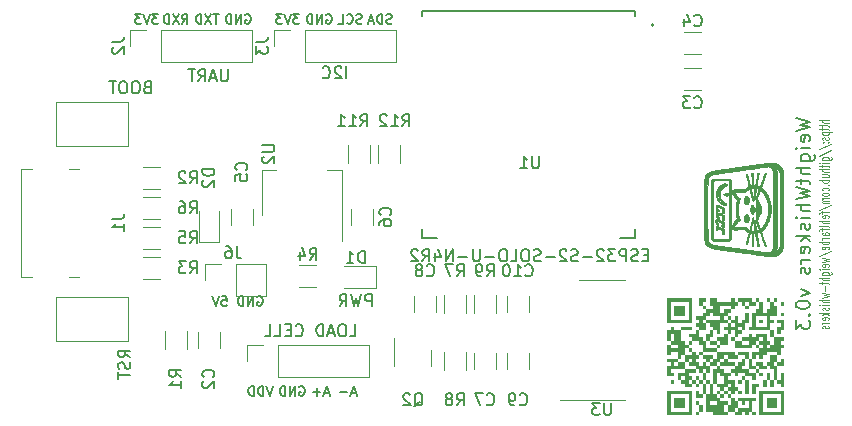
<source format=gbr>
%TF.GenerationSoftware,KiCad,Pcbnew,7.0.9-7.0.9~ubuntu22.04.1*%
%TF.CreationDate,2023-12-10T21:51:41+01:00*%
%TF.ProjectId,cat_scale,6361745f-7363-4616-9c65-2e6b69636164,rev?*%
%TF.SameCoordinates,Original*%
%TF.FileFunction,Legend,Bot*%
%TF.FilePolarity,Positive*%
%FSLAX46Y46*%
G04 Gerber Fmt 4.6, Leading zero omitted, Abs format (unit mm)*
G04 Created by KiCad (PCBNEW 7.0.9-7.0.9~ubuntu22.04.1) date 2023-12-10 21:51:41*
%MOMM*%
%LPD*%
G01*
G04 APERTURE LIST*
%ADD10C,0.000000*%
%ADD11C,0.010583*%
%ADD12C,0.150000*%
%ADD13C,0.200000*%
%ADD14C,0.100000*%
%ADD15C,0.120000*%
%ADD16C,0.127000*%
G04 APERTURE END LIST*
D10*
G36*
X183892000Y-102132000D02*
G01*
X183892000Y-102432000D01*
X183892000Y-102732000D01*
X183592000Y-102732000D01*
X183592000Y-103032000D01*
X183592000Y-103332000D01*
X183292000Y-103332000D01*
X183292000Y-103632000D01*
X182992000Y-103632000D01*
X182992000Y-103932000D01*
X182692000Y-103932000D01*
X182692000Y-103632000D01*
X182692000Y-103332000D01*
X182392000Y-103332000D01*
X182392000Y-103632000D01*
X182092000Y-103632000D01*
X182092000Y-103332000D01*
X181792000Y-103332000D01*
X181792000Y-103032000D01*
X182092000Y-103032000D01*
X182092000Y-102732000D01*
X182392000Y-102732000D01*
X182392000Y-103032000D01*
X182692000Y-103032000D01*
X182992000Y-103032000D01*
X182992000Y-103332000D01*
X183292000Y-103332000D01*
X183292000Y-103032000D01*
X182992000Y-103032000D01*
X182692000Y-103032000D01*
X182692000Y-102732000D01*
X182392000Y-102732000D01*
X182392000Y-102432000D01*
X182692000Y-102432000D01*
X182692000Y-102132000D01*
X182992000Y-102132000D01*
X182992000Y-102432000D01*
X182992000Y-102732000D01*
X183292000Y-102732000D01*
X183292000Y-102432000D01*
X183592000Y-102432000D01*
X183592000Y-102132000D01*
X183592000Y-101832000D01*
X183892000Y-101832000D01*
X183892000Y-102132000D01*
G37*
D11*
X183683366Y-91962969D02*
X183691386Y-91963787D01*
X183699482Y-91965180D01*
X183707637Y-91967139D01*
X183715832Y-91969652D01*
X183724048Y-91972707D01*
X183732267Y-91976295D01*
X183740471Y-91980404D01*
X183748641Y-91985022D01*
X183756759Y-91990140D01*
X183764806Y-91995745D01*
X183772765Y-92001828D01*
X183780616Y-92008376D01*
X183788341Y-92015379D01*
X183795922Y-92022826D01*
X183803340Y-92030706D01*
X183810578Y-92039008D01*
X183817615Y-92047721D01*
X183824435Y-92056834D01*
X183831019Y-92066335D01*
X183837348Y-92076215D01*
X183843404Y-92086461D01*
X183849168Y-92097063D01*
X183854623Y-92108011D01*
X183859749Y-92119291D01*
X183864106Y-92130916D01*
X183868103Y-92144699D01*
X183871727Y-92160399D01*
X183874962Y-92177774D01*
X183877794Y-92196582D01*
X183880209Y-92216583D01*
X183882192Y-92237535D01*
X183883730Y-92259197D01*
X183884807Y-92281327D01*
X183885409Y-92303684D01*
X183885522Y-92326027D01*
X183885131Y-92348114D01*
X183884222Y-92369704D01*
X183882781Y-92390555D01*
X183880793Y-92410426D01*
X183878243Y-92429076D01*
X183878245Y-92429076D01*
X183874613Y-92447777D01*
X183869682Y-92466383D01*
X183863536Y-92484781D01*
X183856260Y-92502858D01*
X183847938Y-92520498D01*
X183838655Y-92537588D01*
X183828497Y-92554014D01*
X183817547Y-92569663D01*
X183805890Y-92584420D01*
X183793611Y-92598171D01*
X183780795Y-92610803D01*
X183767526Y-92622202D01*
X183753890Y-92632253D01*
X183739970Y-92640842D01*
X183725852Y-92647857D01*
X183718745Y-92650738D01*
X183711620Y-92653183D01*
X183703955Y-92655144D01*
X183696170Y-92656309D01*
X183689190Y-92656652D01*
X183688282Y-92656696D01*
X183680311Y-92656326D01*
X183672274Y-92655220D01*
X183664191Y-92653396D01*
X183656079Y-92650877D01*
X183647957Y-92647680D01*
X183639844Y-92643828D01*
X183631758Y-92639339D01*
X183623717Y-92634235D01*
X183615741Y-92628535D01*
X183607847Y-92622259D01*
X183600054Y-92615427D01*
X183592381Y-92608061D01*
X183584845Y-92600179D01*
X183577467Y-92591802D01*
X183570263Y-92582950D01*
X183563252Y-92573644D01*
X183556454Y-92563903D01*
X183549886Y-92553747D01*
X183543567Y-92543198D01*
X183537516Y-92532274D01*
X183531750Y-92520996D01*
X183526289Y-92509385D01*
X183521150Y-92497460D01*
X183516353Y-92485241D01*
X183511916Y-92472749D01*
X183507857Y-92460004D01*
X183504195Y-92447026D01*
X183500949Y-92433835D01*
X183498136Y-92420451D01*
X183495398Y-92405335D01*
X183494387Y-92398855D01*
X183493622Y-92393023D01*
X183493110Y-92387787D01*
X183492857Y-92383093D01*
X183492869Y-92378890D01*
X183493153Y-92375124D01*
X183493715Y-92371744D01*
X183494561Y-92368695D01*
X183495697Y-92365926D01*
X183497130Y-92363384D01*
X183498865Y-92361017D01*
X183500909Y-92358771D01*
X183503268Y-92356593D01*
X183505949Y-92354432D01*
X183508697Y-92352299D01*
X183511088Y-92350353D01*
X183513122Y-92348575D01*
X183514006Y-92347742D01*
X183514802Y-92346943D01*
X183515510Y-92346174D01*
X183516130Y-92345435D01*
X183516662Y-92344720D01*
X183517106Y-92344029D01*
X183517464Y-92343359D01*
X183517735Y-92342706D01*
X183517919Y-92342068D01*
X183518016Y-92341443D01*
X183518027Y-92340827D01*
X183517952Y-92340219D01*
X183517792Y-92339615D01*
X183517546Y-92339012D01*
X183517214Y-92338409D01*
X183516797Y-92337802D01*
X183516296Y-92337189D01*
X183515710Y-92336567D01*
X183515040Y-92335934D01*
X183514285Y-92335286D01*
X183513447Y-92334621D01*
X183512525Y-92333937D01*
X183510430Y-92332498D01*
X183508004Y-92330950D01*
X183506908Y-92330212D01*
X183505860Y-92329389D01*
X183504861Y-92328477D01*
X183503910Y-92327471D01*
X183503006Y-92326367D01*
X183502147Y-92325161D01*
X183501335Y-92323849D01*
X183500567Y-92322426D01*
X183499843Y-92320889D01*
X183499163Y-92319232D01*
X183498526Y-92317452D01*
X183497930Y-92315544D01*
X183497376Y-92313505D01*
X183496863Y-92311330D01*
X183496571Y-92309902D01*
X183647470Y-92309902D01*
X183647515Y-92310931D01*
X183647669Y-92311967D01*
X183647933Y-92313014D01*
X183648308Y-92314080D01*
X183648794Y-92315171D01*
X183649393Y-92316292D01*
X183650104Y-92317451D01*
X183650928Y-92318654D01*
X183651866Y-92319906D01*
X183652918Y-92321215D01*
X183654086Y-92322586D01*
X183656768Y-92325540D01*
X183659917Y-92328820D01*
X183663539Y-92332474D01*
X183666809Y-92335670D01*
X183669867Y-92338489D01*
X183672744Y-92340939D01*
X183675472Y-92343026D01*
X183676789Y-92343936D01*
X183678081Y-92344758D01*
X183679351Y-92345493D01*
X183680603Y-92346141D01*
X183681841Y-92346704D01*
X183683069Y-92347182D01*
X183684290Y-92347577D01*
X183685509Y-92347889D01*
X183686729Y-92348118D01*
X183687955Y-92348267D01*
X183689190Y-92348335D01*
X183690438Y-92348324D01*
X183691703Y-92348235D01*
X183692989Y-92348068D01*
X183694299Y-92347823D01*
X183695639Y-92347503D01*
X183697011Y-92347108D01*
X183698419Y-92346639D01*
X183701360Y-92345481D01*
X183704494Y-92344036D01*
X183707851Y-92342312D01*
X183710248Y-92340971D01*
X183712507Y-92339592D01*
X183714625Y-92338176D01*
X183716605Y-92336724D01*
X183718444Y-92335239D01*
X183720143Y-92333721D01*
X183721701Y-92332174D01*
X183723119Y-92330598D01*
X183724397Y-92328995D01*
X183725533Y-92327368D01*
X183726528Y-92325716D01*
X183727382Y-92324044D01*
X183728094Y-92322351D01*
X183728664Y-92320640D01*
X183729092Y-92318913D01*
X183729378Y-92317171D01*
X183729521Y-92315417D01*
X183729522Y-92313650D01*
X183729380Y-92311875D01*
X183729095Y-92310091D01*
X183728666Y-92308302D01*
X183728094Y-92306508D01*
X183727378Y-92304711D01*
X183726518Y-92302913D01*
X183725514Y-92301116D01*
X183724366Y-92299322D01*
X183723073Y-92297532D01*
X183721635Y-92295748D01*
X183720052Y-92293971D01*
X183718324Y-92292204D01*
X183716451Y-92290448D01*
X183714432Y-92288705D01*
X183712815Y-92287287D01*
X183711243Y-92285761D01*
X183709725Y-92284140D01*
X183708268Y-92282439D01*
X183706881Y-92280672D01*
X183705572Y-92278853D01*
X183704349Y-92276997D01*
X183703220Y-92275117D01*
X183702194Y-92273229D01*
X183701278Y-92271345D01*
X183700480Y-92269481D01*
X183699810Y-92267651D01*
X183699274Y-92265869D01*
X183698881Y-92264148D01*
X183698639Y-92262504D01*
X183698578Y-92261715D01*
X183698557Y-92260951D01*
X183698502Y-92259465D01*
X183698341Y-92258022D01*
X183698079Y-92256628D01*
X183697722Y-92255290D01*
X183697275Y-92254016D01*
X183696743Y-92252814D01*
X183696132Y-92251691D01*
X183695448Y-92250654D01*
X183694696Y-92249712D01*
X183693880Y-92248870D01*
X183693451Y-92248490D01*
X183693007Y-92248138D01*
X183692551Y-92247815D01*
X183692083Y-92247522D01*
X183691603Y-92247260D01*
X183691112Y-92247030D01*
X183690610Y-92246833D01*
X183690099Y-92246669D01*
X183689580Y-92246540D01*
X183689052Y-92246447D01*
X183688516Y-92246391D01*
X183687973Y-92246372D01*
X183687431Y-92246388D01*
X183686895Y-92246436D01*
X183686367Y-92246515D01*
X183685847Y-92246625D01*
X183685337Y-92246764D01*
X183684835Y-92246931D01*
X183684344Y-92247127D01*
X183683864Y-92247350D01*
X183683396Y-92247599D01*
X183682939Y-92247873D01*
X183682496Y-92248173D01*
X183682067Y-92248496D01*
X183681652Y-92248843D01*
X183681251Y-92249211D01*
X183680867Y-92249602D01*
X183680499Y-92250013D01*
X183680148Y-92250444D01*
X183679815Y-92250894D01*
X183679500Y-92251363D01*
X183679204Y-92251849D01*
X183678928Y-92252352D01*
X183678672Y-92252871D01*
X183678438Y-92253406D01*
X183678225Y-92253954D01*
X183678035Y-92254517D01*
X183677868Y-92255092D01*
X183677725Y-92255679D01*
X183677606Y-92256277D01*
X183677513Y-92256886D01*
X183677445Y-92257505D01*
X183677404Y-92258132D01*
X183677390Y-92258767D01*
X183677367Y-92259429D01*
X183677297Y-92260133D01*
X183677026Y-92261660D01*
X183676584Y-92263334D01*
X183675981Y-92265137D01*
X183675227Y-92267054D01*
X183674330Y-92269067D01*
X183673300Y-92271160D01*
X183672146Y-92273317D01*
X183670876Y-92275521D01*
X183669501Y-92277756D01*
X183668029Y-92280006D01*
X183666469Y-92282253D01*
X183664831Y-92284482D01*
X183663123Y-92286675D01*
X183661355Y-92288817D01*
X183659537Y-92290891D01*
X183656585Y-92294194D01*
X183654037Y-92297168D01*
X183651899Y-92299864D01*
X183650985Y-92301123D01*
X183650175Y-92302332D01*
X183649469Y-92303496D01*
X183648869Y-92304622D01*
X183648375Y-92305717D01*
X183647987Y-92306786D01*
X183647707Y-92307835D01*
X183647534Y-92308872D01*
X183647470Y-92309902D01*
X183496571Y-92309902D01*
X183496389Y-92309014D01*
X183495955Y-92306553D01*
X183495560Y-92303944D01*
X183495202Y-92301182D01*
X183494598Y-92295181D01*
X183494137Y-92288517D01*
X183493813Y-92281155D01*
X183493622Y-92273062D01*
X183493557Y-92264204D01*
X183493613Y-92254546D01*
X183493784Y-92244055D01*
X183494755Y-92222899D01*
X183496763Y-92202184D01*
X183499794Y-92181947D01*
X183503828Y-92162223D01*
X183508848Y-92143047D01*
X183514837Y-92124456D01*
X183521778Y-92106484D01*
X183529653Y-92089167D01*
X183538444Y-92072540D01*
X183548134Y-92056640D01*
X183558707Y-92041502D01*
X183570143Y-92027161D01*
X183582426Y-92013654D01*
X183595538Y-92001014D01*
X183609463Y-91989279D01*
X183624181Y-91978483D01*
X183630924Y-91974297D01*
X183637891Y-91970774D01*
X183645064Y-91967905D01*
X183652423Y-91965678D01*
X183659952Y-91964081D01*
X183667631Y-91963105D01*
X183675442Y-91962738D01*
X183683366Y-91962969D01*
G36*
X183683366Y-91962969D02*
G01*
X183691386Y-91963787D01*
X183699482Y-91965180D01*
X183707637Y-91967139D01*
X183715832Y-91969652D01*
X183724048Y-91972707D01*
X183732267Y-91976295D01*
X183740471Y-91980404D01*
X183748641Y-91985022D01*
X183756759Y-91990140D01*
X183764806Y-91995745D01*
X183772765Y-92001828D01*
X183780616Y-92008376D01*
X183788341Y-92015379D01*
X183795922Y-92022826D01*
X183803340Y-92030706D01*
X183810578Y-92039008D01*
X183817615Y-92047721D01*
X183824435Y-92056834D01*
X183831019Y-92066335D01*
X183837348Y-92076215D01*
X183843404Y-92086461D01*
X183849168Y-92097063D01*
X183854623Y-92108011D01*
X183859749Y-92119291D01*
X183864106Y-92130916D01*
X183868103Y-92144699D01*
X183871727Y-92160399D01*
X183874962Y-92177774D01*
X183877794Y-92196582D01*
X183880209Y-92216583D01*
X183882192Y-92237535D01*
X183883730Y-92259197D01*
X183884807Y-92281327D01*
X183885409Y-92303684D01*
X183885522Y-92326027D01*
X183885131Y-92348114D01*
X183884222Y-92369704D01*
X183882781Y-92390555D01*
X183880793Y-92410426D01*
X183878243Y-92429076D01*
X183878245Y-92429076D01*
X183874613Y-92447777D01*
X183869682Y-92466383D01*
X183863536Y-92484781D01*
X183856260Y-92502858D01*
X183847938Y-92520498D01*
X183838655Y-92537588D01*
X183828497Y-92554014D01*
X183817547Y-92569663D01*
X183805890Y-92584420D01*
X183793611Y-92598171D01*
X183780795Y-92610803D01*
X183767526Y-92622202D01*
X183753890Y-92632253D01*
X183739970Y-92640842D01*
X183725852Y-92647857D01*
X183718745Y-92650738D01*
X183711620Y-92653183D01*
X183703955Y-92655144D01*
X183696170Y-92656309D01*
X183689190Y-92656652D01*
X183688282Y-92656696D01*
X183680311Y-92656326D01*
X183672274Y-92655220D01*
X183664191Y-92653396D01*
X183656079Y-92650877D01*
X183647957Y-92647680D01*
X183639844Y-92643828D01*
X183631758Y-92639339D01*
X183623717Y-92634235D01*
X183615741Y-92628535D01*
X183607847Y-92622259D01*
X183600054Y-92615427D01*
X183592381Y-92608061D01*
X183584845Y-92600179D01*
X183577467Y-92591802D01*
X183570263Y-92582950D01*
X183563252Y-92573644D01*
X183556454Y-92563903D01*
X183549886Y-92553747D01*
X183543567Y-92543198D01*
X183537516Y-92532274D01*
X183531750Y-92520996D01*
X183526289Y-92509385D01*
X183521150Y-92497460D01*
X183516353Y-92485241D01*
X183511916Y-92472749D01*
X183507857Y-92460004D01*
X183504195Y-92447026D01*
X183500949Y-92433835D01*
X183498136Y-92420451D01*
X183495398Y-92405335D01*
X183494387Y-92398855D01*
X183493622Y-92393023D01*
X183493110Y-92387787D01*
X183492857Y-92383093D01*
X183492869Y-92378890D01*
X183493153Y-92375124D01*
X183493715Y-92371744D01*
X183494561Y-92368695D01*
X183495697Y-92365926D01*
X183497130Y-92363384D01*
X183498865Y-92361017D01*
X183500909Y-92358771D01*
X183503268Y-92356593D01*
X183505949Y-92354432D01*
X183508697Y-92352299D01*
X183511088Y-92350353D01*
X183513122Y-92348575D01*
X183514006Y-92347742D01*
X183514802Y-92346943D01*
X183515510Y-92346174D01*
X183516130Y-92345435D01*
X183516662Y-92344720D01*
X183517106Y-92344029D01*
X183517464Y-92343359D01*
X183517735Y-92342706D01*
X183517919Y-92342068D01*
X183518016Y-92341443D01*
X183518027Y-92340827D01*
X183517952Y-92340219D01*
X183517792Y-92339615D01*
X183517546Y-92339012D01*
X183517214Y-92338409D01*
X183516797Y-92337802D01*
X183516296Y-92337189D01*
X183515710Y-92336567D01*
X183515040Y-92335934D01*
X183514285Y-92335286D01*
X183513447Y-92334621D01*
X183512525Y-92333937D01*
X183510430Y-92332498D01*
X183508004Y-92330950D01*
X183506908Y-92330212D01*
X183505860Y-92329389D01*
X183504861Y-92328477D01*
X183503910Y-92327471D01*
X183503006Y-92326367D01*
X183502147Y-92325161D01*
X183501335Y-92323849D01*
X183500567Y-92322426D01*
X183499843Y-92320889D01*
X183499163Y-92319232D01*
X183498526Y-92317452D01*
X183497930Y-92315544D01*
X183497376Y-92313505D01*
X183496863Y-92311330D01*
X183496571Y-92309902D01*
X183647470Y-92309902D01*
X183647515Y-92310931D01*
X183647669Y-92311967D01*
X183647933Y-92313014D01*
X183648308Y-92314080D01*
X183648794Y-92315171D01*
X183649393Y-92316292D01*
X183650104Y-92317451D01*
X183650928Y-92318654D01*
X183651866Y-92319906D01*
X183652918Y-92321215D01*
X183654086Y-92322586D01*
X183656768Y-92325540D01*
X183659917Y-92328820D01*
X183663539Y-92332474D01*
X183666809Y-92335670D01*
X183669867Y-92338489D01*
X183672744Y-92340939D01*
X183675472Y-92343026D01*
X183676789Y-92343936D01*
X183678081Y-92344758D01*
X183679351Y-92345493D01*
X183680603Y-92346141D01*
X183681841Y-92346704D01*
X183683069Y-92347182D01*
X183684290Y-92347577D01*
X183685509Y-92347889D01*
X183686729Y-92348118D01*
X183687955Y-92348267D01*
X183689190Y-92348335D01*
X183690438Y-92348324D01*
X183691703Y-92348235D01*
X183692989Y-92348068D01*
X183694299Y-92347823D01*
X183695639Y-92347503D01*
X183697011Y-92347108D01*
X183698419Y-92346639D01*
X183701360Y-92345481D01*
X183704494Y-92344036D01*
X183707851Y-92342312D01*
X183710248Y-92340971D01*
X183712507Y-92339592D01*
X183714625Y-92338176D01*
X183716605Y-92336724D01*
X183718444Y-92335239D01*
X183720143Y-92333721D01*
X183721701Y-92332174D01*
X183723119Y-92330598D01*
X183724397Y-92328995D01*
X183725533Y-92327368D01*
X183726528Y-92325716D01*
X183727382Y-92324044D01*
X183728094Y-92322351D01*
X183728664Y-92320640D01*
X183729092Y-92318913D01*
X183729378Y-92317171D01*
X183729521Y-92315417D01*
X183729522Y-92313650D01*
X183729380Y-92311875D01*
X183729095Y-92310091D01*
X183728666Y-92308302D01*
X183728094Y-92306508D01*
X183727378Y-92304711D01*
X183726518Y-92302913D01*
X183725514Y-92301116D01*
X183724366Y-92299322D01*
X183723073Y-92297532D01*
X183721635Y-92295748D01*
X183720052Y-92293971D01*
X183718324Y-92292204D01*
X183716451Y-92290448D01*
X183714432Y-92288705D01*
X183712815Y-92287287D01*
X183711243Y-92285761D01*
X183709725Y-92284140D01*
X183708268Y-92282439D01*
X183706881Y-92280672D01*
X183705572Y-92278853D01*
X183704349Y-92276997D01*
X183703220Y-92275117D01*
X183702194Y-92273229D01*
X183701278Y-92271345D01*
X183700480Y-92269481D01*
X183699810Y-92267651D01*
X183699274Y-92265869D01*
X183698881Y-92264148D01*
X183698639Y-92262504D01*
X183698578Y-92261715D01*
X183698557Y-92260951D01*
X183698502Y-92259465D01*
X183698341Y-92258022D01*
X183698079Y-92256628D01*
X183697722Y-92255290D01*
X183697275Y-92254016D01*
X183696743Y-92252814D01*
X183696132Y-92251691D01*
X183695448Y-92250654D01*
X183694696Y-92249712D01*
X183693880Y-92248870D01*
X183693451Y-92248490D01*
X183693007Y-92248138D01*
X183692551Y-92247815D01*
X183692083Y-92247522D01*
X183691603Y-92247260D01*
X183691112Y-92247030D01*
X183690610Y-92246833D01*
X183690099Y-92246669D01*
X183689580Y-92246540D01*
X183689052Y-92246447D01*
X183688516Y-92246391D01*
X183687973Y-92246372D01*
X183687431Y-92246388D01*
X183686895Y-92246436D01*
X183686367Y-92246515D01*
X183685847Y-92246625D01*
X183685337Y-92246764D01*
X183684835Y-92246931D01*
X183684344Y-92247127D01*
X183683864Y-92247350D01*
X183683396Y-92247599D01*
X183682939Y-92247873D01*
X183682496Y-92248173D01*
X183682067Y-92248496D01*
X183681652Y-92248843D01*
X183681251Y-92249211D01*
X183680867Y-92249602D01*
X183680499Y-92250013D01*
X183680148Y-92250444D01*
X183679815Y-92250894D01*
X183679500Y-92251363D01*
X183679204Y-92251849D01*
X183678928Y-92252352D01*
X183678672Y-92252871D01*
X183678438Y-92253406D01*
X183678225Y-92253954D01*
X183678035Y-92254517D01*
X183677868Y-92255092D01*
X183677725Y-92255679D01*
X183677606Y-92256277D01*
X183677513Y-92256886D01*
X183677445Y-92257505D01*
X183677404Y-92258132D01*
X183677390Y-92258767D01*
X183677367Y-92259429D01*
X183677297Y-92260133D01*
X183677026Y-92261660D01*
X183676584Y-92263334D01*
X183675981Y-92265137D01*
X183675227Y-92267054D01*
X183674330Y-92269067D01*
X183673300Y-92271160D01*
X183672146Y-92273317D01*
X183670876Y-92275521D01*
X183669501Y-92277756D01*
X183668029Y-92280006D01*
X183666469Y-92282253D01*
X183664831Y-92284482D01*
X183663123Y-92286675D01*
X183661355Y-92288817D01*
X183659537Y-92290891D01*
X183656585Y-92294194D01*
X183654037Y-92297168D01*
X183651899Y-92299864D01*
X183650985Y-92301123D01*
X183650175Y-92302332D01*
X183649469Y-92303496D01*
X183648869Y-92304622D01*
X183648375Y-92305717D01*
X183647987Y-92306786D01*
X183647707Y-92307835D01*
X183647534Y-92308872D01*
X183647470Y-92309902D01*
X183496571Y-92309902D01*
X183496389Y-92309014D01*
X183495955Y-92306553D01*
X183495560Y-92303944D01*
X183495202Y-92301182D01*
X183494598Y-92295181D01*
X183494137Y-92288517D01*
X183493813Y-92281155D01*
X183493622Y-92273062D01*
X183493557Y-92264204D01*
X183493613Y-92254546D01*
X183493784Y-92244055D01*
X183494755Y-92222899D01*
X183496763Y-92202184D01*
X183499794Y-92181947D01*
X183503828Y-92162223D01*
X183508848Y-92143047D01*
X183514837Y-92124456D01*
X183521778Y-92106484D01*
X183529653Y-92089167D01*
X183538444Y-92072540D01*
X183548134Y-92056640D01*
X183558707Y-92041502D01*
X183570143Y-92027161D01*
X183582426Y-92013654D01*
X183595538Y-92001014D01*
X183609463Y-91989279D01*
X183624181Y-91978483D01*
X183630924Y-91974297D01*
X183637891Y-91970774D01*
X183645064Y-91967905D01*
X183652423Y-91965678D01*
X183659952Y-91964081D01*
X183667631Y-91963105D01*
X183675442Y-91962738D01*
X183683366Y-91962969D01*
G37*
X181259640Y-91582459D02*
X181261391Y-91582605D01*
X181263042Y-91582828D01*
X181264592Y-91583127D01*
X181266039Y-91583498D01*
X181267383Y-91583938D01*
X181268621Y-91584442D01*
X181269751Y-91585008D01*
X181270773Y-91585631D01*
X181271685Y-91586310D01*
X181272485Y-91587040D01*
X181273171Y-91587817D01*
X181273743Y-91588639D01*
X181274198Y-91589502D01*
X181274536Y-91590403D01*
X181274753Y-91591337D01*
X181274850Y-91592303D01*
X181274824Y-91593295D01*
X181274674Y-91594311D01*
X181274399Y-91595348D01*
X181273996Y-91596401D01*
X181273464Y-91597468D01*
X181272802Y-91598545D01*
X181272008Y-91599629D01*
X181271081Y-91600716D01*
X181270019Y-91601803D01*
X181268820Y-91602886D01*
X181267484Y-91603962D01*
X181266008Y-91605027D01*
X181264390Y-91606079D01*
X181263283Y-91606702D01*
X181262130Y-91607231D01*
X181260937Y-91607671D01*
X181259709Y-91608022D01*
X181258452Y-91608289D01*
X181257170Y-91608472D01*
X181255870Y-91608574D01*
X181254556Y-91608598D01*
X181253233Y-91608546D01*
X181251907Y-91608421D01*
X181250584Y-91608224D01*
X181249268Y-91607958D01*
X181247964Y-91607626D01*
X181246679Y-91607230D01*
X181245417Y-91606772D01*
X181244183Y-91606255D01*
X181242984Y-91605680D01*
X181241823Y-91605051D01*
X181240707Y-91604370D01*
X181239640Y-91603638D01*
X181238629Y-91602859D01*
X181237677Y-91602035D01*
X181236792Y-91601169D01*
X181235977Y-91600261D01*
X181235238Y-91599316D01*
X181234580Y-91598335D01*
X181234010Y-91597321D01*
X181233531Y-91596275D01*
X181233149Y-91595201D01*
X181232870Y-91594101D01*
X181232699Y-91592977D01*
X181232640Y-91591832D01*
X181232668Y-91591435D01*
X181232750Y-91591039D01*
X181232885Y-91590644D01*
X181233072Y-91590251D01*
X181233310Y-91589861D01*
X181233596Y-91589475D01*
X181233930Y-91589092D01*
X181234310Y-91588714D01*
X181234736Y-91588340D01*
X181235205Y-91587973D01*
X181235716Y-91587612D01*
X181236268Y-91587257D01*
X181236860Y-91586911D01*
X181237489Y-91586572D01*
X181238156Y-91586242D01*
X181238858Y-91585921D01*
X181239594Y-91585610D01*
X181240363Y-91585309D01*
X181241163Y-91585019D01*
X181241994Y-91584741D01*
X181242853Y-91584476D01*
X181243739Y-91584223D01*
X181244651Y-91583983D01*
X181245588Y-91583758D01*
X181246548Y-91583547D01*
X181247531Y-91583351D01*
X181248533Y-91583172D01*
X181249555Y-91583008D01*
X181250595Y-91582862D01*
X181251651Y-91582733D01*
X181252722Y-91582622D01*
X181253807Y-91582531D01*
X181255847Y-91582419D01*
X181257792Y-91582396D01*
X181259640Y-91582459D01*
G36*
X181259640Y-91582459D02*
G01*
X181261391Y-91582605D01*
X181263042Y-91582828D01*
X181264592Y-91583127D01*
X181266039Y-91583498D01*
X181267383Y-91583938D01*
X181268621Y-91584442D01*
X181269751Y-91585008D01*
X181270773Y-91585631D01*
X181271685Y-91586310D01*
X181272485Y-91587040D01*
X181273171Y-91587817D01*
X181273743Y-91588639D01*
X181274198Y-91589502D01*
X181274536Y-91590403D01*
X181274753Y-91591337D01*
X181274850Y-91592303D01*
X181274824Y-91593295D01*
X181274674Y-91594311D01*
X181274399Y-91595348D01*
X181273996Y-91596401D01*
X181273464Y-91597468D01*
X181272802Y-91598545D01*
X181272008Y-91599629D01*
X181271081Y-91600716D01*
X181270019Y-91601803D01*
X181268820Y-91602886D01*
X181267484Y-91603962D01*
X181266008Y-91605027D01*
X181264390Y-91606079D01*
X181263283Y-91606702D01*
X181262130Y-91607231D01*
X181260937Y-91607671D01*
X181259709Y-91608022D01*
X181258452Y-91608289D01*
X181257170Y-91608472D01*
X181255870Y-91608574D01*
X181254556Y-91608598D01*
X181253233Y-91608546D01*
X181251907Y-91608421D01*
X181250584Y-91608224D01*
X181249268Y-91607958D01*
X181247964Y-91607626D01*
X181246679Y-91607230D01*
X181245417Y-91606772D01*
X181244183Y-91606255D01*
X181242984Y-91605680D01*
X181241823Y-91605051D01*
X181240707Y-91604370D01*
X181239640Y-91603638D01*
X181238629Y-91602859D01*
X181237677Y-91602035D01*
X181236792Y-91601169D01*
X181235977Y-91600261D01*
X181235238Y-91599316D01*
X181234580Y-91598335D01*
X181234010Y-91597321D01*
X181233531Y-91596275D01*
X181233149Y-91595201D01*
X181232870Y-91594101D01*
X181232699Y-91592977D01*
X181232640Y-91591832D01*
X181232668Y-91591435D01*
X181232750Y-91591039D01*
X181232885Y-91590644D01*
X181233072Y-91590251D01*
X181233310Y-91589861D01*
X181233596Y-91589475D01*
X181233930Y-91589092D01*
X181234310Y-91588714D01*
X181234736Y-91588340D01*
X181235205Y-91587973D01*
X181235716Y-91587612D01*
X181236268Y-91587257D01*
X181236860Y-91586911D01*
X181237489Y-91586572D01*
X181238156Y-91586242D01*
X181238858Y-91585921D01*
X181239594Y-91585610D01*
X181240363Y-91585309D01*
X181241163Y-91585019D01*
X181241994Y-91584741D01*
X181242853Y-91584476D01*
X181243739Y-91584223D01*
X181244651Y-91583983D01*
X181245588Y-91583758D01*
X181246548Y-91583547D01*
X181247531Y-91583351D01*
X181248533Y-91583172D01*
X181249555Y-91583008D01*
X181250595Y-91582862D01*
X181251651Y-91582733D01*
X181252722Y-91582622D01*
X181253807Y-91582531D01*
X181255847Y-91582419D01*
X181257792Y-91582396D01*
X181259640Y-91582459D01*
G37*
X181365084Y-92257337D02*
X181367223Y-92257534D01*
X181369440Y-92257877D01*
X181371720Y-92258356D01*
X181374042Y-92258966D01*
X181376391Y-92259697D01*
X181378749Y-92260544D01*
X181381097Y-92261497D01*
X181383419Y-92262550D01*
X181385696Y-92263695D01*
X181387911Y-92264925D01*
X181390046Y-92266231D01*
X181392084Y-92267607D01*
X181394007Y-92269044D01*
X181395797Y-92270536D01*
X181397438Y-92272074D01*
X181400451Y-92275123D01*
X181403095Y-92277888D01*
X181405376Y-92280396D01*
X181407303Y-92282677D01*
X181408882Y-92284760D01*
X181409544Y-92285736D01*
X181410122Y-92286673D01*
X181410617Y-92287575D01*
X181411030Y-92288445D01*
X181411361Y-92289288D01*
X181411613Y-92290106D01*
X181411785Y-92290903D01*
X181411879Y-92291683D01*
X181411896Y-92292450D01*
X181411836Y-92293206D01*
X181411700Y-92293956D01*
X181411491Y-92294704D01*
X181411207Y-92295452D01*
X181410851Y-92296204D01*
X181410423Y-92296965D01*
X181409925Y-92297737D01*
X181409357Y-92298525D01*
X181408719Y-92299331D01*
X181407242Y-92301014D01*
X181405501Y-92302816D01*
X181404459Y-92303811D01*
X181403404Y-92304726D01*
X181402339Y-92305561D01*
X181401269Y-92306317D01*
X181400195Y-92306995D01*
X181399120Y-92307595D01*
X181398049Y-92308117D01*
X181396982Y-92308563D01*
X181395925Y-92308932D01*
X181394879Y-92309226D01*
X181393847Y-92309445D01*
X181392833Y-92309590D01*
X181391840Y-92309661D01*
X181390870Y-92309659D01*
X181389926Y-92309584D01*
X181389012Y-92309438D01*
X181388130Y-92309220D01*
X181387283Y-92308932D01*
X181386475Y-92308573D01*
X181385708Y-92308145D01*
X181384985Y-92307648D01*
X181384309Y-92307083D01*
X181383684Y-92306450D01*
X181383112Y-92305750D01*
X181382596Y-92304984D01*
X181382139Y-92304152D01*
X181381745Y-92303254D01*
X181381415Y-92302292D01*
X181381153Y-92301266D01*
X181380963Y-92300176D01*
X181380846Y-92299024D01*
X181380807Y-92297809D01*
X181380783Y-92297173D01*
X181380711Y-92296508D01*
X181380593Y-92295816D01*
X181380429Y-92295099D01*
X181379971Y-92293598D01*
X181379346Y-92292016D01*
X181378563Y-92290368D01*
X181377633Y-92288667D01*
X181376564Y-92286927D01*
X181375366Y-92285160D01*
X181374049Y-92283380D01*
X181372623Y-92281601D01*
X181371095Y-92279836D01*
X181369477Y-92278098D01*
X181367778Y-92276401D01*
X181366006Y-92274758D01*
X181364173Y-92273182D01*
X181362286Y-92271687D01*
X181356530Y-92267256D01*
X181354272Y-92265438D01*
X181352430Y-92263862D01*
X181351004Y-92262509D01*
X181350447Y-92261910D01*
X181349994Y-92261361D01*
X181349646Y-92260859D01*
X181349403Y-92260402D01*
X181349264Y-92259987D01*
X181349231Y-92259612D01*
X181349302Y-92259276D01*
X181349478Y-92258976D01*
X181349759Y-92258709D01*
X181350146Y-92258473D01*
X181350638Y-92258267D01*
X181351236Y-92258088D01*
X181351939Y-92257934D01*
X181352748Y-92257802D01*
X181354684Y-92257597D01*
X181357044Y-92257455D01*
X181359830Y-92257360D01*
X181363042Y-92257292D01*
X181365084Y-92257337D01*
G36*
X181365084Y-92257337D02*
G01*
X181367223Y-92257534D01*
X181369440Y-92257877D01*
X181371720Y-92258356D01*
X181374042Y-92258966D01*
X181376391Y-92259697D01*
X181378749Y-92260544D01*
X181381097Y-92261497D01*
X181383419Y-92262550D01*
X181385696Y-92263695D01*
X181387911Y-92264925D01*
X181390046Y-92266231D01*
X181392084Y-92267607D01*
X181394007Y-92269044D01*
X181395797Y-92270536D01*
X181397438Y-92272074D01*
X181400451Y-92275123D01*
X181403095Y-92277888D01*
X181405376Y-92280396D01*
X181407303Y-92282677D01*
X181408882Y-92284760D01*
X181409544Y-92285736D01*
X181410122Y-92286673D01*
X181410617Y-92287575D01*
X181411030Y-92288445D01*
X181411361Y-92289288D01*
X181411613Y-92290106D01*
X181411785Y-92290903D01*
X181411879Y-92291683D01*
X181411896Y-92292450D01*
X181411836Y-92293206D01*
X181411700Y-92293956D01*
X181411491Y-92294704D01*
X181411207Y-92295452D01*
X181410851Y-92296204D01*
X181410423Y-92296965D01*
X181409925Y-92297737D01*
X181409357Y-92298525D01*
X181408719Y-92299331D01*
X181407242Y-92301014D01*
X181405501Y-92302816D01*
X181404459Y-92303811D01*
X181403404Y-92304726D01*
X181402339Y-92305561D01*
X181401269Y-92306317D01*
X181400195Y-92306995D01*
X181399120Y-92307595D01*
X181398049Y-92308117D01*
X181396982Y-92308563D01*
X181395925Y-92308932D01*
X181394879Y-92309226D01*
X181393847Y-92309445D01*
X181392833Y-92309590D01*
X181391840Y-92309661D01*
X181390870Y-92309659D01*
X181389926Y-92309584D01*
X181389012Y-92309438D01*
X181388130Y-92309220D01*
X181387283Y-92308932D01*
X181386475Y-92308573D01*
X181385708Y-92308145D01*
X181384985Y-92307648D01*
X181384309Y-92307083D01*
X181383684Y-92306450D01*
X181383112Y-92305750D01*
X181382596Y-92304984D01*
X181382139Y-92304152D01*
X181381745Y-92303254D01*
X181381415Y-92302292D01*
X181381153Y-92301266D01*
X181380963Y-92300176D01*
X181380846Y-92299024D01*
X181380807Y-92297809D01*
X181380783Y-92297173D01*
X181380711Y-92296508D01*
X181380593Y-92295816D01*
X181380429Y-92295099D01*
X181379971Y-92293598D01*
X181379346Y-92292016D01*
X181378563Y-92290368D01*
X181377633Y-92288667D01*
X181376564Y-92286927D01*
X181375366Y-92285160D01*
X181374049Y-92283380D01*
X181372623Y-92281601D01*
X181371095Y-92279836D01*
X181369477Y-92278098D01*
X181367778Y-92276401D01*
X181366006Y-92274758D01*
X181364173Y-92273182D01*
X181362286Y-92271687D01*
X181356530Y-92267256D01*
X181354272Y-92265438D01*
X181352430Y-92263862D01*
X181351004Y-92262509D01*
X181350447Y-92261910D01*
X181349994Y-92261361D01*
X181349646Y-92260859D01*
X181349403Y-92260402D01*
X181349264Y-92259987D01*
X181349231Y-92259612D01*
X181349302Y-92259276D01*
X181349478Y-92258976D01*
X181349759Y-92258709D01*
X181350146Y-92258473D01*
X181350638Y-92258267D01*
X181351236Y-92258088D01*
X181351939Y-92257934D01*
X181352748Y-92257802D01*
X181354684Y-92257597D01*
X181357044Y-92257455D01*
X181359830Y-92257360D01*
X181363042Y-92257292D01*
X181365084Y-92257337D01*
G37*
D10*
G36*
X182392000Y-109032000D02*
G01*
X182092000Y-109032000D01*
X182092000Y-108732000D01*
X182392000Y-108732000D01*
X182392000Y-109032000D01*
G37*
G36*
X185992000Y-107832000D02*
G01*
X185992000Y-108132000D01*
X185692000Y-108132000D01*
X185692000Y-107832000D01*
X185692000Y-107532000D01*
X185992000Y-107532000D01*
X185992000Y-107832000D01*
G37*
G36*
X184792000Y-108132000D02*
G01*
X184492000Y-108132000D01*
X184492000Y-108432000D01*
X184492000Y-108732000D01*
X184192000Y-108732000D01*
X184192000Y-108432000D01*
X184192000Y-108132000D01*
X184192000Y-107832000D01*
X184492000Y-107832000D01*
X184792000Y-107832000D01*
X184792000Y-108132000D01*
G37*
G36*
X183892000Y-101532000D02*
G01*
X183592000Y-101532000D01*
X183592000Y-101232000D01*
X183892000Y-101232000D01*
X183892000Y-101532000D01*
G37*
D11*
X181840478Y-90891868D02*
X181849694Y-90892139D01*
X181857910Y-90892596D01*
X181865254Y-90893284D01*
X181871855Y-90894248D01*
X181877842Y-90895532D01*
X181883344Y-90897183D01*
X181888489Y-90899244D01*
X181893406Y-90901760D01*
X181898224Y-90904777D01*
X181903071Y-90908339D01*
X181908077Y-90912491D01*
X181913371Y-90917278D01*
X181925334Y-90928937D01*
X181931138Y-90934686D01*
X181936407Y-90939767D01*
X181941194Y-90944204D01*
X181945551Y-90948018D01*
X181949530Y-90951231D01*
X181953184Y-90953865D01*
X181954906Y-90954972D01*
X181956566Y-90955942D01*
X181958171Y-90956778D01*
X181959727Y-90957484D01*
X181961242Y-90958061D01*
X181962721Y-90958512D01*
X181964171Y-90958840D01*
X181965599Y-90959048D01*
X181967011Y-90959139D01*
X181968414Y-90959115D01*
X181969814Y-90958980D01*
X181971219Y-90958735D01*
X181972633Y-90958383D01*
X181974065Y-90957928D01*
X181977006Y-90956717D01*
X181980093Y-90955124D01*
X181983380Y-90953171D01*
X181986122Y-90951559D01*
X181988875Y-90950139D01*
X181991648Y-90948913D01*
X181994449Y-90947879D01*
X181997284Y-90947037D01*
X182000162Y-90946387D01*
X182003089Y-90945928D01*
X182006075Y-90945660D01*
X182009126Y-90945583D01*
X182012249Y-90945696D01*
X182015454Y-90945998D01*
X182018746Y-90946489D01*
X182022134Y-90947169D01*
X182025625Y-90948037D01*
X182029227Y-90949093D01*
X182032948Y-90950337D01*
X182039046Y-90952632D01*
X182044500Y-90954984D01*
X182046987Y-90956184D01*
X182049314Y-90957403D01*
X182051483Y-90958640D01*
X182053493Y-90959898D01*
X182055345Y-90961177D01*
X182057040Y-90962478D01*
X182058579Y-90963803D01*
X182059961Y-90965153D01*
X182061187Y-90966528D01*
X182062259Y-90967931D01*
X182063176Y-90969362D01*
X182063938Y-90970823D01*
X182064548Y-90972314D01*
X182065004Y-90973836D01*
X182065308Y-90975392D01*
X182065460Y-90976982D01*
X182065461Y-90978607D01*
X182065311Y-90980268D01*
X182065011Y-90981967D01*
X182064561Y-90983705D01*
X182063962Y-90985483D01*
X182063214Y-90987301D01*
X182062319Y-90989162D01*
X182061275Y-90991066D01*
X182060085Y-90993015D01*
X182058748Y-90995009D01*
X182057265Y-90997050D01*
X182055637Y-90999140D01*
X182055637Y-90999139D01*
X182055637Y-90999138D01*
X182055637Y-90999137D01*
X182053753Y-91001147D01*
X182050899Y-91003722D01*
X182047132Y-91006823D01*
X182042512Y-91010409D01*
X182030943Y-91018880D01*
X182016659Y-91028815D01*
X182000128Y-91039896D01*
X181981817Y-91051805D01*
X181962193Y-91064223D01*
X181941724Y-91076830D01*
X181898927Y-91103272D01*
X181856726Y-91130119D01*
X181819982Y-91154234D01*
X181805176Y-91164285D01*
X181793557Y-91172476D01*
X181782954Y-91179972D01*
X181773523Y-91186359D01*
X181771059Y-91188028D01*
X181758277Y-91196392D01*
X181745009Y-91204813D01*
X181731661Y-91213038D01*
X181718635Y-91220814D01*
X181706335Y-91227889D01*
X181695165Y-91234010D01*
X181687937Y-91238025D01*
X181680885Y-91242319D01*
X181673952Y-91246951D01*
X181667078Y-91251981D01*
X181660207Y-91257470D01*
X181653280Y-91263476D01*
X181646238Y-91270061D01*
X181639025Y-91277285D01*
X181631582Y-91285206D01*
X181623851Y-91293885D01*
X181615774Y-91303383D01*
X181607292Y-91313759D01*
X181598349Y-91325072D01*
X181588885Y-91337384D01*
X181578843Y-91350753D01*
X181568165Y-91365241D01*
X181535169Y-91410496D01*
X181510138Y-91445726D01*
X181500139Y-91460514D01*
X181491567Y-91473915D01*
X181484236Y-91486302D01*
X181477955Y-91498048D01*
X181472539Y-91509527D01*
X181467798Y-91521112D01*
X181463545Y-91533175D01*
X181459592Y-91546090D01*
X181455750Y-91560230D01*
X181451833Y-91575968D01*
X181443019Y-91613732D01*
X181437252Y-91640349D01*
X181432213Y-91666968D01*
X181427906Y-91693554D01*
X181424328Y-91720071D01*
X181421481Y-91746482D01*
X181419366Y-91772753D01*
X181417983Y-91798848D01*
X181417331Y-91824730D01*
X181417412Y-91850366D01*
X181418226Y-91875718D01*
X181419773Y-91900751D01*
X181422053Y-91925430D01*
X181425068Y-91949718D01*
X181428817Y-91973581D01*
X181433301Y-91996982D01*
X181438520Y-92019887D01*
X181443616Y-92039817D01*
X181449013Y-92059625D01*
X181454549Y-92078792D01*
X181460059Y-92096795D01*
X181465378Y-92113116D01*
X181470342Y-92127233D01*
X181474788Y-92138626D01*
X181478551Y-92146775D01*
X181517418Y-92219913D01*
X181523536Y-92230679D01*
X181531036Y-92242675D01*
X181539729Y-92255674D01*
X181549427Y-92269447D01*
X181571086Y-92298402D01*
X181594507Y-92327712D01*
X181618183Y-92355549D01*
X181629647Y-92368345D01*
X181640609Y-92380087D01*
X181650882Y-92390548D01*
X181660278Y-92399498D01*
X181668608Y-92406709D01*
X181675685Y-92411954D01*
X181690860Y-92421577D01*
X181707516Y-92431563D01*
X181744194Y-92452118D01*
X181783574Y-92472613D01*
X181823511Y-92492038D01*
X181861862Y-92509388D01*
X181896481Y-92523654D01*
X181911721Y-92529317D01*
X181925224Y-92533830D01*
X181936721Y-92537069D01*
X181945946Y-92538908D01*
X181952532Y-92539865D01*
X181958559Y-92540859D01*
X181964047Y-92541900D01*
X181969014Y-92542998D01*
X181973478Y-92544160D01*
X181977457Y-92545398D01*
X181980970Y-92546721D01*
X181984035Y-92548137D01*
X181986671Y-92549657D01*
X181988895Y-92551290D01*
X181990727Y-92553045D01*
X181992185Y-92554932D01*
X181993287Y-92556960D01*
X181994051Y-92559139D01*
X181994496Y-92561478D01*
X181994640Y-92563987D01*
X181994775Y-92568360D01*
X181995162Y-92573744D01*
X181995774Y-92579928D01*
X181996583Y-92586701D01*
X181997563Y-92593853D01*
X181998687Y-92601172D01*
X181999926Y-92608446D01*
X182001255Y-92615466D01*
X182001969Y-92619283D01*
X182002543Y-92622891D01*
X182002977Y-92626283D01*
X182003274Y-92629456D01*
X182003432Y-92632403D01*
X182003453Y-92635120D01*
X182003338Y-92637602D01*
X182003088Y-92639844D01*
X182002703Y-92641841D01*
X182002184Y-92643588D01*
X182001531Y-92645080D01*
X182000746Y-92646312D01*
X182000304Y-92646829D01*
X181999829Y-92647279D01*
X181999321Y-92647661D01*
X181998781Y-92647975D01*
X181998208Y-92648221D01*
X181997603Y-92648397D01*
X181996965Y-92648503D01*
X181996295Y-92648539D01*
X181995710Y-92648519D01*
X181995146Y-92648462D01*
X181994605Y-92648367D01*
X181994086Y-92648236D01*
X181993591Y-92648070D01*
X181993120Y-92647870D01*
X181992673Y-92647636D01*
X181992250Y-92647370D01*
X181991852Y-92647073D01*
X181991479Y-92646745D01*
X181991131Y-92646387D01*
X181990810Y-92646001D01*
X181990514Y-92645587D01*
X181990246Y-92645147D01*
X181990004Y-92644681D01*
X181989790Y-92644190D01*
X181989604Y-92643675D01*
X181989446Y-92643137D01*
X181989316Y-92642577D01*
X181989215Y-92641996D01*
X181989144Y-92641396D01*
X181989102Y-92640776D01*
X181989091Y-92640138D01*
X181989110Y-92639482D01*
X181989159Y-92638811D01*
X181989240Y-92638124D01*
X181989353Y-92637423D01*
X181989497Y-92636708D01*
X181989674Y-92635981D01*
X181989884Y-92635242D01*
X181990126Y-92634493D01*
X181990402Y-92633734D01*
X181990922Y-92632190D01*
X181991313Y-92630617D01*
X181991576Y-92629029D01*
X181991716Y-92627434D01*
X181991735Y-92625846D01*
X181991635Y-92624274D01*
X181991421Y-92622730D01*
X181991094Y-92621226D01*
X181990657Y-92619772D01*
X181990114Y-92618379D01*
X181989467Y-92617059D01*
X181988720Y-92615824D01*
X181987874Y-92614683D01*
X181987415Y-92614152D01*
X181986933Y-92613648D01*
X181986428Y-92613174D01*
X181985901Y-92612731D01*
X181985351Y-92612320D01*
X181984778Y-92611943D01*
X181983156Y-92611073D01*
X181981665Y-92610540D01*
X181980304Y-92610327D01*
X181979071Y-92610419D01*
X181977965Y-92610799D01*
X181976984Y-92611451D01*
X181976126Y-92612359D01*
X181975391Y-92613507D01*
X181974777Y-92614878D01*
X181974281Y-92616456D01*
X181973903Y-92618225D01*
X181973642Y-92620170D01*
X181973494Y-92622273D01*
X181973459Y-92624518D01*
X181973536Y-92626890D01*
X181973723Y-92629372D01*
X181974419Y-92634601D01*
X181975536Y-92640077D01*
X181977062Y-92645669D01*
X181977974Y-92648469D01*
X181978984Y-92651249D01*
X181980089Y-92653994D01*
X181981289Y-92656687D01*
X181982582Y-92659312D01*
X181983966Y-92661852D01*
X181985440Y-92664293D01*
X181987002Y-92666617D01*
X181988651Y-92668808D01*
X181990385Y-92670850D01*
X181993132Y-92673990D01*
X181995561Y-92676991D01*
X181997668Y-92679853D01*
X181999452Y-92682579D01*
X182000908Y-92685169D01*
X182002035Y-92687626D01*
X182002828Y-92689949D01*
X182003286Y-92692142D01*
X182003405Y-92694204D01*
X182003182Y-92696137D01*
X182002941Y-92697056D01*
X182002614Y-92697943D01*
X182002200Y-92698799D01*
X182001699Y-92699623D01*
X182000433Y-92701178D01*
X181998813Y-92702610D01*
X181996837Y-92703919D01*
X181994502Y-92705108D01*
X181991804Y-92706177D01*
X181988740Y-92707128D01*
X181985309Y-92707963D01*
X181981506Y-92708681D01*
X181977329Y-92709286D01*
X181972774Y-92709777D01*
X181967840Y-92710157D01*
X181962523Y-92710427D01*
X181956819Y-92710588D01*
X181950727Y-92710641D01*
X181944242Y-92710588D01*
X181937363Y-92710431D01*
X181922408Y-92709805D01*
X181920331Y-92709676D01*
X181905839Y-92708776D01*
X181870845Y-92706033D01*
X181846979Y-92703793D01*
X181839008Y-92703045D01*
X181813839Y-92700173D01*
X181804852Y-92698892D01*
X181798849Y-92697776D01*
X181706293Y-92676143D01*
X181692097Y-92672657D01*
X181678581Y-92668962D01*
X181665572Y-92664959D01*
X181652895Y-92660554D01*
X181640376Y-92655648D01*
X181627843Y-92650145D01*
X181615120Y-92643949D01*
X181602035Y-92636963D01*
X181588413Y-92629089D01*
X181574081Y-92620232D01*
X181558865Y-92610294D01*
X181542590Y-92599179D01*
X181525084Y-92586791D01*
X181506173Y-92573032D01*
X181463438Y-92541015D01*
X181447082Y-92528295D01*
X181431403Y-92515468D01*
X181416314Y-92502430D01*
X181401727Y-92489076D01*
X181387556Y-92475302D01*
X181373714Y-92461005D01*
X181360113Y-92446079D01*
X181346667Y-92430421D01*
X181333289Y-92413926D01*
X181319892Y-92396490D01*
X181306389Y-92378010D01*
X181292693Y-92358380D01*
X181278717Y-92337497D01*
X181264375Y-92315256D01*
X181249579Y-92291554D01*
X181234242Y-92266285D01*
X181219469Y-92241044D01*
X181206149Y-92216911D01*
X181194212Y-92193580D01*
X181183587Y-92170741D01*
X181174204Y-92148087D01*
X181165993Y-92125310D01*
X181158882Y-92102103D01*
X181152802Y-92078157D01*
X181147683Y-92053164D01*
X181143452Y-92026816D01*
X181140041Y-91998806D01*
X181137379Y-91968825D01*
X181135394Y-91936566D01*
X181134018Y-91901720D01*
X181133178Y-91863980D01*
X181133003Y-91844679D01*
X181185830Y-91844679D01*
X181186400Y-91863750D01*
X181187981Y-91884888D01*
X181190493Y-91907734D01*
X181193858Y-91931931D01*
X181197997Y-91957121D01*
X181208285Y-92009044D01*
X181220726Y-92060639D01*
X181227558Y-92085417D01*
X181234692Y-92109039D01*
X181242050Y-92131146D01*
X181249553Y-92151379D01*
X181257123Y-92169381D01*
X181264681Y-92184794D01*
X181271484Y-92197816D01*
X181282934Y-92220115D01*
X181313384Y-92280044D01*
X181321741Y-92295683D01*
X181331120Y-92311582D01*
X181341449Y-92327661D01*
X181352655Y-92343843D01*
X181364669Y-92360049D01*
X181377418Y-92376201D01*
X181390831Y-92392220D01*
X181404837Y-92408028D01*
X181419364Y-92423546D01*
X181434342Y-92438697D01*
X181449698Y-92453402D01*
X181465361Y-92467582D01*
X181481260Y-92481159D01*
X181497323Y-92494055D01*
X181513480Y-92506192D01*
X181529658Y-92517490D01*
X181542047Y-92525489D01*
X181556189Y-92534070D01*
X181588379Y-92552320D01*
X181623511Y-92570927D01*
X181658870Y-92588576D01*
X181691739Y-92603952D01*
X181719402Y-92615741D01*
X181730432Y-92619879D01*
X181739143Y-92622627D01*
X181745193Y-92623821D01*
X181747115Y-92623783D01*
X181748245Y-92623296D01*
X181748569Y-92623021D01*
X181748947Y-92622789D01*
X181749375Y-92622601D01*
X181749854Y-92622455D01*
X181750380Y-92622351D01*
X181750952Y-92622288D01*
X181751569Y-92622265D01*
X181752228Y-92622282D01*
X181752927Y-92622339D01*
X181753666Y-92622434D01*
X181755253Y-92622738D01*
X181756973Y-92623188D01*
X181758814Y-92623781D01*
X181760760Y-92624511D01*
X181762797Y-92625373D01*
X181764911Y-92626362D01*
X181767088Y-92627473D01*
X181769313Y-92628701D01*
X181771573Y-92630041D01*
X181773852Y-92631488D01*
X181776136Y-92633038D01*
X181778474Y-92634613D01*
X181780912Y-92636135D01*
X181783428Y-92637597D01*
X181786005Y-92638991D01*
X181788621Y-92640310D01*
X181791258Y-92641546D01*
X181793896Y-92642692D01*
X181796515Y-92643740D01*
X181799095Y-92644683D01*
X181801618Y-92645513D01*
X181804063Y-92646223D01*
X181806410Y-92646805D01*
X181808640Y-92647251D01*
X181810734Y-92647555D01*
X181812672Y-92647708D01*
X181814433Y-92647703D01*
X181816357Y-92647581D01*
X181818048Y-92647424D01*
X181819507Y-92647233D01*
X181820734Y-92647007D01*
X181821729Y-92646746D01*
X181822139Y-92646603D01*
X181822491Y-92646451D01*
X181822786Y-92646290D01*
X181823022Y-92646120D01*
X181823200Y-92645941D01*
X181823321Y-92645754D01*
X181823383Y-92645557D01*
X181823387Y-92645352D01*
X181823334Y-92645138D01*
X181823222Y-92644914D01*
X181823053Y-92644682D01*
X181822826Y-92644441D01*
X181822540Y-92644191D01*
X181822197Y-92643931D01*
X181821338Y-92643386D01*
X181820246Y-92642804D01*
X181818924Y-92642185D01*
X181817370Y-92641530D01*
X181815733Y-92640818D01*
X181814210Y-92640051D01*
X181812800Y-92639235D01*
X181811501Y-92638374D01*
X181810315Y-92637475D01*
X181809241Y-92636540D01*
X181808278Y-92635577D01*
X181807425Y-92634590D01*
X181806684Y-92633583D01*
X181806052Y-92632562D01*
X181805530Y-92631533D01*
X181805117Y-92630499D01*
X181804814Y-92629466D01*
X181804619Y-92628440D01*
X181804532Y-92627425D01*
X181804553Y-92626426D01*
X181804681Y-92625449D01*
X181804917Y-92624498D01*
X181805259Y-92623578D01*
X181805707Y-92622695D01*
X181806261Y-92621854D01*
X181806921Y-92621059D01*
X181807686Y-92620316D01*
X181808556Y-92619630D01*
X181809530Y-92619005D01*
X181810608Y-92618447D01*
X181811790Y-92617962D01*
X181813075Y-92617553D01*
X181814463Y-92617226D01*
X181815953Y-92616986D01*
X181817546Y-92616839D01*
X181819240Y-92616789D01*
X181820021Y-92616764D01*
X181820806Y-92616693D01*
X181821593Y-92616574D01*
X181822382Y-92616411D01*
X181823171Y-92616203D01*
X181823959Y-92615952D01*
X181824744Y-92615660D01*
X181825526Y-92615327D01*
X181826302Y-92614955D01*
X181827071Y-92614545D01*
X181827833Y-92614097D01*
X181828586Y-92613614D01*
X181830059Y-92612546D01*
X181831479Y-92611348D01*
X181832837Y-92610031D01*
X181834121Y-92608604D01*
X181835322Y-92607077D01*
X181836429Y-92605459D01*
X181837430Y-92603760D01*
X181838317Y-92601988D01*
X181838714Y-92601079D01*
X181839078Y-92600155D01*
X181839408Y-92599217D01*
X181839703Y-92598268D01*
X181840226Y-92596587D01*
X181840464Y-92595917D01*
X181840688Y-92595357D01*
X181840896Y-92594908D01*
X181841089Y-92594568D01*
X181841266Y-92594335D01*
X181841428Y-92594208D01*
X181841503Y-92594184D01*
X181841574Y-92594186D01*
X181841642Y-92594213D01*
X181841705Y-92594267D01*
X181841820Y-92594449D01*
X181841920Y-92594733D01*
X181842004Y-92595116D01*
X181842072Y-92595596D01*
X181842124Y-92596173D01*
X181842160Y-92596845D01*
X181842185Y-92598470D01*
X181842146Y-92600458D01*
X181842042Y-92602801D01*
X181841872Y-92605486D01*
X181841638Y-92608502D01*
X181841337Y-92611840D01*
X181840970Y-92615488D01*
X181840537Y-92619435D01*
X181840101Y-92623713D01*
X181839788Y-92627817D01*
X181839594Y-92631733D01*
X181839519Y-92635446D01*
X181839559Y-92638944D01*
X181839713Y-92642211D01*
X181839977Y-92645234D01*
X181840351Y-92647999D01*
X181840830Y-92650491D01*
X181841414Y-92652696D01*
X181842100Y-92654601D01*
X181842886Y-92656191D01*
X181843769Y-92657452D01*
X181844246Y-92657955D01*
X181844747Y-92658371D01*
X181845270Y-92658697D01*
X181845817Y-92658932D01*
X181846387Y-92659074D01*
X181846979Y-92659122D01*
X181848779Y-92659055D01*
X181850565Y-92658856D01*
X181852334Y-92658528D01*
X181854083Y-92658075D01*
X181855811Y-92657499D01*
X181857515Y-92656804D01*
X181859192Y-92655993D01*
X181860840Y-92655070D01*
X181862457Y-92654037D01*
X181864041Y-92652897D01*
X181865588Y-92651655D01*
X181867096Y-92650313D01*
X181868564Y-92648874D01*
X181869989Y-92647342D01*
X181871367Y-92645720D01*
X181871493Y-92645558D01*
X181892618Y-92645558D01*
X181892681Y-92647086D01*
X181892915Y-92648593D01*
X181893311Y-92650074D01*
X181893860Y-92651524D01*
X181894555Y-92652939D01*
X181895386Y-92654313D01*
X181896345Y-92655642D01*
X181897424Y-92656920D01*
X181898614Y-92658143D01*
X181899906Y-92659305D01*
X181901293Y-92660403D01*
X181902765Y-92661431D01*
X181904314Y-92662384D01*
X181905932Y-92663257D01*
X181907610Y-92664046D01*
X181909340Y-92664745D01*
X181911114Y-92665350D01*
X181912922Y-92665855D01*
X181914756Y-92666257D01*
X181916608Y-92666549D01*
X181918469Y-92666727D01*
X181920331Y-92666787D01*
X181922186Y-92666722D01*
X181924024Y-92666529D01*
X181925837Y-92666203D01*
X181927618Y-92665738D01*
X181929357Y-92665130D01*
X181931046Y-92664373D01*
X181932676Y-92663464D01*
X181933906Y-92662483D01*
X181935018Y-92661150D01*
X181936013Y-92659490D01*
X181936893Y-92657528D01*
X181937662Y-92655286D01*
X181938320Y-92652790D01*
X181939318Y-92647130D01*
X181939904Y-92640740D01*
X181940097Y-92633813D01*
X181939916Y-92626543D01*
X181939378Y-92619121D01*
X181938503Y-92611741D01*
X181937308Y-92604596D01*
X181935813Y-92597879D01*
X181934035Y-92591782D01*
X181931993Y-92586499D01*
X181930878Y-92584222D01*
X181929705Y-92582222D01*
X181928475Y-92580521D01*
X181927190Y-92579144D01*
X181925853Y-92578114D01*
X181924466Y-92577458D01*
X181923844Y-92577290D01*
X181923213Y-92577192D01*
X181922574Y-92577162D01*
X181921929Y-92577198D01*
X181921279Y-92577299D01*
X181920624Y-92577464D01*
X181919966Y-92577691D01*
X181919306Y-92577980D01*
X181918645Y-92578327D01*
X181917986Y-92578732D01*
X181917327Y-92579194D01*
X181916672Y-92579712D01*
X181916020Y-92580283D01*
X181915374Y-92580906D01*
X181914735Y-92581580D01*
X181914103Y-92582304D01*
X181913479Y-92583076D01*
X181912866Y-92583894D01*
X181912264Y-92584758D01*
X181911674Y-92585666D01*
X181911098Y-92586616D01*
X181910536Y-92587608D01*
X181909990Y-92588639D01*
X181909462Y-92589708D01*
X181908952Y-92590814D01*
X181908461Y-92591955D01*
X181907990Y-92593131D01*
X181907542Y-92594339D01*
X181907117Y-92595578D01*
X181906715Y-92596847D01*
X181906339Y-92598144D01*
X181905990Y-92599469D01*
X181904561Y-92604995D01*
X181902994Y-92610762D01*
X181899646Y-92622337D01*
X181897969Y-92627806D01*
X181896358Y-92632835D01*
X181894863Y-92637256D01*
X181893536Y-92640897D01*
X181893037Y-92642459D01*
X181892733Y-92644014D01*
X181892618Y-92645558D01*
X181871493Y-92645558D01*
X181872698Y-92644011D01*
X181873978Y-92642218D01*
X181875205Y-92640345D01*
X181876377Y-92638394D01*
X181877491Y-92636370D01*
X181878545Y-92634274D01*
X181879536Y-92632111D01*
X181880463Y-92629884D01*
X181881322Y-92627595D01*
X181882112Y-92625249D01*
X181882829Y-92622847D01*
X181883472Y-92620395D01*
X181884038Y-92617893D01*
X181884524Y-92615347D01*
X181884929Y-92612759D01*
X181885250Y-92610132D01*
X181885484Y-92607470D01*
X181885717Y-92602935D01*
X181885739Y-92600834D01*
X181885685Y-92598836D01*
X181885543Y-92596933D01*
X181885304Y-92595117D01*
X181884958Y-92593381D01*
X181884493Y-92591718D01*
X181883901Y-92590120D01*
X181883171Y-92588581D01*
X181882292Y-92587092D01*
X181881255Y-92585647D01*
X181880048Y-92584239D01*
X181878663Y-92582859D01*
X181877088Y-92581501D01*
X181875313Y-92580158D01*
X181873328Y-92578821D01*
X181871123Y-92577485D01*
X181868688Y-92576141D01*
X181866012Y-92574782D01*
X181863085Y-92573401D01*
X181859897Y-92571991D01*
X181856438Y-92570543D01*
X181852697Y-92569052D01*
X181844329Y-92565909D01*
X181834712Y-92562501D01*
X181823763Y-92558772D01*
X181811401Y-92554662D01*
X181811400Y-92554661D01*
X181781286Y-92544279D01*
X181767442Y-92539123D01*
X181754283Y-92533924D01*
X181741716Y-92528633D01*
X181729651Y-92523201D01*
X181717995Y-92517578D01*
X181706656Y-92511715D01*
X181695541Y-92505564D01*
X181684558Y-92499074D01*
X181673616Y-92492196D01*
X181662622Y-92484881D01*
X181651485Y-92477080D01*
X181640111Y-92468743D01*
X181616286Y-92450266D01*
X181611704Y-92446663D01*
X181607251Y-92443282D01*
X181602949Y-92440136D01*
X181598822Y-92437237D01*
X181594892Y-92434597D01*
X181591183Y-92432229D01*
X181587718Y-92430145D01*
X181584520Y-92428357D01*
X181581611Y-92426878D01*
X181579016Y-92425720D01*
X181576756Y-92424895D01*
X181574856Y-92424416D01*
X181573338Y-92424295D01*
X181572729Y-92424373D01*
X181572225Y-92424545D01*
X181571828Y-92424812D01*
X181571540Y-92425177D01*
X181571366Y-92425640D01*
X181571307Y-92426204D01*
X181571293Y-92426806D01*
X181571251Y-92427384D01*
X181571182Y-92427936D01*
X181571087Y-92428462D01*
X181570967Y-92428963D01*
X181570821Y-92429438D01*
X181570652Y-92429886D01*
X181570458Y-92430307D01*
X181570242Y-92430701D01*
X181570004Y-92431067D01*
X181569744Y-92431405D01*
X181569464Y-92431716D01*
X181569163Y-92431997D01*
X181568843Y-92432250D01*
X181568504Y-92432474D01*
X181568147Y-92432668D01*
X181567773Y-92432832D01*
X181567383Y-92432965D01*
X181566976Y-92433069D01*
X181566554Y-92433141D01*
X181566117Y-92433182D01*
X181565667Y-92433191D01*
X181565203Y-92433169D01*
X181564727Y-92433114D01*
X181564239Y-92433026D01*
X181563740Y-92432906D01*
X181563231Y-92432752D01*
X181562712Y-92432565D01*
X181562183Y-92432344D01*
X181561647Y-92432088D01*
X181561102Y-92431798D01*
X181560551Y-92431473D01*
X181560008Y-92431119D01*
X181559488Y-92430742D01*
X181558992Y-92430345D01*
X181558520Y-92429927D01*
X181558073Y-92429491D01*
X181557649Y-92429037D01*
X181557251Y-92428566D01*
X181556877Y-92428079D01*
X181556529Y-92427577D01*
X181556207Y-92427063D01*
X181555910Y-92426535D01*
X181555640Y-92425997D01*
X181555396Y-92425448D01*
X181555178Y-92424890D01*
X181554988Y-92424324D01*
X181554825Y-92423751D01*
X181554690Y-92423172D01*
X181554583Y-92422589D01*
X181554503Y-92422001D01*
X181554453Y-92421411D01*
X181554431Y-92420820D01*
X181554437Y-92420228D01*
X181554474Y-92419636D01*
X181554539Y-92419047D01*
X181554635Y-92418460D01*
X181554761Y-92417877D01*
X181554917Y-92417299D01*
X181555104Y-92416727D01*
X181555322Y-92416162D01*
X181555571Y-92415605D01*
X181555851Y-92415058D01*
X181556163Y-92414521D01*
X181556437Y-92413928D01*
X181556602Y-92413215D01*
X181556660Y-92412385D01*
X181556614Y-92411442D01*
X181556467Y-92410391D01*
X181556219Y-92409234D01*
X181555433Y-92406620D01*
X181554275Y-92403632D01*
X181552761Y-92400299D01*
X181550909Y-92396653D01*
X181548737Y-92392725D01*
X181546263Y-92388544D01*
X181543503Y-92384141D01*
X181540476Y-92379548D01*
X181537199Y-92374794D01*
X181533689Y-92369911D01*
X181529964Y-92364929D01*
X181526042Y-92359878D01*
X181521940Y-92354790D01*
X181503934Y-92332141D01*
X181486283Y-92308609D01*
X181469617Y-92285163D01*
X181454567Y-92262772D01*
X181441764Y-92242402D01*
X181431838Y-92225023D01*
X181428151Y-92217758D01*
X181425420Y-92211603D01*
X181423723Y-92206680D01*
X181423140Y-92203109D01*
X181423106Y-92202506D01*
X181423003Y-92201809D01*
X181422600Y-92200149D01*
X181421946Y-92198155D01*
X181421053Y-92195852D01*
X181419935Y-92193265D01*
X181418606Y-92190421D01*
X181417079Y-92187344D01*
X181415368Y-92184060D01*
X181415048Y-92183471D01*
X181413487Y-92180594D01*
X181411449Y-92176973D01*
X181409267Y-92173221D01*
X181406955Y-92169364D01*
X181404527Y-92165427D01*
X181401997Y-92161436D01*
X181399377Y-92157417D01*
X181396682Y-92153395D01*
X181391367Y-92145342D01*
X181386409Y-92137384D01*
X181381915Y-92129726D01*
X181377996Y-92122574D01*
X181374758Y-92116134D01*
X181373429Y-92113246D01*
X181372311Y-92110613D01*
X181371418Y-92108261D01*
X181370764Y-92106216D01*
X181370361Y-92104503D01*
X181370224Y-92103149D01*
X181369936Y-92099546D01*
X181369114Y-92095274D01*
X181367819Y-92090457D01*
X181366114Y-92085220D01*
X181364060Y-92079686D01*
X181361719Y-92073980D01*
X181359154Y-92068226D01*
X181356963Y-92063667D01*
X181356425Y-92062549D01*
X181353596Y-92057072D01*
X181350727Y-92051920D01*
X181347881Y-92047217D01*
X181345120Y-92043088D01*
X181342505Y-92039656D01*
X181340099Y-92037045D01*
X181338994Y-92036087D01*
X181337964Y-92035381D01*
X181337016Y-92034942D01*
X181336160Y-92034787D01*
X181335777Y-92034766D01*
X181335413Y-92034708D01*
X181335068Y-92034615D01*
X181334742Y-92034488D01*
X181334436Y-92034327D01*
X181334148Y-92034134D01*
X181333880Y-92033909D01*
X181333632Y-92033653D01*
X181333404Y-92033367D01*
X181333196Y-92033052D01*
X181333007Y-92032709D01*
X181332839Y-92032340D01*
X181332692Y-92031943D01*
X181332565Y-92031522D01*
X181332458Y-92031076D01*
X181332372Y-92030607D01*
X181332308Y-92030115D01*
X181332264Y-92029602D01*
X181332242Y-92029068D01*
X181332241Y-92028514D01*
X181332261Y-92027941D01*
X181332303Y-92027350D01*
X181332367Y-92026742D01*
X181332453Y-92026118D01*
X181332561Y-92025479D01*
X181332691Y-92024826D01*
X181332843Y-92024159D01*
X181333018Y-92023479D01*
X181333216Y-92022788D01*
X181333436Y-92022086D01*
X181333680Y-92021375D01*
X181333946Y-92020654D01*
X181334429Y-92019063D01*
X181334769Y-92017201D01*
X181334969Y-92015092D01*
X181335034Y-92012759D01*
X181334967Y-92010224D01*
X181334771Y-92007512D01*
X181334452Y-92004645D01*
X181334011Y-92001646D01*
X181333454Y-91998538D01*
X181332784Y-91995345D01*
X181332004Y-91992089D01*
X181331119Y-91988793D01*
X181330131Y-91985481D01*
X181329046Y-91982175D01*
X181327867Y-91978899D01*
X181326597Y-91975675D01*
X181325295Y-91972305D01*
X181324019Y-91968598D01*
X181322778Y-91964592D01*
X181321578Y-91960325D01*
X181319329Y-91951158D01*
X181317329Y-91941396D01*
X181315633Y-91931340D01*
X181314299Y-91921290D01*
X181313784Y-91916362D01*
X181313381Y-91911548D01*
X181313096Y-91906886D01*
X181312936Y-91902413D01*
X181312767Y-91896886D01*
X181312506Y-91891818D01*
X181312151Y-91887198D01*
X181311696Y-91883016D01*
X181311138Y-91879262D01*
X181310472Y-91875926D01*
X181309695Y-91872997D01*
X181308802Y-91870467D01*
X181307789Y-91868323D01*
X181306652Y-91866558D01*
X181306036Y-91865813D01*
X181305387Y-91865159D01*
X181304705Y-91864595D01*
X181303989Y-91864118D01*
X181303240Y-91863728D01*
X181302456Y-91863424D01*
X181301636Y-91863203D01*
X181300781Y-91863066D01*
X181298962Y-91863036D01*
X181296995Y-91863322D01*
X181294714Y-91863788D01*
X181292738Y-91864129D01*
X181291864Y-91864247D01*
X181291066Y-91864330D01*
X181290344Y-91864374D01*
X181289698Y-91864378D01*
X181289128Y-91864341D01*
X181288634Y-91864262D01*
X181288216Y-91864138D01*
X181287874Y-91863967D01*
X181287608Y-91863749D01*
X181287418Y-91863482D01*
X181287304Y-91863164D01*
X181287266Y-91862793D01*
X181287304Y-91862367D01*
X181287418Y-91861887D01*
X181287608Y-91861348D01*
X181287874Y-91860751D01*
X181288216Y-91860093D01*
X181288634Y-91859372D01*
X181289128Y-91858588D01*
X181289698Y-91857738D01*
X181291066Y-91855835D01*
X181292738Y-91853651D01*
X181294714Y-91851173D01*
X181296995Y-91848387D01*
X181299381Y-91845463D01*
X181301402Y-91842886D01*
X181303044Y-91840643D01*
X181303717Y-91839643D01*
X181304290Y-91838721D01*
X181304761Y-91837876D01*
X181305127Y-91837106D01*
X181305387Y-91836409D01*
X181305538Y-91835785D01*
X181305580Y-91835230D01*
X181305510Y-91834743D01*
X181305326Y-91834323D01*
X181305026Y-91833967D01*
X181304609Y-91833675D01*
X181304073Y-91833445D01*
X181303415Y-91833274D01*
X181302635Y-91833162D01*
X181301729Y-91833105D01*
X181300696Y-91833104D01*
X181299535Y-91833155D01*
X181298243Y-91833258D01*
X181295259Y-91833611D01*
X181291731Y-91834149D01*
X181287642Y-91834859D01*
X181282978Y-91835726D01*
X181279696Y-91836274D01*
X181276460Y-91836663D01*
X181273279Y-91836897D01*
X181270166Y-91836977D01*
X181267131Y-91836907D01*
X181264184Y-91836688D01*
X181261337Y-91836323D01*
X181258601Y-91835814D01*
X181255986Y-91835164D01*
X181253503Y-91834375D01*
X181251164Y-91833449D01*
X181248979Y-91832388D01*
X181246958Y-91831195D01*
X181245113Y-91829873D01*
X181243455Y-91828423D01*
X181241995Y-91826849D01*
X181241132Y-91825786D01*
X181240351Y-91824775D01*
X181239652Y-91823812D01*
X181239038Y-91822898D01*
X181238509Y-91822032D01*
X181238068Y-91821211D01*
X181237717Y-91820436D01*
X181237456Y-91819704D01*
X181237287Y-91819015D01*
X181237212Y-91818368D01*
X181237232Y-91817762D01*
X181237349Y-91817195D01*
X181237565Y-91816666D01*
X181237881Y-91816175D01*
X181238299Y-91815720D01*
X181238819Y-91815300D01*
X181239445Y-91814914D01*
X181240177Y-91814561D01*
X181241017Y-91814240D01*
X181241966Y-91813949D01*
X181243026Y-91813688D01*
X181244199Y-91813456D01*
X181245487Y-91813250D01*
X181246890Y-91813072D01*
X181248410Y-91812918D01*
X181250049Y-91812788D01*
X181253691Y-91812597D01*
X181257827Y-91812488D01*
X181262470Y-91812454D01*
X181269115Y-91812244D01*
X181275285Y-91811634D01*
X181278182Y-91811189D01*
X181280949Y-91810656D01*
X181283582Y-91810038D01*
X181286077Y-91809340D01*
X181288431Y-91808566D01*
X181290639Y-91807720D01*
X181292699Y-91806805D01*
X181294605Y-91805825D01*
X181296355Y-91804785D01*
X181297945Y-91803688D01*
X181299371Y-91802538D01*
X181300629Y-91801339D01*
X181301715Y-91800095D01*
X181302626Y-91798810D01*
X181303358Y-91797489D01*
X181303906Y-91796134D01*
X181304268Y-91794749D01*
X181304440Y-91793340D01*
X181304417Y-91791909D01*
X181304196Y-91790460D01*
X181303774Y-91788998D01*
X181303146Y-91787527D01*
X181302309Y-91786050D01*
X181301258Y-91784571D01*
X181299991Y-91783094D01*
X181298503Y-91781623D01*
X181296791Y-91780162D01*
X181294850Y-91778715D01*
X181292786Y-91777234D01*
X181290992Y-91775864D01*
X181290196Y-91775218D01*
X181289468Y-91774595D01*
X181288807Y-91773996D01*
X181288214Y-91773418D01*
X181287688Y-91772860D01*
X181287229Y-91772322D01*
X181286838Y-91771803D01*
X181286513Y-91771300D01*
X181286256Y-91770813D01*
X181286065Y-91770340D01*
X181285942Y-91769881D01*
X181285885Y-91769434D01*
X181285895Y-91768998D01*
X181285972Y-91768572D01*
X181286115Y-91768154D01*
X181286326Y-91767744D01*
X181286602Y-91767340D01*
X181286945Y-91766942D01*
X181287355Y-91766546D01*
X181287831Y-91766154D01*
X181288373Y-91765763D01*
X181288982Y-91765372D01*
X181289656Y-91764981D01*
X181290397Y-91764587D01*
X181291204Y-91764190D01*
X181292076Y-91763788D01*
X181294020Y-91762967D01*
X181295008Y-91762549D01*
X181295929Y-91762116D01*
X181296782Y-91761668D01*
X181297567Y-91761202D01*
X181298284Y-91760715D01*
X181298933Y-91760205D01*
X181299512Y-91759671D01*
X181300024Y-91759110D01*
X181300466Y-91758520D01*
X181300839Y-91757899D01*
X181301142Y-91757244D01*
X181301376Y-91756555D01*
X181301540Y-91755827D01*
X181301634Y-91755060D01*
X181301658Y-91754251D01*
X181301612Y-91753399D01*
X181301495Y-91752500D01*
X181301307Y-91751552D01*
X181301048Y-91750555D01*
X181300718Y-91749505D01*
X181300316Y-91748400D01*
X181299843Y-91747238D01*
X181299298Y-91746017D01*
X181298681Y-91744735D01*
X181297992Y-91743390D01*
X181297231Y-91741980D01*
X181296396Y-91740502D01*
X181295489Y-91738954D01*
X181294510Y-91737334D01*
X181293456Y-91735640D01*
X181291130Y-91732023D01*
X181288934Y-91728609D01*
X181287011Y-91725478D01*
X181285357Y-91722622D01*
X181283973Y-91720030D01*
X181282857Y-91717694D01*
X181282008Y-91715604D01*
X181281425Y-91713752D01*
X181281233Y-91712912D01*
X181281107Y-91712128D01*
X181281047Y-91711399D01*
X181281052Y-91710724D01*
X181281124Y-91710101D01*
X181281260Y-91709530D01*
X181281463Y-91709008D01*
X181281730Y-91708536D01*
X181282062Y-91708113D01*
X181282460Y-91707735D01*
X181282922Y-91707404D01*
X181283448Y-91707117D01*
X181284040Y-91706874D01*
X181284695Y-91706673D01*
X181285415Y-91706513D01*
X181286199Y-91706393D01*
X181287959Y-91706269D01*
X181288615Y-91706223D01*
X181289194Y-91706120D01*
X181289697Y-91705962D01*
X181290126Y-91705749D01*
X181290312Y-91705623D01*
X181290479Y-91705483D01*
X181290628Y-91705331D01*
X181290759Y-91705166D01*
X181290872Y-91704989D01*
X181290967Y-91704800D01*
X181291103Y-91704385D01*
X181291167Y-91703923D01*
X181291162Y-91703415D01*
X181291087Y-91702864D01*
X181290944Y-91702270D01*
X181290733Y-91701635D01*
X181290455Y-91700960D01*
X181290111Y-91700247D01*
X181289702Y-91699497D01*
X181289229Y-91698712D01*
X181288692Y-91697894D01*
X181288093Y-91697043D01*
X181287431Y-91696160D01*
X181286709Y-91695249D01*
X181285926Y-91694309D01*
X181285085Y-91693343D01*
X181284184Y-91692352D01*
X181283226Y-91691337D01*
X181282211Y-91690300D01*
X181281140Y-91689242D01*
X181280014Y-91688165D01*
X181278833Y-91687070D01*
X181277599Y-91685959D01*
X181276313Y-91684833D01*
X181274974Y-91683693D01*
X181266600Y-91676616D01*
X181263297Y-91673763D01*
X181260579Y-91671341D01*
X181258442Y-91669331D01*
X181256884Y-91667714D01*
X181256320Y-91667046D01*
X181255900Y-91666470D01*
X181255622Y-91665981D01*
X181255487Y-91665579D01*
X181255494Y-91665261D01*
X181255642Y-91665024D01*
X181255931Y-91664866D01*
X181256360Y-91664784D01*
X181256930Y-91664776D01*
X181257640Y-91664840D01*
X181259477Y-91665172D01*
X181261868Y-91665762D01*
X181264809Y-91666590D01*
X181272328Y-91668883D01*
X181274977Y-91669656D01*
X181277501Y-91670289D01*
X181279892Y-91670783D01*
X181282146Y-91671139D01*
X181284255Y-91671357D01*
X181286214Y-91671440D01*
X181288015Y-91671387D01*
X181289654Y-91671200D01*
X181291123Y-91670880D01*
X181292417Y-91670428D01*
X181292996Y-91670153D01*
X181293529Y-91669845D01*
X181294014Y-91669505D01*
X181294452Y-91669132D01*
X181294842Y-91668727D01*
X181295182Y-91668290D01*
X181295471Y-91667821D01*
X181295710Y-91667321D01*
X181295897Y-91666788D01*
X181296032Y-91666224D01*
X181296113Y-91665628D01*
X181296141Y-91665001D01*
X181296107Y-91664422D01*
X181296007Y-91663850D01*
X181295842Y-91663286D01*
X181295613Y-91662732D01*
X181295324Y-91662186D01*
X181294974Y-91661651D01*
X181294566Y-91661127D01*
X181294102Y-91660615D01*
X181293583Y-91660115D01*
X181293011Y-91659628D01*
X181292387Y-91659155D01*
X181291713Y-91658696D01*
X181290991Y-91658253D01*
X181290222Y-91657826D01*
X181289409Y-91657415D01*
X181288552Y-91657023D01*
X181287654Y-91656648D01*
X181286715Y-91656292D01*
X181285738Y-91655956D01*
X181284725Y-91655640D01*
X181283677Y-91655346D01*
X181282595Y-91655073D01*
X181281481Y-91654823D01*
X181280338Y-91654596D01*
X181279166Y-91654393D01*
X181277967Y-91654214D01*
X181276744Y-91654061D01*
X181275496Y-91653935D01*
X181274228Y-91653835D01*
X181272939Y-91653763D01*
X181271631Y-91653719D01*
X181270307Y-91653704D01*
X181267636Y-91653641D01*
X181264964Y-91653455D01*
X181262306Y-91653154D01*
X181259682Y-91652742D01*
X181257106Y-91652227D01*
X181254597Y-91651614D01*
X181252172Y-91650910D01*
X181249848Y-91650122D01*
X181247642Y-91649255D01*
X181245570Y-91648315D01*
X181243651Y-91647310D01*
X181241901Y-91646244D01*
X181240338Y-91645125D01*
X181238978Y-91643959D01*
X181237838Y-91642751D01*
X181236936Y-91641509D01*
X181236469Y-91640701D01*
X181236093Y-91639936D01*
X181235810Y-91639214D01*
X181235621Y-91638536D01*
X181235563Y-91638213D01*
X181235528Y-91637900D01*
X181235517Y-91637598D01*
X181235531Y-91637307D01*
X181235569Y-91637027D01*
X181235632Y-91636757D01*
X181235719Y-91636498D01*
X181235831Y-91636249D01*
X181235968Y-91636011D01*
X181236130Y-91635784D01*
X181236318Y-91635566D01*
X181236531Y-91635360D01*
X181236770Y-91635164D01*
X181237034Y-91634978D01*
X181237325Y-91634803D01*
X181237641Y-91634638D01*
X181238352Y-91634340D01*
X181239170Y-91634083D01*
X181240094Y-91633867D01*
X181241127Y-91633692D01*
X181242270Y-91633558D01*
X181243523Y-91633465D01*
X181244888Y-91633413D01*
X181246366Y-91633400D01*
X181247958Y-91633428D01*
X181249666Y-91633496D01*
X181251490Y-91633604D01*
X181253432Y-91633752D01*
X181255493Y-91633939D01*
X181257675Y-91634166D01*
X181259978Y-91634431D01*
X181262403Y-91634736D01*
X181264952Y-91635080D01*
X181267626Y-91635462D01*
X181273353Y-91636342D01*
X181281167Y-91637389D01*
X181288382Y-91637962D01*
X181294955Y-91638096D01*
X181300839Y-91637824D01*
X181305990Y-91637179D01*
X181310363Y-91636196D01*
X181312243Y-91635589D01*
X181313913Y-91634909D01*
X181315365Y-91634162D01*
X181316596Y-91633351D01*
X181317597Y-91632481D01*
X181318366Y-91631556D01*
X181318894Y-91630580D01*
X181319178Y-91629558D01*
X181319211Y-91628493D01*
X181318988Y-91627391D01*
X181318503Y-91626254D01*
X181317751Y-91625088D01*
X181316726Y-91623896D01*
X181315422Y-91622683D01*
X181313834Y-91621454D01*
X181311956Y-91620211D01*
X181309782Y-91618960D01*
X181307307Y-91617705D01*
X181304526Y-91616449D01*
X181301432Y-91615198D01*
X181299337Y-91614343D01*
X181297398Y-91613450D01*
X181295616Y-91612524D01*
X181293988Y-91611568D01*
X181292516Y-91610588D01*
X181291196Y-91609586D01*
X181290028Y-91608568D01*
X181289012Y-91607537D01*
X181288146Y-91606499D01*
X181287429Y-91605457D01*
X181286860Y-91604415D01*
X181286438Y-91603378D01*
X181286162Y-91602350D01*
X181286032Y-91601335D01*
X181286045Y-91600338D01*
X181286202Y-91599363D01*
X181286501Y-91598414D01*
X181286941Y-91597495D01*
X181287521Y-91596611D01*
X181288240Y-91595765D01*
X181289097Y-91594963D01*
X181290091Y-91594208D01*
X181291221Y-91593505D01*
X181292487Y-91592858D01*
X181293886Y-91592271D01*
X181295418Y-91591748D01*
X181297083Y-91591294D01*
X181298878Y-91590913D01*
X181300803Y-91590609D01*
X181302857Y-91590387D01*
X181305040Y-91590251D01*
X181307349Y-91590204D01*
X181310313Y-91590153D01*
X181312980Y-91590001D01*
X181315356Y-91589756D01*
X181317446Y-91589421D01*
X181319256Y-91589001D01*
X181320789Y-91588503D01*
X181322052Y-91587931D01*
X181323051Y-91587290D01*
X181323789Y-91586585D01*
X181324273Y-91585822D01*
X181324507Y-91585005D01*
X181324498Y-91584140D01*
X181324250Y-91583232D01*
X181323768Y-91582285D01*
X181323058Y-91581306D01*
X181322124Y-91580300D01*
X181320973Y-91579270D01*
X181319610Y-91578223D01*
X181318039Y-91577164D01*
X181316267Y-91576098D01*
X181314297Y-91575030D01*
X181312136Y-91573964D01*
X181309789Y-91572907D01*
X181307261Y-91571863D01*
X181305272Y-91571109D01*
X181304558Y-91570838D01*
X181301683Y-91569837D01*
X181298644Y-91568864D01*
X181295445Y-91567925D01*
X181292091Y-91567025D01*
X181288587Y-91566169D01*
X181284939Y-91565363D01*
X181281153Y-91564611D01*
X181277421Y-91563848D01*
X181273745Y-91562976D01*
X181270146Y-91562004D01*
X181266645Y-91560943D01*
X181263263Y-91559801D01*
X181260022Y-91558591D01*
X181256941Y-91557321D01*
X181254044Y-91556002D01*
X181251349Y-91554643D01*
X181248880Y-91553256D01*
X181246656Y-91551850D01*
X181244699Y-91550435D01*
X181243031Y-91549022D01*
X181241671Y-91547620D01*
X181240642Y-91546239D01*
X181239964Y-91544890D01*
X181239236Y-91543233D01*
X181238448Y-91542003D01*
X181237604Y-91541189D01*
X181236709Y-91540778D01*
X181235765Y-91540761D01*
X181234778Y-91541125D01*
X181233749Y-91541859D01*
X181232684Y-91542952D01*
X181231586Y-91544393D01*
X181230458Y-91546171D01*
X181229305Y-91548274D01*
X181228130Y-91550690D01*
X181225730Y-91556420D01*
X181223288Y-91563270D01*
X181220833Y-91571150D01*
X181218396Y-91579969D01*
X181216008Y-91589637D01*
X181213697Y-91600064D01*
X181211493Y-91611159D01*
X181209428Y-91622833D01*
X181207531Y-91634995D01*
X181205832Y-91647554D01*
X181203430Y-91667276D01*
X181201915Y-91682063D01*
X181201538Y-91687773D01*
X181201441Y-91692451D01*
X181201643Y-91696162D01*
X181202162Y-91698973D01*
X181202547Y-91700063D01*
X181203018Y-91700952D01*
X181203578Y-91701650D01*
X181204230Y-91702165D01*
X181204976Y-91702506D01*
X181205818Y-91702680D01*
X181206759Y-91702696D01*
X181207800Y-91702562D01*
X181210196Y-91701879D01*
X181213025Y-91700698D01*
X181220058Y-91697107D01*
X181222842Y-91695671D01*
X181225476Y-91694422D01*
X181227965Y-91693360D01*
X181230313Y-91692485D01*
X181232523Y-91691797D01*
X181234599Y-91691297D01*
X181236545Y-91690983D01*
X181238365Y-91690857D01*
X181240062Y-91690917D01*
X181240866Y-91691017D01*
X181241641Y-91691164D01*
X181242387Y-91691357D01*
X181243105Y-91691598D01*
X181243796Y-91691884D01*
X181244459Y-91692218D01*
X181245095Y-91692598D01*
X181245705Y-91693025D01*
X181246290Y-91693498D01*
X181246848Y-91694018D01*
X181247383Y-91694585D01*
X181247892Y-91695198D01*
X181248841Y-91696565D01*
X181249159Y-91697163D01*
X181249390Y-91697784D01*
X181249535Y-91698427D01*
X181249595Y-91699089D01*
X181249572Y-91699769D01*
X181249468Y-91700466D01*
X181249283Y-91701179D01*
X181249020Y-91701907D01*
X181248679Y-91702647D01*
X181248264Y-91703398D01*
X181247774Y-91704160D01*
X181247211Y-91704931D01*
X181246577Y-91705709D01*
X181245874Y-91706493D01*
X181245102Y-91707281D01*
X181244264Y-91708073D01*
X181243361Y-91708867D01*
X181242395Y-91709662D01*
X181241366Y-91710456D01*
X181240277Y-91711247D01*
X181239128Y-91712035D01*
X181237922Y-91712818D01*
X181236660Y-91713595D01*
X181235343Y-91714364D01*
X181233973Y-91715125D01*
X181232552Y-91715875D01*
X181229560Y-91717338D01*
X181226381Y-91718743D01*
X181223024Y-91720080D01*
X181218323Y-91721931D01*
X181214062Y-91723781D01*
X181210223Y-91725656D01*
X181206784Y-91727583D01*
X181205209Y-91728575D01*
X181203727Y-91729589D01*
X181202334Y-91730630D01*
X181201030Y-91731701D01*
X181199810Y-91732805D01*
X181198673Y-91733945D01*
X181197616Y-91735125D01*
X181196637Y-91736348D01*
X181195732Y-91737618D01*
X181194900Y-91738937D01*
X181194138Y-91740310D01*
X181193443Y-91741738D01*
X181192814Y-91743227D01*
X181192246Y-91744779D01*
X181191739Y-91746397D01*
X181191289Y-91748085D01*
X181190893Y-91749847D01*
X181190550Y-91751685D01*
X181190010Y-91755603D01*
X181189650Y-91759868D01*
X181189448Y-91764505D01*
X181188937Y-91779441D01*
X181188183Y-91796398D01*
X181187286Y-91813290D01*
X181186349Y-91828033D01*
X181185830Y-91844679D01*
X181133003Y-91844679D01*
X181132806Y-91823038D01*
X181132899Y-91771005D01*
X181133703Y-91723478D01*
X181135383Y-91679908D01*
X181138101Y-91639747D01*
X181142021Y-91602443D01*
X181147307Y-91567447D01*
X181154123Y-91534210D01*
X181160868Y-91508824D01*
X181253949Y-91508824D01*
X181254045Y-91512283D01*
X181254445Y-91515777D01*
X181255143Y-91519282D01*
X181256130Y-91522776D01*
X181257400Y-91526236D01*
X181258945Y-91529640D01*
X181260757Y-91532963D01*
X181262830Y-91536183D01*
X181265155Y-91539278D01*
X181267725Y-91542224D01*
X181270533Y-91544998D01*
X181273571Y-91547577D01*
X181276832Y-91549939D01*
X181280308Y-91552061D01*
X181283992Y-91553919D01*
X181287877Y-91555491D01*
X181291955Y-91556753D01*
X181296218Y-91557683D01*
X181300660Y-91558258D01*
X181305272Y-91558455D01*
X181306763Y-91558365D01*
X181308320Y-91558102D01*
X181309938Y-91557674D01*
X181311608Y-91557089D01*
X181313322Y-91556356D01*
X181315074Y-91555482D01*
X181316855Y-91554476D01*
X181318659Y-91553346D01*
X181322302Y-91550746D01*
X181325944Y-91547750D01*
X181329524Y-91544423D01*
X181332983Y-91540830D01*
X181336259Y-91537038D01*
X181339294Y-91533112D01*
X181342027Y-91529119D01*
X181344397Y-91525124D01*
X181345428Y-91523147D01*
X181346346Y-91521194D01*
X181347143Y-91519273D01*
X181347812Y-91517393D01*
X181348345Y-91515562D01*
X181348736Y-91513788D01*
X181348975Y-91512080D01*
X181349057Y-91510446D01*
X181349028Y-91509674D01*
X181348942Y-91508882D01*
X181348800Y-91508070D01*
X181348605Y-91507241D01*
X181348356Y-91506397D01*
X181348057Y-91505538D01*
X181347707Y-91504666D01*
X181347309Y-91503784D01*
X181346373Y-91501995D01*
X181345260Y-91500184D01*
X181343982Y-91498363D01*
X181342550Y-91496548D01*
X181340974Y-91494752D01*
X181339268Y-91492988D01*
X181337441Y-91491269D01*
X181335506Y-91489610D01*
X181333473Y-91488025D01*
X181331354Y-91486526D01*
X181329161Y-91485128D01*
X181326904Y-91483844D01*
X181324516Y-91482669D01*
X181321935Y-91481593D01*
X181319186Y-91480617D01*
X181316293Y-91479745D01*
X181313282Y-91478979D01*
X181310175Y-91478323D01*
X181306999Y-91477778D01*
X181303777Y-91477349D01*
X181300533Y-91477037D01*
X181297292Y-91476845D01*
X181294079Y-91476777D01*
X181290918Y-91476834D01*
X181287833Y-91477021D01*
X181284848Y-91477339D01*
X181281989Y-91477791D01*
X181279279Y-91478381D01*
X181275138Y-91479633D01*
X181271390Y-91481196D01*
X181268029Y-91483045D01*
X181265047Y-91485159D01*
X181262437Y-91487513D01*
X181260191Y-91490086D01*
X181258302Y-91492855D01*
X181256762Y-91495796D01*
X181255565Y-91498886D01*
X181254701Y-91502103D01*
X181254165Y-91505423D01*
X181253949Y-91508824D01*
X181160868Y-91508824D01*
X181162632Y-91502183D01*
X181172997Y-91470814D01*
X181176012Y-91463205D01*
X181271284Y-91463205D01*
X181296941Y-91463355D01*
X181302564Y-91463513D01*
X181308714Y-91463901D01*
X181315193Y-91464495D01*
X181321802Y-91465269D01*
X181328340Y-91466197D01*
X181334610Y-91467254D01*
X181340410Y-91468415D01*
X181345543Y-91469654D01*
X181348789Y-91470458D01*
X181351765Y-91471045D01*
X181353156Y-91471254D01*
X181354485Y-91471405D01*
X181355753Y-91471497D01*
X181356963Y-91471529D01*
X181358116Y-91471500D01*
X181359214Y-91471407D01*
X181360260Y-91471251D01*
X181361254Y-91471029D01*
X181362198Y-91470741D01*
X181363096Y-91470385D01*
X181363947Y-91469960D01*
X181364755Y-91469465D01*
X181365520Y-91468899D01*
X181366246Y-91468260D01*
X181366933Y-91467547D01*
X181367583Y-91466758D01*
X181368199Y-91465894D01*
X181368782Y-91464952D01*
X181369334Y-91463931D01*
X181369856Y-91462829D01*
X181370352Y-91461647D01*
X181370821Y-91460382D01*
X181371692Y-91457599D01*
X181372481Y-91454472D01*
X181373206Y-91450989D01*
X181376962Y-91431461D01*
X181379366Y-91419364D01*
X181379421Y-91419008D01*
X181379439Y-91418642D01*
X181379420Y-91418268D01*
X181379365Y-91417885D01*
X181379275Y-91417496D01*
X181379151Y-91417100D01*
X181378993Y-91416698D01*
X181378803Y-91416291D01*
X181378581Y-91415880D01*
X181378328Y-91415466D01*
X181378045Y-91415049D01*
X181377732Y-91414630D01*
X181377391Y-91414211D01*
X181377023Y-91413791D01*
X181376627Y-91413372D01*
X181376206Y-91412954D01*
X181375759Y-91412539D01*
X181375287Y-91412126D01*
X181374275Y-91411313D01*
X181373175Y-91410521D01*
X181371993Y-91409757D01*
X181370736Y-91409026D01*
X181369412Y-91408336D01*
X181368025Y-91407692D01*
X181366584Y-91407101D01*
X181366584Y-91407095D01*
X181365639Y-91406752D01*
X181364740Y-91406468D01*
X181363886Y-91406243D01*
X181363077Y-91406078D01*
X181362313Y-91405973D01*
X181361593Y-91405929D01*
X181360918Y-91405947D01*
X181360286Y-91406027D01*
X181359697Y-91406171D01*
X181359152Y-91406379D01*
X181358650Y-91406651D01*
X181358191Y-91406988D01*
X181357773Y-91407391D01*
X181357398Y-91407861D01*
X181357065Y-91408399D01*
X181356773Y-91409004D01*
X181356522Y-91409678D01*
X181356312Y-91410422D01*
X181356143Y-91411235D01*
X181356014Y-91412120D01*
X181355924Y-91413076D01*
X181355875Y-91414104D01*
X181355865Y-91415205D01*
X181355894Y-91416380D01*
X181355962Y-91417629D01*
X181356068Y-91418953D01*
X181356213Y-91420352D01*
X181356395Y-91421828D01*
X181356873Y-91425012D01*
X181357499Y-91428510D01*
X181358130Y-91432040D01*
X181358609Y-91435253D01*
X181358935Y-91438155D01*
X181359105Y-91440752D01*
X181359115Y-91443051D01*
X181358962Y-91445059D01*
X181358825Y-91445955D01*
X181358645Y-91446780D01*
X181358424Y-91447536D01*
X181358160Y-91448223D01*
X181357854Y-91448841D01*
X181357505Y-91449392D01*
X181357112Y-91449877D01*
X181356676Y-91450295D01*
X181356196Y-91450649D01*
X181355671Y-91450938D01*
X181355102Y-91451164D01*
X181354488Y-91451328D01*
X181353828Y-91451429D01*
X181353122Y-91451470D01*
X181352371Y-91451450D01*
X181351573Y-91451370D01*
X181349836Y-91451037D01*
X181347909Y-91450474D01*
X181346409Y-91449915D01*
X181344951Y-91449254D01*
X181343542Y-91448501D01*
X181342191Y-91447664D01*
X181340904Y-91446750D01*
X181339690Y-91445770D01*
X181338555Y-91444730D01*
X181337508Y-91443640D01*
X181336556Y-91442507D01*
X181335706Y-91441340D01*
X181334966Y-91440148D01*
X181334344Y-91438939D01*
X181334079Y-91438331D01*
X181333847Y-91437722D01*
X181333648Y-91437112D01*
X181333482Y-91436504D01*
X181333352Y-91435897D01*
X181333258Y-91435294D01*
X181333201Y-91434694D01*
X181333182Y-91434100D01*
X181333144Y-91431941D01*
X181333029Y-91429927D01*
X181332839Y-91428058D01*
X181332573Y-91426334D01*
X181332232Y-91424754D01*
X181331816Y-91423320D01*
X181331326Y-91422030D01*
X181330763Y-91420886D01*
X181330125Y-91419886D01*
X181329415Y-91419031D01*
X181328632Y-91418320D01*
X181327777Y-91417755D01*
X181326849Y-91417334D01*
X181325851Y-91417057D01*
X181324781Y-91416926D01*
X181323640Y-91416939D01*
X181322429Y-91417096D01*
X181321149Y-91417398D01*
X181319799Y-91417845D01*
X181318379Y-91418436D01*
X181316891Y-91419171D01*
X181315335Y-91420051D01*
X181313710Y-91421076D01*
X181312019Y-91422244D01*
X181310260Y-91423557D01*
X181308434Y-91425015D01*
X181306542Y-91426617D01*
X181304584Y-91428362D01*
X181302561Y-91430253D01*
X181300472Y-91432287D01*
X181298319Y-91434466D01*
X181296101Y-91436788D01*
X181271284Y-91463205D01*
X181176012Y-91463205D01*
X181185384Y-91439556D01*
X181199954Y-91407857D01*
X181216872Y-91375169D01*
X181236301Y-91340942D01*
X181258405Y-91304626D01*
X181260651Y-91301119D01*
X181343064Y-91301119D01*
X181343079Y-91302468D01*
X181343207Y-91303775D01*
X181343451Y-91305048D01*
X181343811Y-91306295D01*
X181344289Y-91307526D01*
X181344885Y-91308748D01*
X181345602Y-91309969D01*
X181346440Y-91311199D01*
X181347400Y-91312445D01*
X181348483Y-91313716D01*
X181351026Y-91316365D01*
X181354079Y-91319215D01*
X181357649Y-91322332D01*
X181361748Y-91325783D01*
X181364832Y-91328242D01*
X181367987Y-91330542D01*
X181371206Y-91332683D01*
X181374480Y-91334664D01*
X181377800Y-91336487D01*
X181381159Y-91338151D01*
X181387960Y-91341001D01*
X181394816Y-91343215D01*
X181401660Y-91344793D01*
X181408426Y-91345736D01*
X181415048Y-91346043D01*
X181418285Y-91345958D01*
X181421460Y-91345714D01*
X181424567Y-91345312D01*
X181427596Y-91344750D01*
X181430539Y-91344030D01*
X181433389Y-91343151D01*
X181436136Y-91342114D01*
X181438772Y-91340917D01*
X181441290Y-91339562D01*
X181443680Y-91338048D01*
X181445936Y-91336376D01*
X181448047Y-91334544D01*
X181450006Y-91332554D01*
X181451806Y-91330406D01*
X181453436Y-91328099D01*
X181454890Y-91325633D01*
X181456242Y-91323030D01*
X181457416Y-91320603D01*
X181458413Y-91318350D01*
X181459233Y-91316271D01*
X181459876Y-91314364D01*
X181460342Y-91312629D01*
X181460630Y-91311064D01*
X181460742Y-91309668D01*
X181460731Y-91309033D01*
X181460677Y-91308440D01*
X181460577Y-91307889D01*
X181460434Y-91307379D01*
X181460247Y-91306911D01*
X181460015Y-91306485D01*
X181459739Y-91306099D01*
X181459418Y-91305755D01*
X181459054Y-91305452D01*
X181458645Y-91305189D01*
X181458192Y-91304968D01*
X181457694Y-91304787D01*
X181457153Y-91304646D01*
X181456567Y-91304546D01*
X181455937Y-91304486D01*
X181455263Y-91304466D01*
X181454701Y-91304482D01*
X181454147Y-91304530D01*
X181453600Y-91304609D01*
X181453062Y-91304718D01*
X181452533Y-91304856D01*
X181452014Y-91305023D01*
X181451506Y-91305218D01*
X181451009Y-91305440D01*
X181450524Y-91305688D01*
X181450052Y-91305962D01*
X181449593Y-91306260D01*
X181449148Y-91306582D01*
X181448718Y-91306927D01*
X181448304Y-91307294D01*
X181447906Y-91307683D01*
X181447525Y-91308093D01*
X181447162Y-91308522D01*
X181446817Y-91308971D01*
X181446491Y-91309438D01*
X181446185Y-91309922D01*
X181445899Y-91310423D01*
X181445634Y-91310940D01*
X181445392Y-91311472D01*
X181445171Y-91312019D01*
X181444975Y-91312579D01*
X181444802Y-91313152D01*
X181444653Y-91313737D01*
X181444531Y-91314333D01*
X181444434Y-91314939D01*
X181444364Y-91315555D01*
X181444321Y-91316180D01*
X181444307Y-91316813D01*
X181444272Y-91318035D01*
X181444228Y-91318608D01*
X181444168Y-91319154D01*
X181444092Y-91319674D01*
X181444000Y-91320167D01*
X181443893Y-91320633D01*
X181443770Y-91321071D01*
X181443634Y-91321480D01*
X181443483Y-91321862D01*
X181443319Y-91322215D01*
X181443142Y-91322539D01*
X181442952Y-91322833D01*
X181442749Y-91323097D01*
X181442535Y-91323332D01*
X181442310Y-91323536D01*
X181442073Y-91323709D01*
X181441826Y-91323851D01*
X181441569Y-91323961D01*
X181441302Y-91324039D01*
X181441026Y-91324085D01*
X181440742Y-91324099D01*
X181440448Y-91324079D01*
X181440147Y-91324026D01*
X181439839Y-91323940D01*
X181439524Y-91323819D01*
X181439201Y-91323664D01*
X181438873Y-91323474D01*
X181438539Y-91323249D01*
X181438200Y-91322989D01*
X181437856Y-91322693D01*
X181437507Y-91322360D01*
X181437176Y-91321991D01*
X181436882Y-91321586D01*
X181436625Y-91321147D01*
X181436406Y-91320675D01*
X181436223Y-91320172D01*
X181436076Y-91319638D01*
X181435966Y-91319076D01*
X181435890Y-91318487D01*
X181435850Y-91317872D01*
X181435844Y-91317233D01*
X181435872Y-91316571D01*
X181435934Y-91315887D01*
X181436030Y-91315184D01*
X181436159Y-91314462D01*
X181436320Y-91313723D01*
X181436514Y-91312968D01*
X181436996Y-91311418D01*
X181437602Y-91309822D01*
X181438330Y-91308192D01*
X181439175Y-91306540D01*
X181440136Y-91304877D01*
X181441208Y-91303214D01*
X181442388Y-91301564D01*
X181443673Y-91299937D01*
X181445000Y-91298183D01*
X181446208Y-91296267D01*
X181447297Y-91294204D01*
X181448264Y-91292013D01*
X181449106Y-91289708D01*
X181449821Y-91287307D01*
X181450406Y-91284826D01*
X181450858Y-91282281D01*
X181451177Y-91279689D01*
X181451358Y-91277066D01*
X181451399Y-91274428D01*
X181451299Y-91271792D01*
X181451054Y-91269174D01*
X181450662Y-91266591D01*
X181450121Y-91264059D01*
X181449428Y-91261595D01*
X181448367Y-91258138D01*
X181447515Y-91255074D01*
X181446883Y-91252388D01*
X181446654Y-91251184D01*
X181446486Y-91250069D01*
X181446379Y-91249042D01*
X181446335Y-91248102D01*
X181446356Y-91247247D01*
X181446443Y-91246475D01*
X181446599Y-91245785D01*
X181446824Y-91245174D01*
X181447121Y-91244642D01*
X181447490Y-91244187D01*
X181447934Y-91243806D01*
X181448454Y-91243499D01*
X181449052Y-91243264D01*
X181449729Y-91243099D01*
X181450486Y-91243002D01*
X181451327Y-91242972D01*
X181452251Y-91243007D01*
X181453261Y-91243106D01*
X181454358Y-91243267D01*
X181455545Y-91243488D01*
X181458190Y-91244103D01*
X181461211Y-91244940D01*
X181464618Y-91245985D01*
X181466232Y-91246456D01*
X181467844Y-91246841D01*
X181469457Y-91247137D01*
X181471076Y-91247343D01*
X181472704Y-91247457D01*
X181474346Y-91247476D01*
X181476005Y-91247398D01*
X181477685Y-91247220D01*
X181479391Y-91246942D01*
X181481126Y-91246560D01*
X181482895Y-91246073D01*
X181484701Y-91245477D01*
X181486548Y-91244772D01*
X181488440Y-91243955D01*
X181490382Y-91243023D01*
X181492376Y-91241975D01*
X181494428Y-91240808D01*
X181496541Y-91239520D01*
X181500967Y-91236574D01*
X181505684Y-91233118D01*
X181510726Y-91229135D01*
X181516123Y-91224608D01*
X181521908Y-91219520D01*
X181528112Y-91213852D01*
X181534767Y-91207588D01*
X181544676Y-91198269D01*
X181554535Y-91189232D01*
X181564083Y-91180698D01*
X181573061Y-91172891D01*
X181581209Y-91166032D01*
X181588267Y-91160345D01*
X181593977Y-91156051D01*
X181596245Y-91154496D01*
X181598078Y-91153373D01*
X181599959Y-91152291D01*
X181601712Y-91151222D01*
X181603336Y-91150161D01*
X181604831Y-91149105D01*
X181606195Y-91148050D01*
X181607429Y-91146991D01*
X181608532Y-91145925D01*
X181609503Y-91144847D01*
X181610342Y-91143754D01*
X181611049Y-91142642D01*
X181611622Y-91141508D01*
X181612062Y-91140346D01*
X181612368Y-91139153D01*
X181612540Y-91137925D01*
X181612576Y-91136659D01*
X181612477Y-91135349D01*
X181612242Y-91133994D01*
X181611870Y-91132587D01*
X181611362Y-91131126D01*
X181610716Y-91129606D01*
X181609932Y-91128024D01*
X181609010Y-91126376D01*
X181607948Y-91124657D01*
X181606747Y-91122865D01*
X181605407Y-91120994D01*
X181603925Y-91119040D01*
X181602303Y-91117001D01*
X181600540Y-91114872D01*
X181598634Y-91112649D01*
X181596586Y-91110328D01*
X181592061Y-91105377D01*
X181592061Y-91105366D01*
X181586803Y-91099902D01*
X181584306Y-91097465D01*
X181581884Y-91095226D01*
X181579526Y-91093187D01*
X181577223Y-91091350D01*
X181574965Y-91089717D01*
X181572742Y-91088289D01*
X181570544Y-91087068D01*
X181568362Y-91086055D01*
X181566184Y-91085252D01*
X181564001Y-91084661D01*
X181561804Y-91084283D01*
X181559582Y-91084120D01*
X181557325Y-91084173D01*
X181555024Y-91084445D01*
X181552668Y-91084937D01*
X181550248Y-91085650D01*
X181547753Y-91086586D01*
X181545174Y-91087746D01*
X181542501Y-91089133D01*
X181539723Y-91090749D01*
X181536832Y-91092593D01*
X181533816Y-91094669D01*
X181530666Y-91096978D01*
X181527372Y-91099521D01*
X181520313Y-91105317D01*
X181512558Y-91112071D01*
X181504028Y-91119795D01*
X181495311Y-91127665D01*
X181486180Y-91135661D01*
X181476905Y-91143562D01*
X181467759Y-91151147D01*
X181459013Y-91158192D01*
X181450937Y-91164477D01*
X181443803Y-91169780D01*
X181437882Y-91173878D01*
X181435302Y-91175631D01*
X181432795Y-91177459D01*
X181430373Y-91179345D01*
X181428049Y-91181277D01*
X181425836Y-91183238D01*
X181423748Y-91185215D01*
X181421797Y-91187192D01*
X181419996Y-91189155D01*
X181418359Y-91191090D01*
X181416897Y-91192980D01*
X181415625Y-91194813D01*
X181414555Y-91196572D01*
X181413700Y-91198243D01*
X181413074Y-91199812D01*
X181412850Y-91200554D01*
X181412688Y-91201264D01*
X181412590Y-91201942D01*
X181412557Y-91202584D01*
X181412530Y-91203222D01*
X181412449Y-91203885D01*
X181412316Y-91204573D01*
X181412132Y-91205283D01*
X181411898Y-91206013D01*
X181411616Y-91206763D01*
X181410913Y-91208314D01*
X181410033Y-91209922D01*
X181408986Y-91211574D01*
X181407784Y-91213258D01*
X181406437Y-91214960D01*
X181404956Y-91216669D01*
X181403351Y-91218370D01*
X181401633Y-91220051D01*
X181399813Y-91221700D01*
X181397901Y-91223302D01*
X181395908Y-91224846D01*
X181393845Y-91226319D01*
X181391723Y-91227707D01*
X181389514Y-91229200D01*
X181387196Y-91230982D01*
X181384789Y-91233027D01*
X181382313Y-91235314D01*
X181379785Y-91237819D01*
X181377226Y-91240518D01*
X181374655Y-91243389D01*
X181372090Y-91246408D01*
X181369552Y-91249552D01*
X181367060Y-91252798D01*
X181364633Y-91256121D01*
X181362290Y-91259500D01*
X181360050Y-91262911D01*
X181357933Y-91266330D01*
X181355958Y-91269734D01*
X181354144Y-91273100D01*
X181351334Y-91278582D01*
X181348917Y-91283459D01*
X181346903Y-91287799D01*
X181345301Y-91291667D01*
X181344657Y-91293446D01*
X181344120Y-91295132D01*
X181343691Y-91296734D01*
X181343372Y-91298260D01*
X181343162Y-91299719D01*
X181343064Y-91301119D01*
X181260651Y-91301119D01*
X181283348Y-91265671D01*
X181311293Y-91223529D01*
X181320090Y-91211170D01*
X181330889Y-91197203D01*
X181343368Y-91181961D01*
X181357201Y-91165775D01*
X181387640Y-91131898D01*
X181419616Y-91098228D01*
X181450540Y-91067418D01*
X181464797Y-91053916D01*
X181477821Y-91042125D01*
X181482908Y-91037800D01*
X181699497Y-91037800D01*
X181699541Y-91038076D01*
X181699645Y-91038314D01*
X181699809Y-91038515D01*
X181700034Y-91038679D01*
X181700319Y-91038806D01*
X181700665Y-91038895D01*
X181701071Y-91038948D01*
X181701538Y-91038964D01*
X181702067Y-91038943D01*
X181702656Y-91038885D01*
X181703308Y-91038791D01*
X181704020Y-91038660D01*
X181704794Y-91038493D01*
X181705631Y-91038289D01*
X181707489Y-91037773D01*
X181709597Y-91037113D01*
X181711954Y-91036309D01*
X181713984Y-91035691D01*
X181716154Y-91035214D01*
X181718444Y-91034874D01*
X181720835Y-91034669D01*
X181723307Y-91034596D01*
X181725840Y-91034652D01*
X181728416Y-91034835D01*
X181731013Y-91035141D01*
X181733614Y-91035568D01*
X181736197Y-91036114D01*
X181738743Y-91036775D01*
X181741234Y-91037548D01*
X181743648Y-91038432D01*
X181745967Y-91039422D01*
X181748171Y-91040517D01*
X181750240Y-91041713D01*
X181752412Y-91042977D01*
X181754645Y-91044100D01*
X181756929Y-91045085D01*
X181759254Y-91045934D01*
X181761611Y-91046652D01*
X181763989Y-91047240D01*
X181766379Y-91047702D01*
X181768772Y-91048040D01*
X181771156Y-91048257D01*
X181773523Y-91048357D01*
X181778165Y-91048215D01*
X181782618Y-91047636D01*
X181786804Y-91046645D01*
X181788773Y-91046002D01*
X181790645Y-91045264D01*
X181792412Y-91044435D01*
X181794062Y-91043517D01*
X181795587Y-91042513D01*
X181796977Y-91041426D01*
X181798221Y-91040259D01*
X181799310Y-91039015D01*
X181800234Y-91037697D01*
X181800983Y-91036308D01*
X181801548Y-91034850D01*
X181801918Y-91033327D01*
X181802084Y-91031741D01*
X181802036Y-91030095D01*
X181801765Y-91028393D01*
X181801259Y-91026637D01*
X181800944Y-91025867D01*
X181800547Y-91025126D01*
X181800071Y-91024412D01*
X181799515Y-91023727D01*
X181798881Y-91023070D01*
X181798170Y-91022441D01*
X181797382Y-91021842D01*
X181796519Y-91021271D01*
X181795581Y-91020730D01*
X181794569Y-91020218D01*
X181793484Y-91019735D01*
X181792327Y-91019282D01*
X181791099Y-91018859D01*
X181789801Y-91018467D01*
X181788433Y-91018104D01*
X181786996Y-91017772D01*
X181785492Y-91017471D01*
X181783921Y-91017200D01*
X181780582Y-91016753D01*
X181776986Y-91016431D01*
X181773140Y-91016236D01*
X181769052Y-91016170D01*
X181764727Y-91016234D01*
X181760175Y-91016431D01*
X181755400Y-91016760D01*
X181755400Y-91016759D01*
X181751146Y-91017160D01*
X181746904Y-91017666D01*
X181742700Y-91018269D01*
X181738561Y-91018962D01*
X181734513Y-91019738D01*
X181730582Y-91020589D01*
X181726796Y-91021506D01*
X181723181Y-91022484D01*
X181719763Y-91023514D01*
X181716569Y-91024588D01*
X181713626Y-91025700D01*
X181710960Y-91026840D01*
X181708598Y-91028003D01*
X181706566Y-91029180D01*
X181704890Y-91030363D01*
X181703599Y-91031546D01*
X181702327Y-91032969D01*
X181701779Y-91033624D01*
X181701289Y-91034239D01*
X181700858Y-91034817D01*
X181700486Y-91035357D01*
X181700173Y-91035859D01*
X181699919Y-91036322D01*
X181699724Y-91036748D01*
X181699589Y-91037137D01*
X181699513Y-91037487D01*
X181699497Y-91037800D01*
X181482908Y-91037800D01*
X181489286Y-91032377D01*
X181498870Y-91025002D01*
X181506248Y-91020335D01*
X181509009Y-91019119D01*
X181511098Y-91018705D01*
X181511645Y-91018665D01*
X181512303Y-91018545D01*
X181513939Y-91018077D01*
X181515977Y-91017316D01*
X181518389Y-91016277D01*
X181521147Y-91014977D01*
X181524221Y-91013432D01*
X181527585Y-91011656D01*
X181531210Y-91009667D01*
X181539128Y-91005108D01*
X181547750Y-90999883D01*
X181556850Y-90994117D01*
X181566203Y-90987936D01*
X181584170Y-90976090D01*
X181601780Y-90965045D01*
X181619049Y-90954797D01*
X181635989Y-90945340D01*
X181652613Y-90936670D01*
X181668935Y-90928780D01*
X181684969Y-90921666D01*
X181700729Y-90915323D01*
X181716226Y-90909746D01*
X181731477Y-90904928D01*
X181746492Y-90900867D01*
X181761287Y-90897555D01*
X181775875Y-90894988D01*
X181790269Y-90893161D01*
X181804483Y-90892068D01*
X181818530Y-90891705D01*
X181840478Y-90891868D01*
G36*
X181840478Y-90891868D02*
G01*
X181849694Y-90892139D01*
X181857910Y-90892596D01*
X181865254Y-90893284D01*
X181871855Y-90894248D01*
X181877842Y-90895532D01*
X181883344Y-90897183D01*
X181888489Y-90899244D01*
X181893406Y-90901760D01*
X181898224Y-90904777D01*
X181903071Y-90908339D01*
X181908077Y-90912491D01*
X181913371Y-90917278D01*
X181925334Y-90928937D01*
X181931138Y-90934686D01*
X181936407Y-90939767D01*
X181941194Y-90944204D01*
X181945551Y-90948018D01*
X181949530Y-90951231D01*
X181953184Y-90953865D01*
X181954906Y-90954972D01*
X181956566Y-90955942D01*
X181958171Y-90956778D01*
X181959727Y-90957484D01*
X181961242Y-90958061D01*
X181962721Y-90958512D01*
X181964171Y-90958840D01*
X181965599Y-90959048D01*
X181967011Y-90959139D01*
X181968414Y-90959115D01*
X181969814Y-90958980D01*
X181971219Y-90958735D01*
X181972633Y-90958383D01*
X181974065Y-90957928D01*
X181977006Y-90956717D01*
X181980093Y-90955124D01*
X181983380Y-90953171D01*
X181986122Y-90951559D01*
X181988875Y-90950139D01*
X181991648Y-90948913D01*
X181994449Y-90947879D01*
X181997284Y-90947037D01*
X182000162Y-90946387D01*
X182003089Y-90945928D01*
X182006075Y-90945660D01*
X182009126Y-90945583D01*
X182012249Y-90945696D01*
X182015454Y-90945998D01*
X182018746Y-90946489D01*
X182022134Y-90947169D01*
X182025625Y-90948037D01*
X182029227Y-90949093D01*
X182032948Y-90950337D01*
X182039046Y-90952632D01*
X182044500Y-90954984D01*
X182046987Y-90956184D01*
X182049314Y-90957403D01*
X182051483Y-90958640D01*
X182053493Y-90959898D01*
X182055345Y-90961177D01*
X182057040Y-90962478D01*
X182058579Y-90963803D01*
X182059961Y-90965153D01*
X182061187Y-90966528D01*
X182062259Y-90967931D01*
X182063176Y-90969362D01*
X182063938Y-90970823D01*
X182064548Y-90972314D01*
X182065004Y-90973836D01*
X182065308Y-90975392D01*
X182065460Y-90976982D01*
X182065461Y-90978607D01*
X182065311Y-90980268D01*
X182065011Y-90981967D01*
X182064561Y-90983705D01*
X182063962Y-90985483D01*
X182063214Y-90987301D01*
X182062319Y-90989162D01*
X182061275Y-90991066D01*
X182060085Y-90993015D01*
X182058748Y-90995009D01*
X182057265Y-90997050D01*
X182055637Y-90999140D01*
X182055637Y-90999139D01*
X182055637Y-90999138D01*
X182055637Y-90999137D01*
X182053753Y-91001147D01*
X182050899Y-91003722D01*
X182047132Y-91006823D01*
X182042512Y-91010409D01*
X182030943Y-91018880D01*
X182016659Y-91028815D01*
X182000128Y-91039896D01*
X181981817Y-91051805D01*
X181962193Y-91064223D01*
X181941724Y-91076830D01*
X181898927Y-91103272D01*
X181856726Y-91130119D01*
X181819982Y-91154234D01*
X181805176Y-91164285D01*
X181793557Y-91172476D01*
X181782954Y-91179972D01*
X181773523Y-91186359D01*
X181771059Y-91188028D01*
X181758277Y-91196392D01*
X181745009Y-91204813D01*
X181731661Y-91213038D01*
X181718635Y-91220814D01*
X181706335Y-91227889D01*
X181695165Y-91234010D01*
X181687937Y-91238025D01*
X181680885Y-91242319D01*
X181673952Y-91246951D01*
X181667078Y-91251981D01*
X181660207Y-91257470D01*
X181653280Y-91263476D01*
X181646238Y-91270061D01*
X181639025Y-91277285D01*
X181631582Y-91285206D01*
X181623851Y-91293885D01*
X181615774Y-91303383D01*
X181607292Y-91313759D01*
X181598349Y-91325072D01*
X181588885Y-91337384D01*
X181578843Y-91350753D01*
X181568165Y-91365241D01*
X181535169Y-91410496D01*
X181510138Y-91445726D01*
X181500139Y-91460514D01*
X181491567Y-91473915D01*
X181484236Y-91486302D01*
X181477955Y-91498048D01*
X181472539Y-91509527D01*
X181467798Y-91521112D01*
X181463545Y-91533175D01*
X181459592Y-91546090D01*
X181455750Y-91560230D01*
X181451833Y-91575968D01*
X181443019Y-91613732D01*
X181437252Y-91640349D01*
X181432213Y-91666968D01*
X181427906Y-91693554D01*
X181424328Y-91720071D01*
X181421481Y-91746482D01*
X181419366Y-91772753D01*
X181417983Y-91798848D01*
X181417331Y-91824730D01*
X181417412Y-91850366D01*
X181418226Y-91875718D01*
X181419773Y-91900751D01*
X181422053Y-91925430D01*
X181425068Y-91949718D01*
X181428817Y-91973581D01*
X181433301Y-91996982D01*
X181438520Y-92019887D01*
X181443616Y-92039817D01*
X181449013Y-92059625D01*
X181454549Y-92078792D01*
X181460059Y-92096795D01*
X181465378Y-92113116D01*
X181470342Y-92127233D01*
X181474788Y-92138626D01*
X181478551Y-92146775D01*
X181517418Y-92219913D01*
X181523536Y-92230679D01*
X181531036Y-92242675D01*
X181539729Y-92255674D01*
X181549427Y-92269447D01*
X181571086Y-92298402D01*
X181594507Y-92327712D01*
X181618183Y-92355549D01*
X181629647Y-92368345D01*
X181640609Y-92380087D01*
X181650882Y-92390548D01*
X181660278Y-92399498D01*
X181668608Y-92406709D01*
X181675685Y-92411954D01*
X181690860Y-92421577D01*
X181707516Y-92431563D01*
X181744194Y-92452118D01*
X181783574Y-92472613D01*
X181823511Y-92492038D01*
X181861862Y-92509388D01*
X181896481Y-92523654D01*
X181911721Y-92529317D01*
X181925224Y-92533830D01*
X181936721Y-92537069D01*
X181945946Y-92538908D01*
X181952532Y-92539865D01*
X181958559Y-92540859D01*
X181964047Y-92541900D01*
X181969014Y-92542998D01*
X181973478Y-92544160D01*
X181977457Y-92545398D01*
X181980970Y-92546721D01*
X181984035Y-92548137D01*
X181986671Y-92549657D01*
X181988895Y-92551290D01*
X181990727Y-92553045D01*
X181992185Y-92554932D01*
X181993287Y-92556960D01*
X181994051Y-92559139D01*
X181994496Y-92561478D01*
X181994640Y-92563987D01*
X181994775Y-92568360D01*
X181995162Y-92573744D01*
X181995774Y-92579928D01*
X181996583Y-92586701D01*
X181997563Y-92593853D01*
X181998687Y-92601172D01*
X181999926Y-92608446D01*
X182001255Y-92615466D01*
X182001969Y-92619283D01*
X182002543Y-92622891D01*
X182002977Y-92626283D01*
X182003274Y-92629456D01*
X182003432Y-92632403D01*
X182003453Y-92635120D01*
X182003338Y-92637602D01*
X182003088Y-92639844D01*
X182002703Y-92641841D01*
X182002184Y-92643588D01*
X182001531Y-92645080D01*
X182000746Y-92646312D01*
X182000304Y-92646829D01*
X181999829Y-92647279D01*
X181999321Y-92647661D01*
X181998781Y-92647975D01*
X181998208Y-92648221D01*
X181997603Y-92648397D01*
X181996965Y-92648503D01*
X181996295Y-92648539D01*
X181995710Y-92648519D01*
X181995146Y-92648462D01*
X181994605Y-92648367D01*
X181994086Y-92648236D01*
X181993591Y-92648070D01*
X181993120Y-92647870D01*
X181992673Y-92647636D01*
X181992250Y-92647370D01*
X181991852Y-92647073D01*
X181991479Y-92646745D01*
X181991131Y-92646387D01*
X181990810Y-92646001D01*
X181990514Y-92645587D01*
X181990246Y-92645147D01*
X181990004Y-92644681D01*
X181989790Y-92644190D01*
X181989604Y-92643675D01*
X181989446Y-92643137D01*
X181989316Y-92642577D01*
X181989215Y-92641996D01*
X181989144Y-92641396D01*
X181989102Y-92640776D01*
X181989091Y-92640138D01*
X181989110Y-92639482D01*
X181989159Y-92638811D01*
X181989240Y-92638124D01*
X181989353Y-92637423D01*
X181989497Y-92636708D01*
X181989674Y-92635981D01*
X181989884Y-92635242D01*
X181990126Y-92634493D01*
X181990402Y-92633734D01*
X181990922Y-92632190D01*
X181991313Y-92630617D01*
X181991576Y-92629029D01*
X181991716Y-92627434D01*
X181991735Y-92625846D01*
X181991635Y-92624274D01*
X181991421Y-92622730D01*
X181991094Y-92621226D01*
X181990657Y-92619772D01*
X181990114Y-92618379D01*
X181989467Y-92617059D01*
X181988720Y-92615824D01*
X181987874Y-92614683D01*
X181987415Y-92614152D01*
X181986933Y-92613648D01*
X181986428Y-92613174D01*
X181985901Y-92612731D01*
X181985351Y-92612320D01*
X181984778Y-92611943D01*
X181983156Y-92611073D01*
X181981665Y-92610540D01*
X181980304Y-92610327D01*
X181979071Y-92610419D01*
X181977965Y-92610799D01*
X181976984Y-92611451D01*
X181976126Y-92612359D01*
X181975391Y-92613507D01*
X181974777Y-92614878D01*
X181974281Y-92616456D01*
X181973903Y-92618225D01*
X181973642Y-92620170D01*
X181973494Y-92622273D01*
X181973459Y-92624518D01*
X181973536Y-92626890D01*
X181973723Y-92629372D01*
X181974419Y-92634601D01*
X181975536Y-92640077D01*
X181977062Y-92645669D01*
X181977974Y-92648469D01*
X181978984Y-92651249D01*
X181980089Y-92653994D01*
X181981289Y-92656687D01*
X181982582Y-92659312D01*
X181983966Y-92661852D01*
X181985440Y-92664293D01*
X181987002Y-92666617D01*
X181988651Y-92668808D01*
X181990385Y-92670850D01*
X181993132Y-92673990D01*
X181995561Y-92676991D01*
X181997668Y-92679853D01*
X181999452Y-92682579D01*
X182000908Y-92685169D01*
X182002035Y-92687626D01*
X182002828Y-92689949D01*
X182003286Y-92692142D01*
X182003405Y-92694204D01*
X182003182Y-92696137D01*
X182002941Y-92697056D01*
X182002614Y-92697943D01*
X182002200Y-92698799D01*
X182001699Y-92699623D01*
X182000433Y-92701178D01*
X181998813Y-92702610D01*
X181996837Y-92703919D01*
X181994502Y-92705108D01*
X181991804Y-92706177D01*
X181988740Y-92707128D01*
X181985309Y-92707963D01*
X181981506Y-92708681D01*
X181977329Y-92709286D01*
X181972774Y-92709777D01*
X181967840Y-92710157D01*
X181962523Y-92710427D01*
X181956819Y-92710588D01*
X181950727Y-92710641D01*
X181944242Y-92710588D01*
X181937363Y-92710431D01*
X181922408Y-92709805D01*
X181920331Y-92709676D01*
X181905839Y-92708776D01*
X181870845Y-92706033D01*
X181846979Y-92703793D01*
X181839008Y-92703045D01*
X181813839Y-92700173D01*
X181804852Y-92698892D01*
X181798849Y-92697776D01*
X181706293Y-92676143D01*
X181692097Y-92672657D01*
X181678581Y-92668962D01*
X181665572Y-92664959D01*
X181652895Y-92660554D01*
X181640376Y-92655648D01*
X181627843Y-92650145D01*
X181615120Y-92643949D01*
X181602035Y-92636963D01*
X181588413Y-92629089D01*
X181574081Y-92620232D01*
X181558865Y-92610294D01*
X181542590Y-92599179D01*
X181525084Y-92586791D01*
X181506173Y-92573032D01*
X181463438Y-92541015D01*
X181447082Y-92528295D01*
X181431403Y-92515468D01*
X181416314Y-92502430D01*
X181401727Y-92489076D01*
X181387556Y-92475302D01*
X181373714Y-92461005D01*
X181360113Y-92446079D01*
X181346667Y-92430421D01*
X181333289Y-92413926D01*
X181319892Y-92396490D01*
X181306389Y-92378010D01*
X181292693Y-92358380D01*
X181278717Y-92337497D01*
X181264375Y-92315256D01*
X181249579Y-92291554D01*
X181234242Y-92266285D01*
X181219469Y-92241044D01*
X181206149Y-92216911D01*
X181194212Y-92193580D01*
X181183587Y-92170741D01*
X181174204Y-92148087D01*
X181165993Y-92125310D01*
X181158882Y-92102103D01*
X181152802Y-92078157D01*
X181147683Y-92053164D01*
X181143452Y-92026816D01*
X181140041Y-91998806D01*
X181137379Y-91968825D01*
X181135394Y-91936566D01*
X181134018Y-91901720D01*
X181133178Y-91863980D01*
X181133003Y-91844679D01*
X181185830Y-91844679D01*
X181186400Y-91863750D01*
X181187981Y-91884888D01*
X181190493Y-91907734D01*
X181193858Y-91931931D01*
X181197997Y-91957121D01*
X181208285Y-92009044D01*
X181220726Y-92060639D01*
X181227558Y-92085417D01*
X181234692Y-92109039D01*
X181242050Y-92131146D01*
X181249553Y-92151379D01*
X181257123Y-92169381D01*
X181264681Y-92184794D01*
X181271484Y-92197816D01*
X181282934Y-92220115D01*
X181313384Y-92280044D01*
X181321741Y-92295683D01*
X181331120Y-92311582D01*
X181341449Y-92327661D01*
X181352655Y-92343843D01*
X181364669Y-92360049D01*
X181377418Y-92376201D01*
X181390831Y-92392220D01*
X181404837Y-92408028D01*
X181419364Y-92423546D01*
X181434342Y-92438697D01*
X181449698Y-92453402D01*
X181465361Y-92467582D01*
X181481260Y-92481159D01*
X181497323Y-92494055D01*
X181513480Y-92506192D01*
X181529658Y-92517490D01*
X181542047Y-92525489D01*
X181556189Y-92534070D01*
X181588379Y-92552320D01*
X181623511Y-92570927D01*
X181658870Y-92588576D01*
X181691739Y-92603952D01*
X181719402Y-92615741D01*
X181730432Y-92619879D01*
X181739143Y-92622627D01*
X181745193Y-92623821D01*
X181747115Y-92623783D01*
X181748245Y-92623296D01*
X181748569Y-92623021D01*
X181748947Y-92622789D01*
X181749375Y-92622601D01*
X181749854Y-92622455D01*
X181750380Y-92622351D01*
X181750952Y-92622288D01*
X181751569Y-92622265D01*
X181752228Y-92622282D01*
X181752927Y-92622339D01*
X181753666Y-92622434D01*
X181755253Y-92622738D01*
X181756973Y-92623188D01*
X181758814Y-92623781D01*
X181760760Y-92624511D01*
X181762797Y-92625373D01*
X181764911Y-92626362D01*
X181767088Y-92627473D01*
X181769313Y-92628701D01*
X181771573Y-92630041D01*
X181773852Y-92631488D01*
X181776136Y-92633038D01*
X181778474Y-92634613D01*
X181780912Y-92636135D01*
X181783428Y-92637597D01*
X181786005Y-92638991D01*
X181788621Y-92640310D01*
X181791258Y-92641546D01*
X181793896Y-92642692D01*
X181796515Y-92643740D01*
X181799095Y-92644683D01*
X181801618Y-92645513D01*
X181804063Y-92646223D01*
X181806410Y-92646805D01*
X181808640Y-92647251D01*
X181810734Y-92647555D01*
X181812672Y-92647708D01*
X181814433Y-92647703D01*
X181816357Y-92647581D01*
X181818048Y-92647424D01*
X181819507Y-92647233D01*
X181820734Y-92647007D01*
X181821729Y-92646746D01*
X181822139Y-92646603D01*
X181822491Y-92646451D01*
X181822786Y-92646290D01*
X181823022Y-92646120D01*
X181823200Y-92645941D01*
X181823321Y-92645754D01*
X181823383Y-92645557D01*
X181823387Y-92645352D01*
X181823334Y-92645138D01*
X181823222Y-92644914D01*
X181823053Y-92644682D01*
X181822826Y-92644441D01*
X181822540Y-92644191D01*
X181822197Y-92643931D01*
X181821338Y-92643386D01*
X181820246Y-92642804D01*
X181818924Y-92642185D01*
X181817370Y-92641530D01*
X181815733Y-92640818D01*
X181814210Y-92640051D01*
X181812800Y-92639235D01*
X181811501Y-92638374D01*
X181810315Y-92637475D01*
X181809241Y-92636540D01*
X181808278Y-92635577D01*
X181807425Y-92634590D01*
X181806684Y-92633583D01*
X181806052Y-92632562D01*
X181805530Y-92631533D01*
X181805117Y-92630499D01*
X181804814Y-92629466D01*
X181804619Y-92628440D01*
X181804532Y-92627425D01*
X181804553Y-92626426D01*
X181804681Y-92625449D01*
X181804917Y-92624498D01*
X181805259Y-92623578D01*
X181805707Y-92622695D01*
X181806261Y-92621854D01*
X181806921Y-92621059D01*
X181807686Y-92620316D01*
X181808556Y-92619630D01*
X181809530Y-92619005D01*
X181810608Y-92618447D01*
X181811790Y-92617962D01*
X181813075Y-92617553D01*
X181814463Y-92617226D01*
X181815953Y-92616986D01*
X181817546Y-92616839D01*
X181819240Y-92616789D01*
X181820021Y-92616764D01*
X181820806Y-92616693D01*
X181821593Y-92616574D01*
X181822382Y-92616411D01*
X181823171Y-92616203D01*
X181823959Y-92615952D01*
X181824744Y-92615660D01*
X181825526Y-92615327D01*
X181826302Y-92614955D01*
X181827071Y-92614545D01*
X181827833Y-92614097D01*
X181828586Y-92613614D01*
X181830059Y-92612546D01*
X181831479Y-92611348D01*
X181832837Y-92610031D01*
X181834121Y-92608604D01*
X181835322Y-92607077D01*
X181836429Y-92605459D01*
X181837430Y-92603760D01*
X181838317Y-92601988D01*
X181838714Y-92601079D01*
X181839078Y-92600155D01*
X181839408Y-92599217D01*
X181839703Y-92598268D01*
X181840226Y-92596587D01*
X181840464Y-92595917D01*
X181840688Y-92595357D01*
X181840896Y-92594908D01*
X181841089Y-92594568D01*
X181841266Y-92594335D01*
X181841428Y-92594208D01*
X181841503Y-92594184D01*
X181841574Y-92594186D01*
X181841642Y-92594213D01*
X181841705Y-92594267D01*
X181841820Y-92594449D01*
X181841920Y-92594733D01*
X181842004Y-92595116D01*
X181842072Y-92595596D01*
X181842124Y-92596173D01*
X181842160Y-92596845D01*
X181842185Y-92598470D01*
X181842146Y-92600458D01*
X181842042Y-92602801D01*
X181841872Y-92605486D01*
X181841638Y-92608502D01*
X181841337Y-92611840D01*
X181840970Y-92615488D01*
X181840537Y-92619435D01*
X181840101Y-92623713D01*
X181839788Y-92627817D01*
X181839594Y-92631733D01*
X181839519Y-92635446D01*
X181839559Y-92638944D01*
X181839713Y-92642211D01*
X181839977Y-92645234D01*
X181840351Y-92647999D01*
X181840830Y-92650491D01*
X181841414Y-92652696D01*
X181842100Y-92654601D01*
X181842886Y-92656191D01*
X181843769Y-92657452D01*
X181844246Y-92657955D01*
X181844747Y-92658371D01*
X181845270Y-92658697D01*
X181845817Y-92658932D01*
X181846387Y-92659074D01*
X181846979Y-92659122D01*
X181848779Y-92659055D01*
X181850565Y-92658856D01*
X181852334Y-92658528D01*
X181854083Y-92658075D01*
X181855811Y-92657499D01*
X181857515Y-92656804D01*
X181859192Y-92655993D01*
X181860840Y-92655070D01*
X181862457Y-92654037D01*
X181864041Y-92652897D01*
X181865588Y-92651655D01*
X181867096Y-92650313D01*
X181868564Y-92648874D01*
X181869989Y-92647342D01*
X181871367Y-92645720D01*
X181871493Y-92645558D01*
X181892618Y-92645558D01*
X181892681Y-92647086D01*
X181892915Y-92648593D01*
X181893311Y-92650074D01*
X181893860Y-92651524D01*
X181894555Y-92652939D01*
X181895386Y-92654313D01*
X181896345Y-92655642D01*
X181897424Y-92656920D01*
X181898614Y-92658143D01*
X181899906Y-92659305D01*
X181901293Y-92660403D01*
X181902765Y-92661431D01*
X181904314Y-92662384D01*
X181905932Y-92663257D01*
X181907610Y-92664046D01*
X181909340Y-92664745D01*
X181911114Y-92665350D01*
X181912922Y-92665855D01*
X181914756Y-92666257D01*
X181916608Y-92666549D01*
X181918469Y-92666727D01*
X181920331Y-92666787D01*
X181922186Y-92666722D01*
X181924024Y-92666529D01*
X181925837Y-92666203D01*
X181927618Y-92665738D01*
X181929357Y-92665130D01*
X181931046Y-92664373D01*
X181932676Y-92663464D01*
X181933906Y-92662483D01*
X181935018Y-92661150D01*
X181936013Y-92659490D01*
X181936893Y-92657528D01*
X181937662Y-92655286D01*
X181938320Y-92652790D01*
X181939318Y-92647130D01*
X181939904Y-92640740D01*
X181940097Y-92633813D01*
X181939916Y-92626543D01*
X181939378Y-92619121D01*
X181938503Y-92611741D01*
X181937308Y-92604596D01*
X181935813Y-92597879D01*
X181934035Y-92591782D01*
X181931993Y-92586499D01*
X181930878Y-92584222D01*
X181929705Y-92582222D01*
X181928475Y-92580521D01*
X181927190Y-92579144D01*
X181925853Y-92578114D01*
X181924466Y-92577458D01*
X181923844Y-92577290D01*
X181923213Y-92577192D01*
X181922574Y-92577162D01*
X181921929Y-92577198D01*
X181921279Y-92577299D01*
X181920624Y-92577464D01*
X181919966Y-92577691D01*
X181919306Y-92577980D01*
X181918645Y-92578327D01*
X181917986Y-92578732D01*
X181917327Y-92579194D01*
X181916672Y-92579712D01*
X181916020Y-92580283D01*
X181915374Y-92580906D01*
X181914735Y-92581580D01*
X181914103Y-92582304D01*
X181913479Y-92583076D01*
X181912866Y-92583894D01*
X181912264Y-92584758D01*
X181911674Y-92585666D01*
X181911098Y-92586616D01*
X181910536Y-92587608D01*
X181909990Y-92588639D01*
X181909462Y-92589708D01*
X181908952Y-92590814D01*
X181908461Y-92591955D01*
X181907990Y-92593131D01*
X181907542Y-92594339D01*
X181907117Y-92595578D01*
X181906715Y-92596847D01*
X181906339Y-92598144D01*
X181905990Y-92599469D01*
X181904561Y-92604995D01*
X181902994Y-92610762D01*
X181899646Y-92622337D01*
X181897969Y-92627806D01*
X181896358Y-92632835D01*
X181894863Y-92637256D01*
X181893536Y-92640897D01*
X181893037Y-92642459D01*
X181892733Y-92644014D01*
X181892618Y-92645558D01*
X181871493Y-92645558D01*
X181872698Y-92644011D01*
X181873978Y-92642218D01*
X181875205Y-92640345D01*
X181876377Y-92638394D01*
X181877491Y-92636370D01*
X181878545Y-92634274D01*
X181879536Y-92632111D01*
X181880463Y-92629884D01*
X181881322Y-92627595D01*
X181882112Y-92625249D01*
X181882829Y-92622847D01*
X181883472Y-92620395D01*
X181884038Y-92617893D01*
X181884524Y-92615347D01*
X181884929Y-92612759D01*
X181885250Y-92610132D01*
X181885484Y-92607470D01*
X181885717Y-92602935D01*
X181885739Y-92600834D01*
X181885685Y-92598836D01*
X181885543Y-92596933D01*
X181885304Y-92595117D01*
X181884958Y-92593381D01*
X181884493Y-92591718D01*
X181883901Y-92590120D01*
X181883171Y-92588581D01*
X181882292Y-92587092D01*
X181881255Y-92585647D01*
X181880048Y-92584239D01*
X181878663Y-92582859D01*
X181877088Y-92581501D01*
X181875313Y-92580158D01*
X181873328Y-92578821D01*
X181871123Y-92577485D01*
X181868688Y-92576141D01*
X181866012Y-92574782D01*
X181863085Y-92573401D01*
X181859897Y-92571991D01*
X181856438Y-92570543D01*
X181852697Y-92569052D01*
X181844329Y-92565909D01*
X181834712Y-92562501D01*
X181823763Y-92558772D01*
X181811401Y-92554662D01*
X181811400Y-92554661D01*
X181781286Y-92544279D01*
X181767442Y-92539123D01*
X181754283Y-92533924D01*
X181741716Y-92528633D01*
X181729651Y-92523201D01*
X181717995Y-92517578D01*
X181706656Y-92511715D01*
X181695541Y-92505564D01*
X181684558Y-92499074D01*
X181673616Y-92492196D01*
X181662622Y-92484881D01*
X181651485Y-92477080D01*
X181640111Y-92468743D01*
X181616286Y-92450266D01*
X181611704Y-92446663D01*
X181607251Y-92443282D01*
X181602949Y-92440136D01*
X181598822Y-92437237D01*
X181594892Y-92434597D01*
X181591183Y-92432229D01*
X181587718Y-92430145D01*
X181584520Y-92428357D01*
X181581611Y-92426878D01*
X181579016Y-92425720D01*
X181576756Y-92424895D01*
X181574856Y-92424416D01*
X181573338Y-92424295D01*
X181572729Y-92424373D01*
X181572225Y-92424545D01*
X181571828Y-92424812D01*
X181571540Y-92425177D01*
X181571366Y-92425640D01*
X181571307Y-92426204D01*
X181571293Y-92426806D01*
X181571251Y-92427384D01*
X181571182Y-92427936D01*
X181571087Y-92428462D01*
X181570967Y-92428963D01*
X181570821Y-92429438D01*
X181570652Y-92429886D01*
X181570458Y-92430307D01*
X181570242Y-92430701D01*
X181570004Y-92431067D01*
X181569744Y-92431405D01*
X181569464Y-92431716D01*
X181569163Y-92431997D01*
X181568843Y-92432250D01*
X181568504Y-92432474D01*
X181568147Y-92432668D01*
X181567773Y-92432832D01*
X181567383Y-92432965D01*
X181566976Y-92433069D01*
X181566554Y-92433141D01*
X181566117Y-92433182D01*
X181565667Y-92433191D01*
X181565203Y-92433169D01*
X181564727Y-92433114D01*
X181564239Y-92433026D01*
X181563740Y-92432906D01*
X181563231Y-92432752D01*
X181562712Y-92432565D01*
X181562183Y-92432344D01*
X181561647Y-92432088D01*
X181561102Y-92431798D01*
X181560551Y-92431473D01*
X181560008Y-92431119D01*
X181559488Y-92430742D01*
X181558992Y-92430345D01*
X181558520Y-92429927D01*
X181558073Y-92429491D01*
X181557649Y-92429037D01*
X181557251Y-92428566D01*
X181556877Y-92428079D01*
X181556529Y-92427577D01*
X181556207Y-92427063D01*
X181555910Y-92426535D01*
X181555640Y-92425997D01*
X181555396Y-92425448D01*
X181555178Y-92424890D01*
X181554988Y-92424324D01*
X181554825Y-92423751D01*
X181554690Y-92423172D01*
X181554583Y-92422589D01*
X181554503Y-92422001D01*
X181554453Y-92421411D01*
X181554431Y-92420820D01*
X181554437Y-92420228D01*
X181554474Y-92419636D01*
X181554539Y-92419047D01*
X181554635Y-92418460D01*
X181554761Y-92417877D01*
X181554917Y-92417299D01*
X181555104Y-92416727D01*
X181555322Y-92416162D01*
X181555571Y-92415605D01*
X181555851Y-92415058D01*
X181556163Y-92414521D01*
X181556437Y-92413928D01*
X181556602Y-92413215D01*
X181556660Y-92412385D01*
X181556614Y-92411442D01*
X181556467Y-92410391D01*
X181556219Y-92409234D01*
X181555433Y-92406620D01*
X181554275Y-92403632D01*
X181552761Y-92400299D01*
X181550909Y-92396653D01*
X181548737Y-92392725D01*
X181546263Y-92388544D01*
X181543503Y-92384141D01*
X181540476Y-92379548D01*
X181537199Y-92374794D01*
X181533689Y-92369911D01*
X181529964Y-92364929D01*
X181526042Y-92359878D01*
X181521940Y-92354790D01*
X181503934Y-92332141D01*
X181486283Y-92308609D01*
X181469617Y-92285163D01*
X181454567Y-92262772D01*
X181441764Y-92242402D01*
X181431838Y-92225023D01*
X181428151Y-92217758D01*
X181425420Y-92211603D01*
X181423723Y-92206680D01*
X181423140Y-92203109D01*
X181423106Y-92202506D01*
X181423003Y-92201809D01*
X181422600Y-92200149D01*
X181421946Y-92198155D01*
X181421053Y-92195852D01*
X181419935Y-92193265D01*
X181418606Y-92190421D01*
X181417079Y-92187344D01*
X181415368Y-92184060D01*
X181415048Y-92183471D01*
X181413487Y-92180594D01*
X181411449Y-92176973D01*
X181409267Y-92173221D01*
X181406955Y-92169364D01*
X181404527Y-92165427D01*
X181401997Y-92161436D01*
X181399377Y-92157417D01*
X181396682Y-92153395D01*
X181391367Y-92145342D01*
X181386409Y-92137384D01*
X181381915Y-92129726D01*
X181377996Y-92122574D01*
X181374758Y-92116134D01*
X181373429Y-92113246D01*
X181372311Y-92110613D01*
X181371418Y-92108261D01*
X181370764Y-92106216D01*
X181370361Y-92104503D01*
X181370224Y-92103149D01*
X181369936Y-92099546D01*
X181369114Y-92095274D01*
X181367819Y-92090457D01*
X181366114Y-92085220D01*
X181364060Y-92079686D01*
X181361719Y-92073980D01*
X181359154Y-92068226D01*
X181356963Y-92063667D01*
X181356425Y-92062549D01*
X181353596Y-92057072D01*
X181350727Y-92051920D01*
X181347881Y-92047217D01*
X181345120Y-92043088D01*
X181342505Y-92039656D01*
X181340099Y-92037045D01*
X181338994Y-92036087D01*
X181337964Y-92035381D01*
X181337016Y-92034942D01*
X181336160Y-92034787D01*
X181335777Y-92034766D01*
X181335413Y-92034708D01*
X181335068Y-92034615D01*
X181334742Y-92034488D01*
X181334436Y-92034327D01*
X181334148Y-92034134D01*
X181333880Y-92033909D01*
X181333632Y-92033653D01*
X181333404Y-92033367D01*
X181333196Y-92033052D01*
X181333007Y-92032709D01*
X181332839Y-92032340D01*
X181332692Y-92031943D01*
X181332565Y-92031522D01*
X181332458Y-92031076D01*
X181332372Y-92030607D01*
X181332308Y-92030115D01*
X181332264Y-92029602D01*
X181332242Y-92029068D01*
X181332241Y-92028514D01*
X181332261Y-92027941D01*
X181332303Y-92027350D01*
X181332367Y-92026742D01*
X181332453Y-92026118D01*
X181332561Y-92025479D01*
X181332691Y-92024826D01*
X181332843Y-92024159D01*
X181333018Y-92023479D01*
X181333216Y-92022788D01*
X181333436Y-92022086D01*
X181333680Y-92021375D01*
X181333946Y-92020654D01*
X181334429Y-92019063D01*
X181334769Y-92017201D01*
X181334969Y-92015092D01*
X181335034Y-92012759D01*
X181334967Y-92010224D01*
X181334771Y-92007512D01*
X181334452Y-92004645D01*
X181334011Y-92001646D01*
X181333454Y-91998538D01*
X181332784Y-91995345D01*
X181332004Y-91992089D01*
X181331119Y-91988793D01*
X181330131Y-91985481D01*
X181329046Y-91982175D01*
X181327867Y-91978899D01*
X181326597Y-91975675D01*
X181325295Y-91972305D01*
X181324019Y-91968598D01*
X181322778Y-91964592D01*
X181321578Y-91960325D01*
X181319329Y-91951158D01*
X181317329Y-91941396D01*
X181315633Y-91931340D01*
X181314299Y-91921290D01*
X181313784Y-91916362D01*
X181313381Y-91911548D01*
X181313096Y-91906886D01*
X181312936Y-91902413D01*
X181312767Y-91896886D01*
X181312506Y-91891818D01*
X181312151Y-91887198D01*
X181311696Y-91883016D01*
X181311138Y-91879262D01*
X181310472Y-91875926D01*
X181309695Y-91872997D01*
X181308802Y-91870467D01*
X181307789Y-91868323D01*
X181306652Y-91866558D01*
X181306036Y-91865813D01*
X181305387Y-91865159D01*
X181304705Y-91864595D01*
X181303989Y-91864118D01*
X181303240Y-91863728D01*
X181302456Y-91863424D01*
X181301636Y-91863203D01*
X181300781Y-91863066D01*
X181298962Y-91863036D01*
X181296995Y-91863322D01*
X181294714Y-91863788D01*
X181292738Y-91864129D01*
X181291864Y-91864247D01*
X181291066Y-91864330D01*
X181290344Y-91864374D01*
X181289698Y-91864378D01*
X181289128Y-91864341D01*
X181288634Y-91864262D01*
X181288216Y-91864138D01*
X181287874Y-91863967D01*
X181287608Y-91863749D01*
X181287418Y-91863482D01*
X181287304Y-91863164D01*
X181287266Y-91862793D01*
X181287304Y-91862367D01*
X181287418Y-91861887D01*
X181287608Y-91861348D01*
X181287874Y-91860751D01*
X181288216Y-91860093D01*
X181288634Y-91859372D01*
X181289128Y-91858588D01*
X181289698Y-91857738D01*
X181291066Y-91855835D01*
X181292738Y-91853651D01*
X181294714Y-91851173D01*
X181296995Y-91848387D01*
X181299381Y-91845463D01*
X181301402Y-91842886D01*
X181303044Y-91840643D01*
X181303717Y-91839643D01*
X181304290Y-91838721D01*
X181304761Y-91837876D01*
X181305127Y-91837106D01*
X181305387Y-91836409D01*
X181305538Y-91835785D01*
X181305580Y-91835230D01*
X181305510Y-91834743D01*
X181305326Y-91834323D01*
X181305026Y-91833967D01*
X181304609Y-91833675D01*
X181304073Y-91833445D01*
X181303415Y-91833274D01*
X181302635Y-91833162D01*
X181301729Y-91833105D01*
X181300696Y-91833104D01*
X181299535Y-91833155D01*
X181298243Y-91833258D01*
X181295259Y-91833611D01*
X181291731Y-91834149D01*
X181287642Y-91834859D01*
X181282978Y-91835726D01*
X181279696Y-91836274D01*
X181276460Y-91836663D01*
X181273279Y-91836897D01*
X181270166Y-91836977D01*
X181267131Y-91836907D01*
X181264184Y-91836688D01*
X181261337Y-91836323D01*
X181258601Y-91835814D01*
X181255986Y-91835164D01*
X181253503Y-91834375D01*
X181251164Y-91833449D01*
X181248979Y-91832388D01*
X181246958Y-91831195D01*
X181245113Y-91829873D01*
X181243455Y-91828423D01*
X181241995Y-91826849D01*
X181241132Y-91825786D01*
X181240351Y-91824775D01*
X181239652Y-91823812D01*
X181239038Y-91822898D01*
X181238509Y-91822032D01*
X181238068Y-91821211D01*
X181237717Y-91820436D01*
X181237456Y-91819704D01*
X181237287Y-91819015D01*
X181237212Y-91818368D01*
X181237232Y-91817762D01*
X181237349Y-91817195D01*
X181237565Y-91816666D01*
X181237881Y-91816175D01*
X181238299Y-91815720D01*
X181238819Y-91815300D01*
X181239445Y-91814914D01*
X181240177Y-91814561D01*
X181241017Y-91814240D01*
X181241966Y-91813949D01*
X181243026Y-91813688D01*
X181244199Y-91813456D01*
X181245487Y-91813250D01*
X181246890Y-91813072D01*
X181248410Y-91812918D01*
X181250049Y-91812788D01*
X181253691Y-91812597D01*
X181257827Y-91812488D01*
X181262470Y-91812454D01*
X181269115Y-91812244D01*
X181275285Y-91811634D01*
X181278182Y-91811189D01*
X181280949Y-91810656D01*
X181283582Y-91810038D01*
X181286077Y-91809340D01*
X181288431Y-91808566D01*
X181290639Y-91807720D01*
X181292699Y-91806805D01*
X181294605Y-91805825D01*
X181296355Y-91804785D01*
X181297945Y-91803688D01*
X181299371Y-91802538D01*
X181300629Y-91801339D01*
X181301715Y-91800095D01*
X181302626Y-91798810D01*
X181303358Y-91797489D01*
X181303906Y-91796134D01*
X181304268Y-91794749D01*
X181304440Y-91793340D01*
X181304417Y-91791909D01*
X181304196Y-91790460D01*
X181303774Y-91788998D01*
X181303146Y-91787527D01*
X181302309Y-91786050D01*
X181301258Y-91784571D01*
X181299991Y-91783094D01*
X181298503Y-91781623D01*
X181296791Y-91780162D01*
X181294850Y-91778715D01*
X181292786Y-91777234D01*
X181290992Y-91775864D01*
X181290196Y-91775218D01*
X181289468Y-91774595D01*
X181288807Y-91773996D01*
X181288214Y-91773418D01*
X181287688Y-91772860D01*
X181287229Y-91772322D01*
X181286838Y-91771803D01*
X181286513Y-91771300D01*
X181286256Y-91770813D01*
X181286065Y-91770340D01*
X181285942Y-91769881D01*
X181285885Y-91769434D01*
X181285895Y-91768998D01*
X181285972Y-91768572D01*
X181286115Y-91768154D01*
X181286326Y-91767744D01*
X181286602Y-91767340D01*
X181286945Y-91766942D01*
X181287355Y-91766546D01*
X181287831Y-91766154D01*
X181288373Y-91765763D01*
X181288982Y-91765372D01*
X181289656Y-91764981D01*
X181290397Y-91764587D01*
X181291204Y-91764190D01*
X181292076Y-91763788D01*
X181294020Y-91762967D01*
X181295008Y-91762549D01*
X181295929Y-91762116D01*
X181296782Y-91761668D01*
X181297567Y-91761202D01*
X181298284Y-91760715D01*
X181298933Y-91760205D01*
X181299512Y-91759671D01*
X181300024Y-91759110D01*
X181300466Y-91758520D01*
X181300839Y-91757899D01*
X181301142Y-91757244D01*
X181301376Y-91756555D01*
X181301540Y-91755827D01*
X181301634Y-91755060D01*
X181301658Y-91754251D01*
X181301612Y-91753399D01*
X181301495Y-91752500D01*
X181301307Y-91751552D01*
X181301048Y-91750555D01*
X181300718Y-91749505D01*
X181300316Y-91748400D01*
X181299843Y-91747238D01*
X181299298Y-91746017D01*
X181298681Y-91744735D01*
X181297992Y-91743390D01*
X181297231Y-91741980D01*
X181296396Y-91740502D01*
X181295489Y-91738954D01*
X181294510Y-91737334D01*
X181293456Y-91735640D01*
X181291130Y-91732023D01*
X181288934Y-91728609D01*
X181287011Y-91725478D01*
X181285357Y-91722622D01*
X181283973Y-91720030D01*
X181282857Y-91717694D01*
X181282008Y-91715604D01*
X181281425Y-91713752D01*
X181281233Y-91712912D01*
X181281107Y-91712128D01*
X181281047Y-91711399D01*
X181281052Y-91710724D01*
X181281124Y-91710101D01*
X181281260Y-91709530D01*
X181281463Y-91709008D01*
X181281730Y-91708536D01*
X181282062Y-91708113D01*
X181282460Y-91707735D01*
X181282922Y-91707404D01*
X181283448Y-91707117D01*
X181284040Y-91706874D01*
X181284695Y-91706673D01*
X181285415Y-91706513D01*
X181286199Y-91706393D01*
X181287959Y-91706269D01*
X181288615Y-91706223D01*
X181289194Y-91706120D01*
X181289697Y-91705962D01*
X181290126Y-91705749D01*
X181290312Y-91705623D01*
X181290479Y-91705483D01*
X181290628Y-91705331D01*
X181290759Y-91705166D01*
X181290872Y-91704989D01*
X181290967Y-91704800D01*
X181291103Y-91704385D01*
X181291167Y-91703923D01*
X181291162Y-91703415D01*
X181291087Y-91702864D01*
X181290944Y-91702270D01*
X181290733Y-91701635D01*
X181290455Y-91700960D01*
X181290111Y-91700247D01*
X181289702Y-91699497D01*
X181289229Y-91698712D01*
X181288692Y-91697894D01*
X181288093Y-91697043D01*
X181287431Y-91696160D01*
X181286709Y-91695249D01*
X181285926Y-91694309D01*
X181285085Y-91693343D01*
X181284184Y-91692352D01*
X181283226Y-91691337D01*
X181282211Y-91690300D01*
X181281140Y-91689242D01*
X181280014Y-91688165D01*
X181278833Y-91687070D01*
X181277599Y-91685959D01*
X181276313Y-91684833D01*
X181274974Y-91683693D01*
X181266600Y-91676616D01*
X181263297Y-91673763D01*
X181260579Y-91671341D01*
X181258442Y-91669331D01*
X181256884Y-91667714D01*
X181256320Y-91667046D01*
X181255900Y-91666470D01*
X181255622Y-91665981D01*
X181255487Y-91665579D01*
X181255494Y-91665261D01*
X181255642Y-91665024D01*
X181255931Y-91664866D01*
X181256360Y-91664784D01*
X181256930Y-91664776D01*
X181257640Y-91664840D01*
X181259477Y-91665172D01*
X181261868Y-91665762D01*
X181264809Y-91666590D01*
X181272328Y-91668883D01*
X181274977Y-91669656D01*
X181277501Y-91670289D01*
X181279892Y-91670783D01*
X181282146Y-91671139D01*
X181284255Y-91671357D01*
X181286214Y-91671440D01*
X181288015Y-91671387D01*
X181289654Y-91671200D01*
X181291123Y-91670880D01*
X181292417Y-91670428D01*
X181292996Y-91670153D01*
X181293529Y-91669845D01*
X181294014Y-91669505D01*
X181294452Y-91669132D01*
X181294842Y-91668727D01*
X181295182Y-91668290D01*
X181295471Y-91667821D01*
X181295710Y-91667321D01*
X181295897Y-91666788D01*
X181296032Y-91666224D01*
X181296113Y-91665628D01*
X181296141Y-91665001D01*
X181296107Y-91664422D01*
X181296007Y-91663850D01*
X181295842Y-91663286D01*
X181295613Y-91662732D01*
X181295324Y-91662186D01*
X181294974Y-91661651D01*
X181294566Y-91661127D01*
X181294102Y-91660615D01*
X181293583Y-91660115D01*
X181293011Y-91659628D01*
X181292387Y-91659155D01*
X181291713Y-91658696D01*
X181290991Y-91658253D01*
X181290222Y-91657826D01*
X181289409Y-91657415D01*
X181288552Y-91657023D01*
X181287654Y-91656648D01*
X181286715Y-91656292D01*
X181285738Y-91655956D01*
X181284725Y-91655640D01*
X181283677Y-91655346D01*
X181282595Y-91655073D01*
X181281481Y-91654823D01*
X181280338Y-91654596D01*
X181279166Y-91654393D01*
X181277967Y-91654214D01*
X181276744Y-91654061D01*
X181275496Y-91653935D01*
X181274228Y-91653835D01*
X181272939Y-91653763D01*
X181271631Y-91653719D01*
X181270307Y-91653704D01*
X181267636Y-91653641D01*
X181264964Y-91653455D01*
X181262306Y-91653154D01*
X181259682Y-91652742D01*
X181257106Y-91652227D01*
X181254597Y-91651614D01*
X181252172Y-91650910D01*
X181249848Y-91650122D01*
X181247642Y-91649255D01*
X181245570Y-91648315D01*
X181243651Y-91647310D01*
X181241901Y-91646244D01*
X181240338Y-91645125D01*
X181238978Y-91643959D01*
X181237838Y-91642751D01*
X181236936Y-91641509D01*
X181236469Y-91640701D01*
X181236093Y-91639936D01*
X181235810Y-91639214D01*
X181235621Y-91638536D01*
X181235563Y-91638213D01*
X181235528Y-91637900D01*
X181235517Y-91637598D01*
X181235531Y-91637307D01*
X181235569Y-91637027D01*
X181235632Y-91636757D01*
X181235719Y-91636498D01*
X181235831Y-91636249D01*
X181235968Y-91636011D01*
X181236130Y-91635784D01*
X181236318Y-91635566D01*
X181236531Y-91635360D01*
X181236770Y-91635164D01*
X181237034Y-91634978D01*
X181237325Y-91634803D01*
X181237641Y-91634638D01*
X181238352Y-91634340D01*
X181239170Y-91634083D01*
X181240094Y-91633867D01*
X181241127Y-91633692D01*
X181242270Y-91633558D01*
X181243523Y-91633465D01*
X181244888Y-91633413D01*
X181246366Y-91633400D01*
X181247958Y-91633428D01*
X181249666Y-91633496D01*
X181251490Y-91633604D01*
X181253432Y-91633752D01*
X181255493Y-91633939D01*
X181257675Y-91634166D01*
X181259978Y-91634431D01*
X181262403Y-91634736D01*
X181264952Y-91635080D01*
X181267626Y-91635462D01*
X181273353Y-91636342D01*
X181281167Y-91637389D01*
X181288382Y-91637962D01*
X181294955Y-91638096D01*
X181300839Y-91637824D01*
X181305990Y-91637179D01*
X181310363Y-91636196D01*
X181312243Y-91635589D01*
X181313913Y-91634909D01*
X181315365Y-91634162D01*
X181316596Y-91633351D01*
X181317597Y-91632481D01*
X181318366Y-91631556D01*
X181318894Y-91630580D01*
X181319178Y-91629558D01*
X181319211Y-91628493D01*
X181318988Y-91627391D01*
X181318503Y-91626254D01*
X181317751Y-91625088D01*
X181316726Y-91623896D01*
X181315422Y-91622683D01*
X181313834Y-91621454D01*
X181311956Y-91620211D01*
X181309782Y-91618960D01*
X181307307Y-91617705D01*
X181304526Y-91616449D01*
X181301432Y-91615198D01*
X181299337Y-91614343D01*
X181297398Y-91613450D01*
X181295616Y-91612524D01*
X181293988Y-91611568D01*
X181292516Y-91610588D01*
X181291196Y-91609586D01*
X181290028Y-91608568D01*
X181289012Y-91607537D01*
X181288146Y-91606499D01*
X181287429Y-91605457D01*
X181286860Y-91604415D01*
X181286438Y-91603378D01*
X181286162Y-91602350D01*
X181286032Y-91601335D01*
X181286045Y-91600338D01*
X181286202Y-91599363D01*
X181286501Y-91598414D01*
X181286941Y-91597495D01*
X181287521Y-91596611D01*
X181288240Y-91595765D01*
X181289097Y-91594963D01*
X181290091Y-91594208D01*
X181291221Y-91593505D01*
X181292487Y-91592858D01*
X181293886Y-91592271D01*
X181295418Y-91591748D01*
X181297083Y-91591294D01*
X181298878Y-91590913D01*
X181300803Y-91590609D01*
X181302857Y-91590387D01*
X181305040Y-91590251D01*
X181307349Y-91590204D01*
X181310313Y-91590153D01*
X181312980Y-91590001D01*
X181315356Y-91589756D01*
X181317446Y-91589421D01*
X181319256Y-91589001D01*
X181320789Y-91588503D01*
X181322052Y-91587931D01*
X181323051Y-91587290D01*
X181323789Y-91586585D01*
X181324273Y-91585822D01*
X181324507Y-91585005D01*
X181324498Y-91584140D01*
X181324250Y-91583232D01*
X181323768Y-91582285D01*
X181323058Y-91581306D01*
X181322124Y-91580300D01*
X181320973Y-91579270D01*
X181319610Y-91578223D01*
X181318039Y-91577164D01*
X181316267Y-91576098D01*
X181314297Y-91575030D01*
X181312136Y-91573964D01*
X181309789Y-91572907D01*
X181307261Y-91571863D01*
X181305272Y-91571109D01*
X181304558Y-91570838D01*
X181301683Y-91569837D01*
X181298644Y-91568864D01*
X181295445Y-91567925D01*
X181292091Y-91567025D01*
X181288587Y-91566169D01*
X181284939Y-91565363D01*
X181281153Y-91564611D01*
X181277421Y-91563848D01*
X181273745Y-91562976D01*
X181270146Y-91562004D01*
X181266645Y-91560943D01*
X181263263Y-91559801D01*
X181260022Y-91558591D01*
X181256941Y-91557321D01*
X181254044Y-91556002D01*
X181251349Y-91554643D01*
X181248880Y-91553256D01*
X181246656Y-91551850D01*
X181244699Y-91550435D01*
X181243031Y-91549022D01*
X181241671Y-91547620D01*
X181240642Y-91546239D01*
X181239964Y-91544890D01*
X181239236Y-91543233D01*
X181238448Y-91542003D01*
X181237604Y-91541189D01*
X181236709Y-91540778D01*
X181235765Y-91540761D01*
X181234778Y-91541125D01*
X181233749Y-91541859D01*
X181232684Y-91542952D01*
X181231586Y-91544393D01*
X181230458Y-91546171D01*
X181229305Y-91548274D01*
X181228130Y-91550690D01*
X181225730Y-91556420D01*
X181223288Y-91563270D01*
X181220833Y-91571150D01*
X181218396Y-91579969D01*
X181216008Y-91589637D01*
X181213697Y-91600064D01*
X181211493Y-91611159D01*
X181209428Y-91622833D01*
X181207531Y-91634995D01*
X181205832Y-91647554D01*
X181203430Y-91667276D01*
X181201915Y-91682063D01*
X181201538Y-91687773D01*
X181201441Y-91692451D01*
X181201643Y-91696162D01*
X181202162Y-91698973D01*
X181202547Y-91700063D01*
X181203018Y-91700952D01*
X181203578Y-91701650D01*
X181204230Y-91702165D01*
X181204976Y-91702506D01*
X181205818Y-91702680D01*
X181206759Y-91702696D01*
X181207800Y-91702562D01*
X181210196Y-91701879D01*
X181213025Y-91700698D01*
X181220058Y-91697107D01*
X181222842Y-91695671D01*
X181225476Y-91694422D01*
X181227965Y-91693360D01*
X181230313Y-91692485D01*
X181232523Y-91691797D01*
X181234599Y-91691297D01*
X181236545Y-91690983D01*
X181238365Y-91690857D01*
X181240062Y-91690917D01*
X181240866Y-91691017D01*
X181241641Y-91691164D01*
X181242387Y-91691357D01*
X181243105Y-91691598D01*
X181243796Y-91691884D01*
X181244459Y-91692218D01*
X181245095Y-91692598D01*
X181245705Y-91693025D01*
X181246290Y-91693498D01*
X181246848Y-91694018D01*
X181247383Y-91694585D01*
X181247892Y-91695198D01*
X181248841Y-91696565D01*
X181249159Y-91697163D01*
X181249390Y-91697784D01*
X181249535Y-91698427D01*
X181249595Y-91699089D01*
X181249572Y-91699769D01*
X181249468Y-91700466D01*
X181249283Y-91701179D01*
X181249020Y-91701907D01*
X181248679Y-91702647D01*
X181248264Y-91703398D01*
X181247774Y-91704160D01*
X181247211Y-91704931D01*
X181246577Y-91705709D01*
X181245874Y-91706493D01*
X181245102Y-91707281D01*
X181244264Y-91708073D01*
X181243361Y-91708867D01*
X181242395Y-91709662D01*
X181241366Y-91710456D01*
X181240277Y-91711247D01*
X181239128Y-91712035D01*
X181237922Y-91712818D01*
X181236660Y-91713595D01*
X181235343Y-91714364D01*
X181233973Y-91715125D01*
X181232552Y-91715875D01*
X181229560Y-91717338D01*
X181226381Y-91718743D01*
X181223024Y-91720080D01*
X181218323Y-91721931D01*
X181214062Y-91723781D01*
X181210223Y-91725656D01*
X181206784Y-91727583D01*
X181205209Y-91728575D01*
X181203727Y-91729589D01*
X181202334Y-91730630D01*
X181201030Y-91731701D01*
X181199810Y-91732805D01*
X181198673Y-91733945D01*
X181197616Y-91735125D01*
X181196637Y-91736348D01*
X181195732Y-91737618D01*
X181194900Y-91738937D01*
X181194138Y-91740310D01*
X181193443Y-91741738D01*
X181192814Y-91743227D01*
X181192246Y-91744779D01*
X181191739Y-91746397D01*
X181191289Y-91748085D01*
X181190893Y-91749847D01*
X181190550Y-91751685D01*
X181190010Y-91755603D01*
X181189650Y-91759868D01*
X181189448Y-91764505D01*
X181188937Y-91779441D01*
X181188183Y-91796398D01*
X181187286Y-91813290D01*
X181186349Y-91828033D01*
X181185830Y-91844679D01*
X181133003Y-91844679D01*
X181132806Y-91823038D01*
X181132899Y-91771005D01*
X181133703Y-91723478D01*
X181135383Y-91679908D01*
X181138101Y-91639747D01*
X181142021Y-91602443D01*
X181147307Y-91567447D01*
X181154123Y-91534210D01*
X181160868Y-91508824D01*
X181253949Y-91508824D01*
X181254045Y-91512283D01*
X181254445Y-91515777D01*
X181255143Y-91519282D01*
X181256130Y-91522776D01*
X181257400Y-91526236D01*
X181258945Y-91529640D01*
X181260757Y-91532963D01*
X181262830Y-91536183D01*
X181265155Y-91539278D01*
X181267725Y-91542224D01*
X181270533Y-91544998D01*
X181273571Y-91547577D01*
X181276832Y-91549939D01*
X181280308Y-91552061D01*
X181283992Y-91553919D01*
X181287877Y-91555491D01*
X181291955Y-91556753D01*
X181296218Y-91557683D01*
X181300660Y-91558258D01*
X181305272Y-91558455D01*
X181306763Y-91558365D01*
X181308320Y-91558102D01*
X181309938Y-91557674D01*
X181311608Y-91557089D01*
X181313322Y-91556356D01*
X181315074Y-91555482D01*
X181316855Y-91554476D01*
X181318659Y-91553346D01*
X181322302Y-91550746D01*
X181325944Y-91547750D01*
X181329524Y-91544423D01*
X181332983Y-91540830D01*
X181336259Y-91537038D01*
X181339294Y-91533112D01*
X181342027Y-91529119D01*
X181344397Y-91525124D01*
X181345428Y-91523147D01*
X181346346Y-91521194D01*
X181347143Y-91519273D01*
X181347812Y-91517393D01*
X181348345Y-91515562D01*
X181348736Y-91513788D01*
X181348975Y-91512080D01*
X181349057Y-91510446D01*
X181349028Y-91509674D01*
X181348942Y-91508882D01*
X181348800Y-91508070D01*
X181348605Y-91507241D01*
X181348356Y-91506397D01*
X181348057Y-91505538D01*
X181347707Y-91504666D01*
X181347309Y-91503784D01*
X181346373Y-91501995D01*
X181345260Y-91500184D01*
X181343982Y-91498363D01*
X181342550Y-91496548D01*
X181340974Y-91494752D01*
X181339268Y-91492988D01*
X181337441Y-91491269D01*
X181335506Y-91489610D01*
X181333473Y-91488025D01*
X181331354Y-91486526D01*
X181329161Y-91485128D01*
X181326904Y-91483844D01*
X181324516Y-91482669D01*
X181321935Y-91481593D01*
X181319186Y-91480617D01*
X181316293Y-91479745D01*
X181313282Y-91478979D01*
X181310175Y-91478323D01*
X181306999Y-91477778D01*
X181303777Y-91477349D01*
X181300533Y-91477037D01*
X181297292Y-91476845D01*
X181294079Y-91476777D01*
X181290918Y-91476834D01*
X181287833Y-91477021D01*
X181284848Y-91477339D01*
X181281989Y-91477791D01*
X181279279Y-91478381D01*
X181275138Y-91479633D01*
X181271390Y-91481196D01*
X181268029Y-91483045D01*
X181265047Y-91485159D01*
X181262437Y-91487513D01*
X181260191Y-91490086D01*
X181258302Y-91492855D01*
X181256762Y-91495796D01*
X181255565Y-91498886D01*
X181254701Y-91502103D01*
X181254165Y-91505423D01*
X181253949Y-91508824D01*
X181160868Y-91508824D01*
X181162632Y-91502183D01*
X181172997Y-91470814D01*
X181176012Y-91463205D01*
X181271284Y-91463205D01*
X181296941Y-91463355D01*
X181302564Y-91463513D01*
X181308714Y-91463901D01*
X181315193Y-91464495D01*
X181321802Y-91465269D01*
X181328340Y-91466197D01*
X181334610Y-91467254D01*
X181340410Y-91468415D01*
X181345543Y-91469654D01*
X181348789Y-91470458D01*
X181351765Y-91471045D01*
X181353156Y-91471254D01*
X181354485Y-91471405D01*
X181355753Y-91471497D01*
X181356963Y-91471529D01*
X181358116Y-91471500D01*
X181359214Y-91471407D01*
X181360260Y-91471251D01*
X181361254Y-91471029D01*
X181362198Y-91470741D01*
X181363096Y-91470385D01*
X181363947Y-91469960D01*
X181364755Y-91469465D01*
X181365520Y-91468899D01*
X181366246Y-91468260D01*
X181366933Y-91467547D01*
X181367583Y-91466758D01*
X181368199Y-91465894D01*
X181368782Y-91464952D01*
X181369334Y-91463931D01*
X181369856Y-91462829D01*
X181370352Y-91461647D01*
X181370821Y-91460382D01*
X181371692Y-91457599D01*
X181372481Y-91454472D01*
X181373206Y-91450989D01*
X181376962Y-91431461D01*
X181379366Y-91419364D01*
X181379421Y-91419008D01*
X181379439Y-91418642D01*
X181379420Y-91418268D01*
X181379365Y-91417885D01*
X181379275Y-91417496D01*
X181379151Y-91417100D01*
X181378993Y-91416698D01*
X181378803Y-91416291D01*
X181378581Y-91415880D01*
X181378328Y-91415466D01*
X181378045Y-91415049D01*
X181377732Y-91414630D01*
X181377391Y-91414211D01*
X181377023Y-91413791D01*
X181376627Y-91413372D01*
X181376206Y-91412954D01*
X181375759Y-91412539D01*
X181375287Y-91412126D01*
X181374275Y-91411313D01*
X181373175Y-91410521D01*
X181371993Y-91409757D01*
X181370736Y-91409026D01*
X181369412Y-91408336D01*
X181368025Y-91407692D01*
X181366584Y-91407101D01*
X181366584Y-91407095D01*
X181365639Y-91406752D01*
X181364740Y-91406468D01*
X181363886Y-91406243D01*
X181363077Y-91406078D01*
X181362313Y-91405973D01*
X181361593Y-91405929D01*
X181360918Y-91405947D01*
X181360286Y-91406027D01*
X181359697Y-91406171D01*
X181359152Y-91406379D01*
X181358650Y-91406651D01*
X181358191Y-91406988D01*
X181357773Y-91407391D01*
X181357398Y-91407861D01*
X181357065Y-91408399D01*
X181356773Y-91409004D01*
X181356522Y-91409678D01*
X181356312Y-91410422D01*
X181356143Y-91411235D01*
X181356014Y-91412120D01*
X181355924Y-91413076D01*
X181355875Y-91414104D01*
X181355865Y-91415205D01*
X181355894Y-91416380D01*
X181355962Y-91417629D01*
X181356068Y-91418953D01*
X181356213Y-91420352D01*
X181356395Y-91421828D01*
X181356873Y-91425012D01*
X181357499Y-91428510D01*
X181358130Y-91432040D01*
X181358609Y-91435253D01*
X181358935Y-91438155D01*
X181359105Y-91440752D01*
X181359115Y-91443051D01*
X181358962Y-91445059D01*
X181358825Y-91445955D01*
X181358645Y-91446780D01*
X181358424Y-91447536D01*
X181358160Y-91448223D01*
X181357854Y-91448841D01*
X181357505Y-91449392D01*
X181357112Y-91449877D01*
X181356676Y-91450295D01*
X181356196Y-91450649D01*
X181355671Y-91450938D01*
X181355102Y-91451164D01*
X181354488Y-91451328D01*
X181353828Y-91451429D01*
X181353122Y-91451470D01*
X181352371Y-91451450D01*
X181351573Y-91451370D01*
X181349836Y-91451037D01*
X181347909Y-91450474D01*
X181346409Y-91449915D01*
X181344951Y-91449254D01*
X181343542Y-91448501D01*
X181342191Y-91447664D01*
X181340904Y-91446750D01*
X181339690Y-91445770D01*
X181338555Y-91444730D01*
X181337508Y-91443640D01*
X181336556Y-91442507D01*
X181335706Y-91441340D01*
X181334966Y-91440148D01*
X181334344Y-91438939D01*
X181334079Y-91438331D01*
X181333847Y-91437722D01*
X181333648Y-91437112D01*
X181333482Y-91436504D01*
X181333352Y-91435897D01*
X181333258Y-91435294D01*
X181333201Y-91434694D01*
X181333182Y-91434100D01*
X181333144Y-91431941D01*
X181333029Y-91429927D01*
X181332839Y-91428058D01*
X181332573Y-91426334D01*
X181332232Y-91424754D01*
X181331816Y-91423320D01*
X181331326Y-91422030D01*
X181330763Y-91420886D01*
X181330125Y-91419886D01*
X181329415Y-91419031D01*
X181328632Y-91418320D01*
X181327777Y-91417755D01*
X181326849Y-91417334D01*
X181325851Y-91417057D01*
X181324781Y-91416926D01*
X181323640Y-91416939D01*
X181322429Y-91417096D01*
X181321149Y-91417398D01*
X181319799Y-91417845D01*
X181318379Y-91418436D01*
X181316891Y-91419171D01*
X181315335Y-91420051D01*
X181313710Y-91421076D01*
X181312019Y-91422244D01*
X181310260Y-91423557D01*
X181308434Y-91425015D01*
X181306542Y-91426617D01*
X181304584Y-91428362D01*
X181302561Y-91430253D01*
X181300472Y-91432287D01*
X181298319Y-91434466D01*
X181296101Y-91436788D01*
X181271284Y-91463205D01*
X181176012Y-91463205D01*
X181185384Y-91439556D01*
X181199954Y-91407857D01*
X181216872Y-91375169D01*
X181236301Y-91340942D01*
X181258405Y-91304626D01*
X181260651Y-91301119D01*
X181343064Y-91301119D01*
X181343079Y-91302468D01*
X181343207Y-91303775D01*
X181343451Y-91305048D01*
X181343811Y-91306295D01*
X181344289Y-91307526D01*
X181344885Y-91308748D01*
X181345602Y-91309969D01*
X181346440Y-91311199D01*
X181347400Y-91312445D01*
X181348483Y-91313716D01*
X181351026Y-91316365D01*
X181354079Y-91319215D01*
X181357649Y-91322332D01*
X181361748Y-91325783D01*
X181364832Y-91328242D01*
X181367987Y-91330542D01*
X181371206Y-91332683D01*
X181374480Y-91334664D01*
X181377800Y-91336487D01*
X181381159Y-91338151D01*
X181387960Y-91341001D01*
X181394816Y-91343215D01*
X181401660Y-91344793D01*
X181408426Y-91345736D01*
X181415048Y-91346043D01*
X181418285Y-91345958D01*
X181421460Y-91345714D01*
X181424567Y-91345312D01*
X181427596Y-91344750D01*
X181430539Y-91344030D01*
X181433389Y-91343151D01*
X181436136Y-91342114D01*
X181438772Y-91340917D01*
X181441290Y-91339562D01*
X181443680Y-91338048D01*
X181445936Y-91336376D01*
X181448047Y-91334544D01*
X181450006Y-91332554D01*
X181451806Y-91330406D01*
X181453436Y-91328099D01*
X181454890Y-91325633D01*
X181456242Y-91323030D01*
X181457416Y-91320603D01*
X181458413Y-91318350D01*
X181459233Y-91316271D01*
X181459876Y-91314364D01*
X181460342Y-91312629D01*
X181460630Y-91311064D01*
X181460742Y-91309668D01*
X181460731Y-91309033D01*
X181460677Y-91308440D01*
X181460577Y-91307889D01*
X181460434Y-91307379D01*
X181460247Y-91306911D01*
X181460015Y-91306485D01*
X181459739Y-91306099D01*
X181459418Y-91305755D01*
X181459054Y-91305452D01*
X181458645Y-91305189D01*
X181458192Y-91304968D01*
X181457694Y-91304787D01*
X181457153Y-91304646D01*
X181456567Y-91304546D01*
X181455937Y-91304486D01*
X181455263Y-91304466D01*
X181454701Y-91304482D01*
X181454147Y-91304530D01*
X181453600Y-91304609D01*
X181453062Y-91304718D01*
X181452533Y-91304856D01*
X181452014Y-91305023D01*
X181451506Y-91305218D01*
X181451009Y-91305440D01*
X181450524Y-91305688D01*
X181450052Y-91305962D01*
X181449593Y-91306260D01*
X181449148Y-91306582D01*
X181448718Y-91306927D01*
X181448304Y-91307294D01*
X181447906Y-91307683D01*
X181447525Y-91308093D01*
X181447162Y-91308522D01*
X181446817Y-91308971D01*
X181446491Y-91309438D01*
X181446185Y-91309922D01*
X181445899Y-91310423D01*
X181445634Y-91310940D01*
X181445392Y-91311472D01*
X181445171Y-91312019D01*
X181444975Y-91312579D01*
X181444802Y-91313152D01*
X181444653Y-91313737D01*
X181444531Y-91314333D01*
X181444434Y-91314939D01*
X181444364Y-91315555D01*
X181444321Y-91316180D01*
X181444307Y-91316813D01*
X181444272Y-91318035D01*
X181444228Y-91318608D01*
X181444168Y-91319154D01*
X181444092Y-91319674D01*
X181444000Y-91320167D01*
X181443893Y-91320633D01*
X181443770Y-91321071D01*
X181443634Y-91321480D01*
X181443483Y-91321862D01*
X181443319Y-91322215D01*
X181443142Y-91322539D01*
X181442952Y-91322833D01*
X181442749Y-91323097D01*
X181442535Y-91323332D01*
X181442310Y-91323536D01*
X181442073Y-91323709D01*
X181441826Y-91323851D01*
X181441569Y-91323961D01*
X181441302Y-91324039D01*
X181441026Y-91324085D01*
X181440742Y-91324099D01*
X181440448Y-91324079D01*
X181440147Y-91324026D01*
X181439839Y-91323940D01*
X181439524Y-91323819D01*
X181439201Y-91323664D01*
X181438873Y-91323474D01*
X181438539Y-91323249D01*
X181438200Y-91322989D01*
X181437856Y-91322693D01*
X181437507Y-91322360D01*
X181437176Y-91321991D01*
X181436882Y-91321586D01*
X181436625Y-91321147D01*
X181436406Y-91320675D01*
X181436223Y-91320172D01*
X181436076Y-91319638D01*
X181435966Y-91319076D01*
X181435890Y-91318487D01*
X181435850Y-91317872D01*
X181435844Y-91317233D01*
X181435872Y-91316571D01*
X181435934Y-91315887D01*
X181436030Y-91315184D01*
X181436159Y-91314462D01*
X181436320Y-91313723D01*
X181436514Y-91312968D01*
X181436996Y-91311418D01*
X181437602Y-91309822D01*
X181438330Y-91308192D01*
X181439175Y-91306540D01*
X181440136Y-91304877D01*
X181441208Y-91303214D01*
X181442388Y-91301564D01*
X181443673Y-91299937D01*
X181445000Y-91298183D01*
X181446208Y-91296267D01*
X181447297Y-91294204D01*
X181448264Y-91292013D01*
X181449106Y-91289708D01*
X181449821Y-91287307D01*
X181450406Y-91284826D01*
X181450858Y-91282281D01*
X181451177Y-91279689D01*
X181451358Y-91277066D01*
X181451399Y-91274428D01*
X181451299Y-91271792D01*
X181451054Y-91269174D01*
X181450662Y-91266591D01*
X181450121Y-91264059D01*
X181449428Y-91261595D01*
X181448367Y-91258138D01*
X181447515Y-91255074D01*
X181446883Y-91252388D01*
X181446654Y-91251184D01*
X181446486Y-91250069D01*
X181446379Y-91249042D01*
X181446335Y-91248102D01*
X181446356Y-91247247D01*
X181446443Y-91246475D01*
X181446599Y-91245785D01*
X181446824Y-91245174D01*
X181447121Y-91244642D01*
X181447490Y-91244187D01*
X181447934Y-91243806D01*
X181448454Y-91243499D01*
X181449052Y-91243264D01*
X181449729Y-91243099D01*
X181450486Y-91243002D01*
X181451327Y-91242972D01*
X181452251Y-91243007D01*
X181453261Y-91243106D01*
X181454358Y-91243267D01*
X181455545Y-91243488D01*
X181458190Y-91244103D01*
X181461211Y-91244940D01*
X181464618Y-91245985D01*
X181466232Y-91246456D01*
X181467844Y-91246841D01*
X181469457Y-91247137D01*
X181471076Y-91247343D01*
X181472704Y-91247457D01*
X181474346Y-91247476D01*
X181476005Y-91247398D01*
X181477685Y-91247220D01*
X181479391Y-91246942D01*
X181481126Y-91246560D01*
X181482895Y-91246073D01*
X181484701Y-91245477D01*
X181486548Y-91244772D01*
X181488440Y-91243955D01*
X181490382Y-91243023D01*
X181492376Y-91241975D01*
X181494428Y-91240808D01*
X181496541Y-91239520D01*
X181500967Y-91236574D01*
X181505684Y-91233118D01*
X181510726Y-91229135D01*
X181516123Y-91224608D01*
X181521908Y-91219520D01*
X181528112Y-91213852D01*
X181534767Y-91207588D01*
X181544676Y-91198269D01*
X181554535Y-91189232D01*
X181564083Y-91180698D01*
X181573061Y-91172891D01*
X181581209Y-91166032D01*
X181588267Y-91160345D01*
X181593977Y-91156051D01*
X181596245Y-91154496D01*
X181598078Y-91153373D01*
X181599959Y-91152291D01*
X181601712Y-91151222D01*
X181603336Y-91150161D01*
X181604831Y-91149105D01*
X181606195Y-91148050D01*
X181607429Y-91146991D01*
X181608532Y-91145925D01*
X181609503Y-91144847D01*
X181610342Y-91143754D01*
X181611049Y-91142642D01*
X181611622Y-91141508D01*
X181612062Y-91140346D01*
X181612368Y-91139153D01*
X181612540Y-91137925D01*
X181612576Y-91136659D01*
X181612477Y-91135349D01*
X181612242Y-91133994D01*
X181611870Y-91132587D01*
X181611362Y-91131126D01*
X181610716Y-91129606D01*
X181609932Y-91128024D01*
X181609010Y-91126376D01*
X181607948Y-91124657D01*
X181606747Y-91122865D01*
X181605407Y-91120994D01*
X181603925Y-91119040D01*
X181602303Y-91117001D01*
X181600540Y-91114872D01*
X181598634Y-91112649D01*
X181596586Y-91110328D01*
X181592061Y-91105377D01*
X181592061Y-91105366D01*
X181586803Y-91099902D01*
X181584306Y-91097465D01*
X181581884Y-91095226D01*
X181579526Y-91093187D01*
X181577223Y-91091350D01*
X181574965Y-91089717D01*
X181572742Y-91088289D01*
X181570544Y-91087068D01*
X181568362Y-91086055D01*
X181566184Y-91085252D01*
X181564001Y-91084661D01*
X181561804Y-91084283D01*
X181559582Y-91084120D01*
X181557325Y-91084173D01*
X181555024Y-91084445D01*
X181552668Y-91084937D01*
X181550248Y-91085650D01*
X181547753Y-91086586D01*
X181545174Y-91087746D01*
X181542501Y-91089133D01*
X181539723Y-91090749D01*
X181536832Y-91092593D01*
X181533816Y-91094669D01*
X181530666Y-91096978D01*
X181527372Y-91099521D01*
X181520313Y-91105317D01*
X181512558Y-91112071D01*
X181504028Y-91119795D01*
X181495311Y-91127665D01*
X181486180Y-91135661D01*
X181476905Y-91143562D01*
X181467759Y-91151147D01*
X181459013Y-91158192D01*
X181450937Y-91164477D01*
X181443803Y-91169780D01*
X181437882Y-91173878D01*
X181435302Y-91175631D01*
X181432795Y-91177459D01*
X181430373Y-91179345D01*
X181428049Y-91181277D01*
X181425836Y-91183238D01*
X181423748Y-91185215D01*
X181421797Y-91187192D01*
X181419996Y-91189155D01*
X181418359Y-91191090D01*
X181416897Y-91192980D01*
X181415625Y-91194813D01*
X181414555Y-91196572D01*
X181413700Y-91198243D01*
X181413074Y-91199812D01*
X181412850Y-91200554D01*
X181412688Y-91201264D01*
X181412590Y-91201942D01*
X181412557Y-91202584D01*
X181412530Y-91203222D01*
X181412449Y-91203885D01*
X181412316Y-91204573D01*
X181412132Y-91205283D01*
X181411898Y-91206013D01*
X181411616Y-91206763D01*
X181410913Y-91208314D01*
X181410033Y-91209922D01*
X181408986Y-91211574D01*
X181407784Y-91213258D01*
X181406437Y-91214960D01*
X181404956Y-91216669D01*
X181403351Y-91218370D01*
X181401633Y-91220051D01*
X181399813Y-91221700D01*
X181397901Y-91223302D01*
X181395908Y-91224846D01*
X181393845Y-91226319D01*
X181391723Y-91227707D01*
X181389514Y-91229200D01*
X181387196Y-91230982D01*
X181384789Y-91233027D01*
X181382313Y-91235314D01*
X181379785Y-91237819D01*
X181377226Y-91240518D01*
X181374655Y-91243389D01*
X181372090Y-91246408D01*
X181369552Y-91249552D01*
X181367060Y-91252798D01*
X181364633Y-91256121D01*
X181362290Y-91259500D01*
X181360050Y-91262911D01*
X181357933Y-91266330D01*
X181355958Y-91269734D01*
X181354144Y-91273100D01*
X181351334Y-91278582D01*
X181348917Y-91283459D01*
X181346903Y-91287799D01*
X181345301Y-91291667D01*
X181344657Y-91293446D01*
X181344120Y-91295132D01*
X181343691Y-91296734D01*
X181343372Y-91298260D01*
X181343162Y-91299719D01*
X181343064Y-91301119D01*
X181260651Y-91301119D01*
X181283348Y-91265671D01*
X181311293Y-91223529D01*
X181320090Y-91211170D01*
X181330889Y-91197203D01*
X181343368Y-91181961D01*
X181357201Y-91165775D01*
X181387640Y-91131898D01*
X181419616Y-91098228D01*
X181450540Y-91067418D01*
X181464797Y-91053916D01*
X181477821Y-91042125D01*
X181482908Y-91037800D01*
X181699497Y-91037800D01*
X181699541Y-91038076D01*
X181699645Y-91038314D01*
X181699809Y-91038515D01*
X181700034Y-91038679D01*
X181700319Y-91038806D01*
X181700665Y-91038895D01*
X181701071Y-91038948D01*
X181701538Y-91038964D01*
X181702067Y-91038943D01*
X181702656Y-91038885D01*
X181703308Y-91038791D01*
X181704020Y-91038660D01*
X181704794Y-91038493D01*
X181705631Y-91038289D01*
X181707489Y-91037773D01*
X181709597Y-91037113D01*
X181711954Y-91036309D01*
X181713984Y-91035691D01*
X181716154Y-91035214D01*
X181718444Y-91034874D01*
X181720835Y-91034669D01*
X181723307Y-91034596D01*
X181725840Y-91034652D01*
X181728416Y-91034835D01*
X181731013Y-91035141D01*
X181733614Y-91035568D01*
X181736197Y-91036114D01*
X181738743Y-91036775D01*
X181741234Y-91037548D01*
X181743648Y-91038432D01*
X181745967Y-91039422D01*
X181748171Y-91040517D01*
X181750240Y-91041713D01*
X181752412Y-91042977D01*
X181754645Y-91044100D01*
X181756929Y-91045085D01*
X181759254Y-91045934D01*
X181761611Y-91046652D01*
X181763989Y-91047240D01*
X181766379Y-91047702D01*
X181768772Y-91048040D01*
X181771156Y-91048257D01*
X181773523Y-91048357D01*
X181778165Y-91048215D01*
X181782618Y-91047636D01*
X181786804Y-91046645D01*
X181788773Y-91046002D01*
X181790645Y-91045264D01*
X181792412Y-91044435D01*
X181794062Y-91043517D01*
X181795587Y-91042513D01*
X181796977Y-91041426D01*
X181798221Y-91040259D01*
X181799310Y-91039015D01*
X181800234Y-91037697D01*
X181800983Y-91036308D01*
X181801548Y-91034850D01*
X181801918Y-91033327D01*
X181802084Y-91031741D01*
X181802036Y-91030095D01*
X181801765Y-91028393D01*
X181801259Y-91026637D01*
X181800944Y-91025867D01*
X181800547Y-91025126D01*
X181800071Y-91024412D01*
X181799515Y-91023727D01*
X181798881Y-91023070D01*
X181798170Y-91022441D01*
X181797382Y-91021842D01*
X181796519Y-91021271D01*
X181795581Y-91020730D01*
X181794569Y-91020218D01*
X181793484Y-91019735D01*
X181792327Y-91019282D01*
X181791099Y-91018859D01*
X181789801Y-91018467D01*
X181788433Y-91018104D01*
X181786996Y-91017772D01*
X181785492Y-91017471D01*
X181783921Y-91017200D01*
X181780582Y-91016753D01*
X181776986Y-91016431D01*
X181773140Y-91016236D01*
X181769052Y-91016170D01*
X181764727Y-91016234D01*
X181760175Y-91016431D01*
X181755400Y-91016760D01*
X181755400Y-91016759D01*
X181751146Y-91017160D01*
X181746904Y-91017666D01*
X181742700Y-91018269D01*
X181738561Y-91018962D01*
X181734513Y-91019738D01*
X181730582Y-91020589D01*
X181726796Y-91021506D01*
X181723181Y-91022484D01*
X181719763Y-91023514D01*
X181716569Y-91024588D01*
X181713626Y-91025700D01*
X181710960Y-91026840D01*
X181708598Y-91028003D01*
X181706566Y-91029180D01*
X181704890Y-91030363D01*
X181703599Y-91031546D01*
X181702327Y-91032969D01*
X181701779Y-91033624D01*
X181701289Y-91034239D01*
X181700858Y-91034817D01*
X181700486Y-91035357D01*
X181700173Y-91035859D01*
X181699919Y-91036322D01*
X181699724Y-91036748D01*
X181699589Y-91037137D01*
X181699513Y-91037487D01*
X181699497Y-91037800D01*
X181482908Y-91037800D01*
X181489286Y-91032377D01*
X181498870Y-91025002D01*
X181506248Y-91020335D01*
X181509009Y-91019119D01*
X181511098Y-91018705D01*
X181511645Y-91018665D01*
X181512303Y-91018545D01*
X181513939Y-91018077D01*
X181515977Y-91017316D01*
X181518389Y-91016277D01*
X181521147Y-91014977D01*
X181524221Y-91013432D01*
X181527585Y-91011656D01*
X181531210Y-91009667D01*
X181539128Y-91005108D01*
X181547750Y-90999883D01*
X181556850Y-90994117D01*
X181566203Y-90987936D01*
X181584170Y-90976090D01*
X181601780Y-90965045D01*
X181619049Y-90954797D01*
X181635989Y-90945340D01*
X181652613Y-90936670D01*
X181668935Y-90928780D01*
X181684969Y-90921666D01*
X181700729Y-90915323D01*
X181716226Y-90909746D01*
X181731477Y-90904928D01*
X181746492Y-90900867D01*
X181761287Y-90897555D01*
X181775875Y-90894988D01*
X181790269Y-90893161D01*
X181804483Y-90892068D01*
X181818530Y-90891705D01*
X181840478Y-90891868D01*
G37*
D10*
G36*
X179092000Y-103332000D02*
G01*
X178792000Y-103332000D01*
X178492000Y-103332000D01*
X178192000Y-103332000D01*
X178192000Y-103032000D01*
X178492000Y-103032000D01*
X178792000Y-103032000D01*
X179092000Y-103032000D01*
X179092000Y-103332000D01*
G37*
D11*
X181116071Y-93877631D02*
X181118339Y-93877732D01*
X181123269Y-93878094D01*
X181128760Y-93878657D01*
X181134853Y-93879404D01*
X181145507Y-93881154D01*
X181158222Y-93883850D01*
X181188455Y-93891617D01*
X181222794Y-93901770D01*
X181258485Y-93913376D01*
X181292771Y-93925498D01*
X181322897Y-93937203D01*
X181335538Y-93942607D01*
X181346105Y-93947557D01*
X181354254Y-93951935D01*
X181359640Y-93955624D01*
X181361971Y-93957313D01*
X181365637Y-93959571D01*
X181376660Y-93965643D01*
X181392080Y-93973537D01*
X181411267Y-93982948D01*
X181433592Y-93993573D01*
X181458425Y-94005109D01*
X181485137Y-94017250D01*
X181513099Y-94029694D01*
X181586616Y-94062219D01*
X181643038Y-94087772D01*
X181684732Y-94107757D01*
X181700795Y-94116100D01*
X181714063Y-94123578D01*
X181724832Y-94130366D01*
X181733397Y-94136640D01*
X181740056Y-94142575D01*
X181745102Y-94148347D01*
X181748832Y-94154132D01*
X181751542Y-94160104D01*
X181753527Y-94166439D01*
X181755083Y-94173313D01*
X181756739Y-94186116D01*
X181758150Y-94206004D01*
X181760249Y-94262666D01*
X181761405Y-94334562D01*
X181761642Y-94412955D01*
X181760982Y-94489107D01*
X181759451Y-94554281D01*
X181757072Y-94599740D01*
X181755572Y-94612346D01*
X181753869Y-94616746D01*
X181751502Y-94616403D01*
X181748508Y-94615545D01*
X181740810Y-94612400D01*
X181731123Y-94607553D01*
X181719797Y-94601244D01*
X181707179Y-94593711D01*
X181693619Y-94585197D01*
X181665061Y-94566180D01*
X181636910Y-94546113D01*
X181623858Y-94536286D01*
X181611953Y-94526918D01*
X181601543Y-94518247D01*
X181592977Y-94510514D01*
X181586602Y-94503959D01*
X181582767Y-94498822D01*
X181580941Y-94495445D01*
X181579304Y-94492136D01*
X181577853Y-94488897D01*
X181576589Y-94485730D01*
X181575509Y-94482638D01*
X181574612Y-94479624D01*
X181573897Y-94476690D01*
X181573363Y-94473840D01*
X181573008Y-94471074D01*
X181572832Y-94468397D01*
X181572833Y-94465811D01*
X181573010Y-94463319D01*
X181573362Y-94460922D01*
X181573887Y-94458624D01*
X181574584Y-94456427D01*
X181575453Y-94454335D01*
X181576491Y-94452348D01*
X181577698Y-94450471D01*
X181579072Y-94448706D01*
X181580612Y-94447055D01*
X181582318Y-94445521D01*
X181584187Y-94444107D01*
X181586218Y-94442815D01*
X181588411Y-94441648D01*
X181590763Y-94440609D01*
X181593275Y-94439699D01*
X181595944Y-94438922D01*
X181598769Y-94438281D01*
X181601750Y-94437778D01*
X181604884Y-94437415D01*
X181608171Y-94437195D01*
X181611609Y-94437121D01*
X181615274Y-94437023D01*
X181618795Y-94436727D01*
X181622175Y-94436228D01*
X181625415Y-94435524D01*
X181628517Y-94434609D01*
X181631483Y-94433480D01*
X181634314Y-94432133D01*
X181637012Y-94430564D01*
X181639579Y-94428769D01*
X181642017Y-94426745D01*
X181644328Y-94424487D01*
X181646513Y-94421992D01*
X181648574Y-94419255D01*
X181650513Y-94416273D01*
X181652331Y-94413042D01*
X181654031Y-94409558D01*
X181655615Y-94405817D01*
X181657083Y-94401815D01*
X181658438Y-94397548D01*
X181659682Y-94393013D01*
X181660816Y-94388204D01*
X181661842Y-94383120D01*
X181662762Y-94377755D01*
X181663577Y-94372105D01*
X181664290Y-94366167D01*
X181664902Y-94359938D01*
X181665415Y-94353412D01*
X181665831Y-94346586D01*
X181666378Y-94332019D01*
X181666557Y-94316205D01*
X181666557Y-94249202D01*
X181600411Y-94225006D01*
X181584064Y-94218645D01*
X181562897Y-94209810D01*
X181537797Y-94198903D01*
X181509651Y-94186324D01*
X181447764Y-94157752D01*
X181415796Y-94142561D01*
X181384326Y-94127301D01*
X181353973Y-94112679D01*
X181325204Y-94099318D01*
X181298681Y-94087489D01*
X181275066Y-94077466D01*
X181255022Y-94069520D01*
X181239210Y-94063924D01*
X181233098Y-94062093D01*
X181228292Y-94060951D01*
X181224875Y-94060533D01*
X181222930Y-94060873D01*
X181220637Y-94062639D01*
X181218614Y-94064913D01*
X181216856Y-94067669D01*
X181215359Y-94070878D01*
X181214115Y-94074514D01*
X181213121Y-94078548D01*
X181212370Y-94082952D01*
X181211857Y-94087701D01*
X181211523Y-94098117D01*
X181212077Y-94109577D01*
X181213475Y-94121860D01*
X181215673Y-94134744D01*
X181218628Y-94148011D01*
X181222297Y-94161440D01*
X181226635Y-94174810D01*
X181231601Y-94187900D01*
X181237149Y-94200491D01*
X181243237Y-94212362D01*
X181249822Y-94223293D01*
X181253287Y-94228337D01*
X181256860Y-94233064D01*
X181260551Y-94237845D01*
X181263826Y-94242444D01*
X181265313Y-94244712D01*
X181266703Y-94246979D01*
X181267998Y-94249260D01*
X181269202Y-94251569D01*
X181270316Y-94253922D01*
X181271343Y-94256334D01*
X181272285Y-94258819D01*
X181273145Y-94261392D01*
X181273925Y-94264069D01*
X181274628Y-94266863D01*
X181275256Y-94269791D01*
X181275811Y-94272866D01*
X181276297Y-94276105D01*
X181276715Y-94279521D01*
X181277069Y-94283129D01*
X181277359Y-94286945D01*
X181277763Y-94295260D01*
X181277946Y-94304582D01*
X181277928Y-94315033D01*
X181277728Y-94326731D01*
X181277367Y-94339795D01*
X181276863Y-94354344D01*
X181275714Y-94383333D01*
X181274546Y-94405198D01*
X181273887Y-94413691D01*
X181273139Y-94420682D01*
X181272276Y-94426264D01*
X181271270Y-94430529D01*
X181270092Y-94433571D01*
X181269430Y-94434663D01*
X181268715Y-94435483D01*
X181267944Y-94436045D01*
X181267112Y-94436358D01*
X181266216Y-94436436D01*
X181265254Y-94436289D01*
X181263114Y-94435368D01*
X181260663Y-94433689D01*
X181257875Y-94431344D01*
X181254721Y-94428428D01*
X181249961Y-94424047D01*
X181243594Y-94418390D01*
X181227153Y-94404192D01*
X181207613Y-94387723D01*
X181187189Y-94370870D01*
X181175630Y-94360916D01*
X181164670Y-94350397D01*
X181154307Y-94339308D01*
X181144540Y-94327646D01*
X181135366Y-94315406D01*
X181126784Y-94302586D01*
X181118792Y-94289181D01*
X181111387Y-94275187D01*
X181104568Y-94260600D01*
X181098333Y-94245417D01*
X181092680Y-94229634D01*
X181087607Y-94213247D01*
X181083112Y-94196251D01*
X181079194Y-94178644D01*
X181075849Y-94160421D01*
X181073077Y-94141579D01*
X181071306Y-94126057D01*
X181069917Y-94109865D01*
X181068252Y-94076086D01*
X181068016Y-94041474D01*
X181069144Y-94007262D01*
X181071570Y-93974681D01*
X181073249Y-93959387D01*
X181075228Y-93944963D01*
X181077500Y-93931562D01*
X181080054Y-93919340D01*
X181082884Y-93908448D01*
X181085982Y-93899043D01*
X181087477Y-93895246D01*
X181088227Y-93893507D01*
X181088984Y-93891871D01*
X181089754Y-93890337D01*
X181090543Y-93888901D01*
X181091355Y-93887563D01*
X181092197Y-93886319D01*
X181093073Y-93885168D01*
X181093988Y-93884108D01*
X181094949Y-93883136D01*
X181095959Y-93882251D01*
X181097026Y-93881450D01*
X181098152Y-93880730D01*
X181099345Y-93880091D01*
X181100610Y-93879530D01*
X181101951Y-93879044D01*
X181103374Y-93878632D01*
X181104884Y-93878292D01*
X181106486Y-93878021D01*
X181108186Y-93877817D01*
X181109990Y-93877678D01*
X181111901Y-93877602D01*
X181113927Y-93877587D01*
X181116071Y-93877631D01*
G36*
X181116071Y-93877631D02*
G01*
X181118339Y-93877732D01*
X181123269Y-93878094D01*
X181128760Y-93878657D01*
X181134853Y-93879404D01*
X181145507Y-93881154D01*
X181158222Y-93883850D01*
X181188455Y-93891617D01*
X181222794Y-93901770D01*
X181258485Y-93913376D01*
X181292771Y-93925498D01*
X181322897Y-93937203D01*
X181335538Y-93942607D01*
X181346105Y-93947557D01*
X181354254Y-93951935D01*
X181359640Y-93955624D01*
X181361971Y-93957313D01*
X181365637Y-93959571D01*
X181376660Y-93965643D01*
X181392080Y-93973537D01*
X181411267Y-93982948D01*
X181433592Y-93993573D01*
X181458425Y-94005109D01*
X181485137Y-94017250D01*
X181513099Y-94029694D01*
X181586616Y-94062219D01*
X181643038Y-94087772D01*
X181684732Y-94107757D01*
X181700795Y-94116100D01*
X181714063Y-94123578D01*
X181724832Y-94130366D01*
X181733397Y-94136640D01*
X181740056Y-94142575D01*
X181745102Y-94148347D01*
X181748832Y-94154132D01*
X181751542Y-94160104D01*
X181753527Y-94166439D01*
X181755083Y-94173313D01*
X181756739Y-94186116D01*
X181758150Y-94206004D01*
X181760249Y-94262666D01*
X181761405Y-94334562D01*
X181761642Y-94412955D01*
X181760982Y-94489107D01*
X181759451Y-94554281D01*
X181757072Y-94599740D01*
X181755572Y-94612346D01*
X181753869Y-94616746D01*
X181751502Y-94616403D01*
X181748508Y-94615545D01*
X181740810Y-94612400D01*
X181731123Y-94607553D01*
X181719797Y-94601244D01*
X181707179Y-94593711D01*
X181693619Y-94585197D01*
X181665061Y-94566180D01*
X181636910Y-94546113D01*
X181623858Y-94536286D01*
X181611953Y-94526918D01*
X181601543Y-94518247D01*
X181592977Y-94510514D01*
X181586602Y-94503959D01*
X181582767Y-94498822D01*
X181580941Y-94495445D01*
X181579304Y-94492136D01*
X181577853Y-94488897D01*
X181576589Y-94485730D01*
X181575509Y-94482638D01*
X181574612Y-94479624D01*
X181573897Y-94476690D01*
X181573363Y-94473840D01*
X181573008Y-94471074D01*
X181572832Y-94468397D01*
X181572833Y-94465811D01*
X181573010Y-94463319D01*
X181573362Y-94460922D01*
X181573887Y-94458624D01*
X181574584Y-94456427D01*
X181575453Y-94454335D01*
X181576491Y-94452348D01*
X181577698Y-94450471D01*
X181579072Y-94448706D01*
X181580612Y-94447055D01*
X181582318Y-94445521D01*
X181584187Y-94444107D01*
X181586218Y-94442815D01*
X181588411Y-94441648D01*
X181590763Y-94440609D01*
X181593275Y-94439699D01*
X181595944Y-94438922D01*
X181598769Y-94438281D01*
X181601750Y-94437778D01*
X181604884Y-94437415D01*
X181608171Y-94437195D01*
X181611609Y-94437121D01*
X181615274Y-94437023D01*
X181618795Y-94436727D01*
X181622175Y-94436228D01*
X181625415Y-94435524D01*
X181628517Y-94434609D01*
X181631483Y-94433480D01*
X181634314Y-94432133D01*
X181637012Y-94430564D01*
X181639579Y-94428769D01*
X181642017Y-94426745D01*
X181644328Y-94424487D01*
X181646513Y-94421992D01*
X181648574Y-94419255D01*
X181650513Y-94416273D01*
X181652331Y-94413042D01*
X181654031Y-94409558D01*
X181655615Y-94405817D01*
X181657083Y-94401815D01*
X181658438Y-94397548D01*
X181659682Y-94393013D01*
X181660816Y-94388204D01*
X181661842Y-94383120D01*
X181662762Y-94377755D01*
X181663577Y-94372105D01*
X181664290Y-94366167D01*
X181664902Y-94359938D01*
X181665415Y-94353412D01*
X181665831Y-94346586D01*
X181666378Y-94332019D01*
X181666557Y-94316205D01*
X181666557Y-94249202D01*
X181600411Y-94225006D01*
X181584064Y-94218645D01*
X181562897Y-94209810D01*
X181537797Y-94198903D01*
X181509651Y-94186324D01*
X181447764Y-94157752D01*
X181415796Y-94142561D01*
X181384326Y-94127301D01*
X181353973Y-94112679D01*
X181325204Y-94099318D01*
X181298681Y-94087489D01*
X181275066Y-94077466D01*
X181255022Y-94069520D01*
X181239210Y-94063924D01*
X181233098Y-94062093D01*
X181228292Y-94060951D01*
X181224875Y-94060533D01*
X181222930Y-94060873D01*
X181220637Y-94062639D01*
X181218614Y-94064913D01*
X181216856Y-94067669D01*
X181215359Y-94070878D01*
X181214115Y-94074514D01*
X181213121Y-94078548D01*
X181212370Y-94082952D01*
X181211857Y-94087701D01*
X181211523Y-94098117D01*
X181212077Y-94109577D01*
X181213475Y-94121860D01*
X181215673Y-94134744D01*
X181218628Y-94148011D01*
X181222297Y-94161440D01*
X181226635Y-94174810D01*
X181231601Y-94187900D01*
X181237149Y-94200491D01*
X181243237Y-94212362D01*
X181249822Y-94223293D01*
X181253287Y-94228337D01*
X181256860Y-94233064D01*
X181260551Y-94237845D01*
X181263826Y-94242444D01*
X181265313Y-94244712D01*
X181266703Y-94246979D01*
X181267998Y-94249260D01*
X181269202Y-94251569D01*
X181270316Y-94253922D01*
X181271343Y-94256334D01*
X181272285Y-94258819D01*
X181273145Y-94261392D01*
X181273925Y-94264069D01*
X181274628Y-94266863D01*
X181275256Y-94269791D01*
X181275811Y-94272866D01*
X181276297Y-94276105D01*
X181276715Y-94279521D01*
X181277069Y-94283129D01*
X181277359Y-94286945D01*
X181277763Y-94295260D01*
X181277946Y-94304582D01*
X181277928Y-94315033D01*
X181277728Y-94326731D01*
X181277367Y-94339795D01*
X181276863Y-94354344D01*
X181275714Y-94383333D01*
X181274546Y-94405198D01*
X181273887Y-94413691D01*
X181273139Y-94420682D01*
X181272276Y-94426264D01*
X181271270Y-94430529D01*
X181270092Y-94433571D01*
X181269430Y-94434663D01*
X181268715Y-94435483D01*
X181267944Y-94436045D01*
X181267112Y-94436358D01*
X181266216Y-94436436D01*
X181265254Y-94436289D01*
X181263114Y-94435368D01*
X181260663Y-94433689D01*
X181257875Y-94431344D01*
X181254721Y-94428428D01*
X181249961Y-94424047D01*
X181243594Y-94418390D01*
X181227153Y-94404192D01*
X181207613Y-94387723D01*
X181187189Y-94370870D01*
X181175630Y-94360916D01*
X181164670Y-94350397D01*
X181154307Y-94339308D01*
X181144540Y-94327646D01*
X181135366Y-94315406D01*
X181126784Y-94302586D01*
X181118792Y-94289181D01*
X181111387Y-94275187D01*
X181104568Y-94260600D01*
X181098333Y-94245417D01*
X181092680Y-94229634D01*
X181087607Y-94213247D01*
X181083112Y-94196251D01*
X181079194Y-94178644D01*
X181075849Y-94160421D01*
X181073077Y-94141579D01*
X181071306Y-94126057D01*
X181069917Y-94109865D01*
X181068252Y-94076086D01*
X181068016Y-94041474D01*
X181069144Y-94007262D01*
X181071570Y-93974681D01*
X181073249Y-93959387D01*
X181075228Y-93944963D01*
X181077500Y-93931562D01*
X181080054Y-93919340D01*
X181082884Y-93908448D01*
X181085982Y-93899043D01*
X181087477Y-93895246D01*
X181088227Y-93893507D01*
X181088984Y-93891871D01*
X181089754Y-93890337D01*
X181090543Y-93888901D01*
X181091355Y-93887563D01*
X181092197Y-93886319D01*
X181093073Y-93885168D01*
X181093988Y-93884108D01*
X181094949Y-93883136D01*
X181095959Y-93882251D01*
X181097026Y-93881450D01*
X181098152Y-93880730D01*
X181099345Y-93880091D01*
X181100610Y-93879530D01*
X181101951Y-93879044D01*
X181103374Y-93878632D01*
X181104884Y-93878292D01*
X181106486Y-93878021D01*
X181108186Y-93877817D01*
X181109990Y-93877678D01*
X181111901Y-93877602D01*
X181113927Y-93877587D01*
X181116071Y-93877631D01*
G37*
D10*
G36*
X185092000Y-102732000D02*
G01*
X184792000Y-102732000D01*
X184792000Y-102432000D01*
X185092000Y-102432000D01*
X185092000Y-102732000D01*
G37*
G36*
X180292000Y-108132000D02*
G01*
X180292000Y-108432000D01*
X180292000Y-108732000D01*
X179992000Y-108732000D01*
X179992000Y-108432000D01*
X179992000Y-108132000D01*
X179992000Y-107832000D01*
X180292000Y-107832000D01*
X180292000Y-108132000D01*
G37*
G36*
X185992000Y-103632000D02*
G01*
X185992000Y-103932000D01*
X185692000Y-103932000D01*
X185692000Y-103632000D01*
X185692000Y-103332000D01*
X185992000Y-103332000D01*
X185992000Y-103632000D01*
G37*
G36*
X180292000Y-107232000D02*
G01*
X180292000Y-107532000D01*
X179992000Y-107532000D01*
X179992000Y-107232000D01*
X179992000Y-106932000D01*
X180292000Y-106932000D01*
X180292000Y-107232000D01*
G37*
G36*
X182092000Y-108732000D02*
G01*
X181792000Y-108732000D01*
X181792000Y-108432000D01*
X182092000Y-108432000D01*
X182092000Y-108732000D01*
G37*
G36*
X180592000Y-107832000D02*
G01*
X180292000Y-107832000D01*
X180292000Y-107532000D01*
X180592000Y-107532000D01*
X180592000Y-107832000D01*
G37*
D11*
X181163561Y-92688069D02*
X181175714Y-92688565D01*
X181187014Y-92689256D01*
X181197722Y-92690232D01*
X181208098Y-92691582D01*
X181218404Y-92693393D01*
X181228900Y-92695756D01*
X181239847Y-92698759D01*
X181251505Y-92702491D01*
X181264136Y-92707041D01*
X181277999Y-92712498D01*
X181293356Y-92718950D01*
X181310467Y-92726487D01*
X181329593Y-92735197D01*
X181350995Y-92745170D01*
X181401669Y-92769258D01*
X181544485Y-92837162D01*
X181657068Y-92889908D01*
X181680708Y-92901067D01*
X181700501Y-92911030D01*
X181709047Y-92915625D01*
X181716740Y-92919997D01*
X181723618Y-92924169D01*
X181729716Y-92928167D01*
X181735071Y-92932017D01*
X181739720Y-92935742D01*
X181743699Y-92939368D01*
X181747044Y-92942920D01*
X181749792Y-92946423D01*
X181751980Y-92949902D01*
X181753643Y-92953381D01*
X181754819Y-92956886D01*
X181756646Y-92968336D01*
X181758175Y-92987168D01*
X181760367Y-93042542D01*
X181761449Y-93114132D01*
X181761476Y-93193063D01*
X181760501Y-93270461D01*
X181758577Y-93337451D01*
X181755759Y-93385156D01*
X181754032Y-93399004D01*
X181752101Y-93404704D01*
X181750865Y-93405349D01*
X181749176Y-93406042D01*
X181747065Y-93406778D01*
X181744561Y-93407550D01*
X181741694Y-93408351D01*
X181738492Y-93409174D01*
X181731205Y-93410865D01*
X181722937Y-93412569D01*
X181713921Y-93414237D01*
X181704396Y-93415815D01*
X181694596Y-93417254D01*
X181679018Y-93419283D01*
X181672621Y-93419944D01*
X181667033Y-93420312D01*
X181662167Y-93420343D01*
X181659977Y-93420220D01*
X181657934Y-93419996D01*
X181656028Y-93419666D01*
X181654248Y-93419226D01*
X181652581Y-93418669D01*
X181651018Y-93417991D01*
X181649547Y-93417185D01*
X181648158Y-93416247D01*
X181646839Y-93415171D01*
X181645579Y-93413951D01*
X181644367Y-93412583D01*
X181643193Y-93411061D01*
X181642045Y-93409379D01*
X181640912Y-93407533D01*
X181638647Y-93403323D01*
X181636312Y-93398390D01*
X181631074Y-93386178D01*
X181629437Y-93382053D01*
X181627777Y-93377470D01*
X181624434Y-93367124D01*
X181621136Y-93355526D01*
X181617976Y-93343060D01*
X181615046Y-93330113D01*
X181612439Y-93317068D01*
X181610247Y-93304313D01*
X181608562Y-93292232D01*
X181606460Y-93273946D01*
X181605756Y-93266424D01*
X181605331Y-93259846D01*
X181605223Y-93254109D01*
X181605468Y-93249110D01*
X181605735Y-93246856D01*
X181606104Y-93244747D01*
X181606580Y-93242772D01*
X181607167Y-93240918D01*
X181607870Y-93239171D01*
X181608693Y-93237518D01*
X181609642Y-93235948D01*
X181610720Y-93234446D01*
X181611933Y-93233001D01*
X181613285Y-93231600D01*
X181616423Y-93228875D01*
X181620173Y-93226170D01*
X181624570Y-93223381D01*
X181635455Y-93217144D01*
X181641214Y-93213900D01*
X181646266Y-93210925D01*
X181650649Y-93208117D01*
X181652603Y-93206743D01*
X181654403Y-93205372D01*
X181656056Y-93203991D01*
X181657565Y-93202588D01*
X181658936Y-93201150D01*
X181660174Y-93199663D01*
X181661283Y-93198114D01*
X181662268Y-93196492D01*
X181663134Y-93194783D01*
X181663886Y-93192974D01*
X181664529Y-93191052D01*
X181665066Y-93189005D01*
X181665504Y-93186820D01*
X181665847Y-93184484D01*
X181666099Y-93181983D01*
X181666266Y-93179306D01*
X181666353Y-93176439D01*
X181666363Y-93173369D01*
X181666176Y-93166570D01*
X181665743Y-93158807D01*
X181665103Y-93149977D01*
X181664294Y-93139976D01*
X181663177Y-93129343D01*
X181661620Y-93118964D01*
X181659638Y-93108871D01*
X181657248Y-93099096D01*
X181654465Y-93089669D01*
X181651306Y-93080623D01*
X181647787Y-93071989D01*
X181643923Y-93063798D01*
X181639731Y-93056082D01*
X181635225Y-93048874D01*
X181630424Y-93042203D01*
X181625342Y-93036102D01*
X181619995Y-93030602D01*
X181614399Y-93025735D01*
X181608571Y-93021532D01*
X181602526Y-93018025D01*
X181598256Y-93015968D01*
X181591975Y-93013125D01*
X181574591Y-93005591D01*
X181552786Y-92996451D01*
X181528974Y-92986732D01*
X181503899Y-92976066D01*
X181467508Y-92959873D01*
X181377141Y-92918492D01*
X181290592Y-92877774D01*
X181258973Y-92862407D01*
X181240578Y-92852900D01*
X181240171Y-92852827D01*
X181239769Y-92853068D01*
X181239373Y-92853616D01*
X181238983Y-92854464D01*
X181238224Y-92857030D01*
X181237496Y-92860705D01*
X181236802Y-92865429D01*
X181236148Y-92871143D01*
X181235536Y-92877787D01*
X181234972Y-92885301D01*
X181234001Y-92902699D01*
X181233267Y-92922861D01*
X181232802Y-92945306D01*
X181232640Y-92969557D01*
X181232640Y-93090743D01*
X181261744Y-93097998D01*
X181268293Y-93099787D01*
X181275759Y-93102098D01*
X181283883Y-93104835D01*
X181292403Y-93107900D01*
X181301060Y-93111197D01*
X181309593Y-93114630D01*
X181317741Y-93118103D01*
X181325244Y-93121518D01*
X181330504Y-93124074D01*
X181335212Y-93126528D01*
X181339397Y-93128928D01*
X181343090Y-93131319D01*
X181344760Y-93132526D01*
X181346318Y-93133748D01*
X181347766Y-93134991D01*
X181349110Y-93136261D01*
X181350353Y-93137564D01*
X181351497Y-93138906D01*
X181352547Y-93140292D01*
X181353506Y-93141728D01*
X181354379Y-93143220D01*
X181355168Y-93144774D01*
X181355877Y-93146395D01*
X181356511Y-93148090D01*
X181357071Y-93149864D01*
X181357563Y-93151723D01*
X181357990Y-93153672D01*
X181358355Y-93155719D01*
X181358915Y-93160124D01*
X181359273Y-93164986D01*
X181359457Y-93170351D01*
X181359496Y-93176264D01*
X181359330Y-93184499D01*
X181358916Y-93193156D01*
X181358279Y-93201977D01*
X181357448Y-93210702D01*
X181356451Y-93219072D01*
X181355314Y-93226828D01*
X181354066Y-93233710D01*
X181352734Y-93239460D01*
X181351640Y-93243322D01*
X181350522Y-93246738D01*
X181349941Y-93248284D01*
X181349338Y-93249725D01*
X181348708Y-93251064D01*
X181348046Y-93252301D01*
X181347346Y-93253440D01*
X181346605Y-93254482D01*
X181345815Y-93255429D01*
X181344973Y-93256284D01*
X181344073Y-93257049D01*
X181343110Y-93257726D01*
X181342078Y-93258316D01*
X181340973Y-93258823D01*
X181339790Y-93259247D01*
X181338522Y-93259592D01*
X181337166Y-93259860D01*
X181335715Y-93260051D01*
X181334165Y-93260169D01*
X181332510Y-93260216D01*
X181330745Y-93260194D01*
X181328866Y-93260105D01*
X181326866Y-93259950D01*
X181324741Y-93259733D01*
X181320095Y-93259118D01*
X181314885Y-93258276D01*
X181309071Y-93257225D01*
X181300849Y-93255570D01*
X181291672Y-93253526D01*
X181281846Y-93251173D01*
X181271682Y-93248592D01*
X181261488Y-93245863D01*
X181251573Y-93243067D01*
X181242244Y-93240284D01*
X181233812Y-93237595D01*
X181227216Y-93235383D01*
X181221433Y-93233347D01*
X181216415Y-93231401D01*
X181214178Y-93230435D01*
X181212114Y-93229460D01*
X181210218Y-93228466D01*
X181208483Y-93227440D01*
X181206903Y-93226373D01*
X181205473Y-93225255D01*
X181204186Y-93224073D01*
X181203037Y-93222818D01*
X181202019Y-93221480D01*
X181201127Y-93220046D01*
X181200354Y-93218507D01*
X181199695Y-93216853D01*
X181199144Y-93215072D01*
X181198694Y-93213153D01*
X181198340Y-93211086D01*
X181198075Y-93208861D01*
X181197894Y-93206467D01*
X181197791Y-93203892D01*
X181197795Y-93198161D01*
X181198037Y-93191582D01*
X181198471Y-93184070D01*
X181199049Y-93175539D01*
X181199571Y-93167538D01*
X181199937Y-93160391D01*
X181200117Y-93154028D01*
X181200084Y-93148380D01*
X181199809Y-93143377D01*
X181199262Y-93138949D01*
X181198878Y-93136929D01*
X181198416Y-93135026D01*
X181197871Y-93133231D01*
X181197241Y-93131537D01*
X181196522Y-93129933D01*
X181195710Y-93128413D01*
X181194802Y-93126965D01*
X181193793Y-93125583D01*
X181192681Y-93124257D01*
X181191462Y-93122978D01*
X181188688Y-93120528D01*
X181185443Y-93118163D01*
X181181697Y-93115812D01*
X181177423Y-93113407D01*
X181172591Y-93110875D01*
X181165881Y-93107653D01*
X181158264Y-93104355D01*
X181150003Y-93101073D01*
X181141364Y-93097902D01*
X181132609Y-93094934D01*
X181124001Y-93092262D01*
X181115806Y-93089979D01*
X181108286Y-93088179D01*
X181073890Y-93080772D01*
X181074817Y-92936092D01*
X181075732Y-92875741D01*
X181077536Y-92818368D01*
X181079970Y-92770459D01*
X181081341Y-92752079D01*
X181082772Y-92738496D01*
X181089799Y-92685579D01*
X181163561Y-92688069D01*
G36*
X181163561Y-92688069D02*
G01*
X181175714Y-92688565D01*
X181187014Y-92689256D01*
X181197722Y-92690232D01*
X181208098Y-92691582D01*
X181218404Y-92693393D01*
X181228900Y-92695756D01*
X181239847Y-92698759D01*
X181251505Y-92702491D01*
X181264136Y-92707041D01*
X181277999Y-92712498D01*
X181293356Y-92718950D01*
X181310467Y-92726487D01*
X181329593Y-92735197D01*
X181350995Y-92745170D01*
X181401669Y-92769258D01*
X181544485Y-92837162D01*
X181657068Y-92889908D01*
X181680708Y-92901067D01*
X181700501Y-92911030D01*
X181709047Y-92915625D01*
X181716740Y-92919997D01*
X181723618Y-92924169D01*
X181729716Y-92928167D01*
X181735071Y-92932017D01*
X181739720Y-92935742D01*
X181743699Y-92939368D01*
X181747044Y-92942920D01*
X181749792Y-92946423D01*
X181751980Y-92949902D01*
X181753643Y-92953381D01*
X181754819Y-92956886D01*
X181756646Y-92968336D01*
X181758175Y-92987168D01*
X181760367Y-93042542D01*
X181761449Y-93114132D01*
X181761476Y-93193063D01*
X181760501Y-93270461D01*
X181758577Y-93337451D01*
X181755759Y-93385156D01*
X181754032Y-93399004D01*
X181752101Y-93404704D01*
X181750865Y-93405349D01*
X181749176Y-93406042D01*
X181747065Y-93406778D01*
X181744561Y-93407550D01*
X181741694Y-93408351D01*
X181738492Y-93409174D01*
X181731205Y-93410865D01*
X181722937Y-93412569D01*
X181713921Y-93414237D01*
X181704396Y-93415815D01*
X181694596Y-93417254D01*
X181679018Y-93419283D01*
X181672621Y-93419944D01*
X181667033Y-93420312D01*
X181662167Y-93420343D01*
X181659977Y-93420220D01*
X181657934Y-93419996D01*
X181656028Y-93419666D01*
X181654248Y-93419226D01*
X181652581Y-93418669D01*
X181651018Y-93417991D01*
X181649547Y-93417185D01*
X181648158Y-93416247D01*
X181646839Y-93415171D01*
X181645579Y-93413951D01*
X181644367Y-93412583D01*
X181643193Y-93411061D01*
X181642045Y-93409379D01*
X181640912Y-93407533D01*
X181638647Y-93403323D01*
X181636312Y-93398390D01*
X181631074Y-93386178D01*
X181629437Y-93382053D01*
X181627777Y-93377470D01*
X181624434Y-93367124D01*
X181621136Y-93355526D01*
X181617976Y-93343060D01*
X181615046Y-93330113D01*
X181612439Y-93317068D01*
X181610247Y-93304313D01*
X181608562Y-93292232D01*
X181606460Y-93273946D01*
X181605756Y-93266424D01*
X181605331Y-93259846D01*
X181605223Y-93254109D01*
X181605468Y-93249110D01*
X181605735Y-93246856D01*
X181606104Y-93244747D01*
X181606580Y-93242772D01*
X181607167Y-93240918D01*
X181607870Y-93239171D01*
X181608693Y-93237518D01*
X181609642Y-93235948D01*
X181610720Y-93234446D01*
X181611933Y-93233001D01*
X181613285Y-93231600D01*
X181616423Y-93228875D01*
X181620173Y-93226170D01*
X181624570Y-93223381D01*
X181635455Y-93217144D01*
X181641214Y-93213900D01*
X181646266Y-93210925D01*
X181650649Y-93208117D01*
X181652603Y-93206743D01*
X181654403Y-93205372D01*
X181656056Y-93203991D01*
X181657565Y-93202588D01*
X181658936Y-93201150D01*
X181660174Y-93199663D01*
X181661283Y-93198114D01*
X181662268Y-93196492D01*
X181663134Y-93194783D01*
X181663886Y-93192974D01*
X181664529Y-93191052D01*
X181665066Y-93189005D01*
X181665504Y-93186820D01*
X181665847Y-93184484D01*
X181666099Y-93181983D01*
X181666266Y-93179306D01*
X181666353Y-93176439D01*
X181666363Y-93173369D01*
X181666176Y-93166570D01*
X181665743Y-93158807D01*
X181665103Y-93149977D01*
X181664294Y-93139976D01*
X181663177Y-93129343D01*
X181661620Y-93118964D01*
X181659638Y-93108871D01*
X181657248Y-93099096D01*
X181654465Y-93089669D01*
X181651306Y-93080623D01*
X181647787Y-93071989D01*
X181643923Y-93063798D01*
X181639731Y-93056082D01*
X181635225Y-93048874D01*
X181630424Y-93042203D01*
X181625342Y-93036102D01*
X181619995Y-93030602D01*
X181614399Y-93025735D01*
X181608571Y-93021532D01*
X181602526Y-93018025D01*
X181598256Y-93015968D01*
X181591975Y-93013125D01*
X181574591Y-93005591D01*
X181552786Y-92996451D01*
X181528974Y-92986732D01*
X181503899Y-92976066D01*
X181467508Y-92959873D01*
X181377141Y-92918492D01*
X181290592Y-92877774D01*
X181258973Y-92862407D01*
X181240578Y-92852900D01*
X181240171Y-92852827D01*
X181239769Y-92853068D01*
X181239373Y-92853616D01*
X181238983Y-92854464D01*
X181238224Y-92857030D01*
X181237496Y-92860705D01*
X181236802Y-92865429D01*
X181236148Y-92871143D01*
X181235536Y-92877787D01*
X181234972Y-92885301D01*
X181234001Y-92902699D01*
X181233267Y-92922861D01*
X181232802Y-92945306D01*
X181232640Y-92969557D01*
X181232640Y-93090743D01*
X181261744Y-93097998D01*
X181268293Y-93099787D01*
X181275759Y-93102098D01*
X181283883Y-93104835D01*
X181292403Y-93107900D01*
X181301060Y-93111197D01*
X181309593Y-93114630D01*
X181317741Y-93118103D01*
X181325244Y-93121518D01*
X181330504Y-93124074D01*
X181335212Y-93126528D01*
X181339397Y-93128928D01*
X181343090Y-93131319D01*
X181344760Y-93132526D01*
X181346318Y-93133748D01*
X181347766Y-93134991D01*
X181349110Y-93136261D01*
X181350353Y-93137564D01*
X181351497Y-93138906D01*
X181352547Y-93140292D01*
X181353506Y-93141728D01*
X181354379Y-93143220D01*
X181355168Y-93144774D01*
X181355877Y-93146395D01*
X181356511Y-93148090D01*
X181357071Y-93149864D01*
X181357563Y-93151723D01*
X181357990Y-93153672D01*
X181358355Y-93155719D01*
X181358915Y-93160124D01*
X181359273Y-93164986D01*
X181359457Y-93170351D01*
X181359496Y-93176264D01*
X181359330Y-93184499D01*
X181358916Y-93193156D01*
X181358279Y-93201977D01*
X181357448Y-93210702D01*
X181356451Y-93219072D01*
X181355314Y-93226828D01*
X181354066Y-93233710D01*
X181352734Y-93239460D01*
X181351640Y-93243322D01*
X181350522Y-93246738D01*
X181349941Y-93248284D01*
X181349338Y-93249725D01*
X181348708Y-93251064D01*
X181348046Y-93252301D01*
X181347346Y-93253440D01*
X181346605Y-93254482D01*
X181345815Y-93255429D01*
X181344973Y-93256284D01*
X181344073Y-93257049D01*
X181343110Y-93257726D01*
X181342078Y-93258316D01*
X181340973Y-93258823D01*
X181339790Y-93259247D01*
X181338522Y-93259592D01*
X181337166Y-93259860D01*
X181335715Y-93260051D01*
X181334165Y-93260169D01*
X181332510Y-93260216D01*
X181330745Y-93260194D01*
X181328866Y-93260105D01*
X181326866Y-93259950D01*
X181324741Y-93259733D01*
X181320095Y-93259118D01*
X181314885Y-93258276D01*
X181309071Y-93257225D01*
X181300849Y-93255570D01*
X181291672Y-93253526D01*
X181281846Y-93251173D01*
X181271682Y-93248592D01*
X181261488Y-93245863D01*
X181251573Y-93243067D01*
X181242244Y-93240284D01*
X181233812Y-93237595D01*
X181227216Y-93235383D01*
X181221433Y-93233347D01*
X181216415Y-93231401D01*
X181214178Y-93230435D01*
X181212114Y-93229460D01*
X181210218Y-93228466D01*
X181208483Y-93227440D01*
X181206903Y-93226373D01*
X181205473Y-93225255D01*
X181204186Y-93224073D01*
X181203037Y-93222818D01*
X181202019Y-93221480D01*
X181201127Y-93220046D01*
X181200354Y-93218507D01*
X181199695Y-93216853D01*
X181199144Y-93215072D01*
X181198694Y-93213153D01*
X181198340Y-93211086D01*
X181198075Y-93208861D01*
X181197894Y-93206467D01*
X181197791Y-93203892D01*
X181197795Y-93198161D01*
X181198037Y-93191582D01*
X181198471Y-93184070D01*
X181199049Y-93175539D01*
X181199571Y-93167538D01*
X181199937Y-93160391D01*
X181200117Y-93154028D01*
X181200084Y-93148380D01*
X181199809Y-93143377D01*
X181199262Y-93138949D01*
X181198878Y-93136929D01*
X181198416Y-93135026D01*
X181197871Y-93133231D01*
X181197241Y-93131537D01*
X181196522Y-93129933D01*
X181195710Y-93128413D01*
X181194802Y-93126965D01*
X181193793Y-93125583D01*
X181192681Y-93124257D01*
X181191462Y-93122978D01*
X181188688Y-93120528D01*
X181185443Y-93118163D01*
X181181697Y-93115812D01*
X181177423Y-93113407D01*
X181172591Y-93110875D01*
X181165881Y-93107653D01*
X181158264Y-93104355D01*
X181150003Y-93101073D01*
X181141364Y-93097902D01*
X181132609Y-93094934D01*
X181124001Y-93092262D01*
X181115806Y-93089979D01*
X181108286Y-93088179D01*
X181073890Y-93080772D01*
X181074817Y-92936092D01*
X181075732Y-92875741D01*
X181077536Y-92818368D01*
X181079970Y-92770459D01*
X181081341Y-92752079D01*
X181082772Y-92738496D01*
X181089799Y-92685579D01*
X181163561Y-92688069D01*
G37*
D10*
G36*
X181792000Y-109032000D02*
G01*
X181492000Y-109032000D01*
X181492000Y-108732000D01*
X181792000Y-108732000D01*
X181792000Y-109032000D01*
G37*
G36*
X180892000Y-105732000D02*
G01*
X180592000Y-105732000D01*
X180592000Y-106032000D01*
X180292000Y-106032000D01*
X180292000Y-105732000D01*
X179992000Y-105732000D01*
X179992000Y-105432000D01*
X180292000Y-105432000D01*
X180592000Y-105432000D01*
X180892000Y-105432000D01*
X180892000Y-105732000D01*
G37*
G36*
X179092000Y-100932000D02*
G01*
X179092000Y-101232000D01*
X179092000Y-101532000D01*
X179092000Y-101832000D01*
X179092000Y-102132000D01*
X179092000Y-102432000D01*
X179092000Y-102732000D01*
X178792000Y-102732000D01*
X178492000Y-102732000D01*
X178192000Y-102732000D01*
X177892000Y-102732000D01*
X177592000Y-102732000D01*
X177292000Y-102732000D01*
X176992000Y-102732000D01*
X176992000Y-102432000D01*
X176992000Y-102132000D01*
X176992000Y-101832000D01*
X176992000Y-101532000D01*
X176992000Y-101232000D01*
X176992000Y-100932000D01*
X177292000Y-100932000D01*
X177292000Y-101232000D01*
X177292000Y-101532000D01*
X177292000Y-101832000D01*
X177292000Y-102132000D01*
X177292000Y-102432000D01*
X177592000Y-102432000D01*
X177892000Y-102432000D01*
X178192000Y-102432000D01*
X178492000Y-102432000D01*
X178792000Y-102432000D01*
X178792000Y-100932000D01*
X178492000Y-100932000D01*
X178192000Y-100932000D01*
X177892000Y-100932000D01*
X177592000Y-100932000D01*
X177292000Y-100932000D01*
X176992000Y-100932000D01*
X176992000Y-100632000D01*
X177292000Y-100632000D01*
X177592000Y-100632000D01*
X177892000Y-100632000D01*
X178192000Y-100632000D01*
X178492000Y-100632000D01*
X178792000Y-100632000D01*
X179092000Y-100632000D01*
X179092000Y-100932000D01*
G37*
G36*
X183292000Y-107832000D02*
G01*
X182992000Y-107832000D01*
X182992000Y-107532000D01*
X183292000Y-107532000D01*
X183292000Y-107832000D01*
G37*
G36*
X179392000Y-106932000D02*
G01*
X179092000Y-106932000D01*
X178792000Y-106932000D01*
X178792000Y-107232000D01*
X179092000Y-107232000D01*
X179092000Y-107532000D01*
X178792000Y-107532000D01*
X178792000Y-107832000D01*
X179092000Y-107832000D01*
X179092000Y-108132000D01*
X178792000Y-108132000D01*
X178492000Y-108132000D01*
X178492000Y-107832000D01*
X178192000Y-107832000D01*
X178192000Y-107532000D01*
X178492000Y-107532000D01*
X178492000Y-107232000D01*
X178192000Y-107232000D01*
X178192000Y-107532000D01*
X177892000Y-107532000D01*
X177892000Y-107232000D01*
X177892000Y-106932000D01*
X178192000Y-106932000D01*
X178492000Y-106932000D01*
X178492000Y-106632000D01*
X178792000Y-106632000D01*
X179092000Y-106632000D01*
X179392000Y-106632000D01*
X179392000Y-106932000D01*
G37*
G36*
X180292000Y-100932000D02*
G01*
X179992000Y-100932000D01*
X179992000Y-101232000D01*
X179692000Y-101232000D01*
X179692000Y-100932000D01*
X179692000Y-100632000D01*
X179992000Y-100632000D01*
X180292000Y-100632000D01*
X180292000Y-100932000D01*
G37*
G36*
X183292000Y-108732000D02*
G01*
X182992000Y-108732000D01*
X182992000Y-108432000D01*
X183292000Y-108432000D01*
X183292000Y-108732000D01*
G37*
G36*
X179992000Y-109932000D02*
G01*
X179992000Y-110232000D01*
X179692000Y-110232000D01*
X179692000Y-109932000D01*
X179692000Y-109632000D01*
X179992000Y-109632000D01*
X179992000Y-109932000D01*
G37*
G36*
X179092000Y-108732000D02*
G01*
X179092000Y-109032000D01*
X179092000Y-109332000D01*
X179092000Y-109632000D01*
X179092000Y-109932000D01*
X179092000Y-110232000D01*
X179092000Y-110532000D01*
X178792000Y-110532000D01*
X178492000Y-110532000D01*
X178192000Y-110532000D01*
X177892000Y-110532000D01*
X177592000Y-110532000D01*
X177292000Y-110532000D01*
X176992000Y-110532000D01*
X176992000Y-110232000D01*
X176992000Y-109932000D01*
X176992000Y-109632000D01*
X176992000Y-109332000D01*
X176992000Y-109032000D01*
X176992000Y-108732000D01*
X177292000Y-108732000D01*
X177292000Y-109032000D01*
X177292000Y-109332000D01*
X177292000Y-109632000D01*
X177292000Y-109932000D01*
X177292000Y-110232000D01*
X177592000Y-110232000D01*
X177892000Y-110232000D01*
X178192000Y-110232000D01*
X178492000Y-110232000D01*
X178792000Y-110232000D01*
X178792000Y-109932000D01*
X178792000Y-109632000D01*
X178792000Y-109332000D01*
X178792000Y-109032000D01*
X178792000Y-108732000D01*
X178492000Y-108732000D01*
X178192000Y-108732000D01*
X177892000Y-108732000D01*
X177592000Y-108732000D01*
X177292000Y-108732000D01*
X176992000Y-108732000D01*
X176992000Y-108432000D01*
X177292000Y-108432000D01*
X177592000Y-108432000D01*
X177892000Y-108432000D01*
X178192000Y-108432000D01*
X178492000Y-108432000D01*
X178792000Y-108432000D01*
X179092000Y-108432000D01*
X179092000Y-108732000D01*
G37*
G36*
X182692000Y-104232000D02*
G01*
X182392000Y-104232000D01*
X182392000Y-103932000D01*
X182692000Y-103932000D01*
X182692000Y-104232000D01*
G37*
G36*
X178492000Y-101532000D02*
G01*
X178492000Y-101832000D01*
X178492000Y-102132000D01*
X178192000Y-102132000D01*
X177892000Y-102132000D01*
X177592000Y-102132000D01*
X177592000Y-101832000D01*
X177592000Y-101532000D01*
X177592000Y-101232000D01*
X177892000Y-101232000D01*
X178192000Y-101232000D01*
X178492000Y-101232000D01*
X178492000Y-101532000D01*
G37*
G36*
X183592000Y-106032000D02*
G01*
X183592000Y-106332000D01*
X183292000Y-106332000D01*
X183292000Y-106632000D01*
X183592000Y-106632000D01*
X183892000Y-106632000D01*
X183892000Y-106932000D01*
X184192000Y-106932000D01*
X184492000Y-106932000D01*
X184492000Y-107232000D01*
X184492000Y-107532000D01*
X184192000Y-107532000D01*
X184192000Y-107232000D01*
X183892000Y-107232000D01*
X183592000Y-107232000D01*
X183592000Y-106932000D01*
X183292000Y-106932000D01*
X182992000Y-106932000D01*
X182992000Y-107232000D01*
X182692000Y-107232000D01*
X182692000Y-106932000D01*
X182392000Y-106932000D01*
X182392000Y-106632000D01*
X182692000Y-106632000D01*
X182692000Y-106332000D01*
X182992000Y-106332000D01*
X182992000Y-106032000D01*
X183292000Y-106032000D01*
X183292000Y-105732000D01*
X183592000Y-105732000D01*
X183592000Y-106032000D01*
G37*
G36*
X181492000Y-108732000D02*
G01*
X181192000Y-108732000D01*
X181192000Y-108432000D01*
X181492000Y-108432000D01*
X181492000Y-108732000D01*
G37*
G36*
X184192000Y-100932000D02*
G01*
X184492000Y-100932000D01*
X184492000Y-101232000D01*
X184192000Y-101232000D01*
X183892000Y-101232000D01*
X183892000Y-100932000D01*
X183592000Y-100932000D01*
X183592000Y-101232000D01*
X183292000Y-101232000D01*
X183292000Y-100932000D01*
X182992000Y-100932000D01*
X182992000Y-100632000D01*
X183292000Y-100632000D01*
X183592000Y-100632000D01*
X183892000Y-100632000D01*
X184192000Y-100632000D01*
X184192000Y-100932000D01*
G37*
G36*
X182392000Y-102432000D02*
G01*
X182092000Y-102432000D01*
X182092000Y-102132000D01*
X182392000Y-102132000D01*
X182392000Y-102432000D01*
G37*
G36*
X177592000Y-103332000D02*
G01*
X177892000Y-103332000D01*
X178192000Y-103332000D01*
X178192000Y-103632000D01*
X178192000Y-103932000D01*
X178192000Y-104232000D01*
X178492000Y-104232000D01*
X178492000Y-104532000D01*
X178792000Y-104532000D01*
X178792000Y-104832000D01*
X178492000Y-104832000D01*
X178492000Y-105132000D01*
X178492000Y-105432000D01*
X178192000Y-105432000D01*
X178192000Y-105732000D01*
X177892000Y-105732000D01*
X177892000Y-105432000D01*
X177892000Y-105132000D01*
X177592000Y-105132000D01*
X177292000Y-105132000D01*
X177292000Y-105432000D01*
X176992000Y-105432000D01*
X176992000Y-105132000D01*
X176992000Y-104832000D01*
X176992000Y-104532000D01*
X177292000Y-104532000D01*
X177292000Y-104832000D01*
X177592000Y-104832000D01*
X177892000Y-104832000D01*
X177892000Y-104532000D01*
X177592000Y-104532000D01*
X177292000Y-104532000D01*
X177292000Y-104232000D01*
X177592000Y-104232000D01*
X177592000Y-103932000D01*
X177592000Y-103632000D01*
X177292000Y-103632000D01*
X177292000Y-103932000D01*
X177292000Y-104232000D01*
X176992000Y-104232000D01*
X176992000Y-103932000D01*
X176992000Y-103632000D01*
X176992000Y-103332000D01*
X177292000Y-103332000D01*
X177292000Y-103032000D01*
X177592000Y-103032000D01*
X177592000Y-103332000D01*
G37*
G36*
X185092000Y-106332000D02*
G01*
X185392000Y-106332000D01*
X185392000Y-106632000D01*
X185092000Y-106632000D01*
X184792000Y-106632000D01*
X184792000Y-106332000D01*
X184492000Y-106332000D01*
X184492000Y-106032000D01*
X184792000Y-106032000D01*
X185092000Y-106032000D01*
X185092000Y-106332000D01*
G37*
G36*
X186892000Y-106032000D02*
G01*
X186892000Y-106332000D01*
X186592000Y-106332000D01*
X186292000Y-106332000D01*
X186292000Y-106032000D01*
X186592000Y-106032000D01*
X186592000Y-105732000D01*
X186892000Y-105732000D01*
X186892000Y-106032000D01*
G37*
G36*
X185692000Y-107232000D02*
G01*
X185692000Y-107532000D01*
X185392000Y-107532000D01*
X185392000Y-107232000D01*
X185392000Y-106932000D01*
X185692000Y-106932000D01*
X185692000Y-107232000D01*
G37*
D11*
X181235551Y-91758744D02*
X181237416Y-91758903D01*
X181239783Y-91759052D01*
X181242554Y-91759187D01*
X181245633Y-91759305D01*
X181252329Y-91759476D01*
X181255753Y-91759523D01*
X181259099Y-91759539D01*
X181260716Y-91759594D01*
X181262288Y-91759755D01*
X181263806Y-91760017D01*
X181265263Y-91760374D01*
X181266649Y-91760821D01*
X181267959Y-91761353D01*
X181269181Y-91761964D01*
X181270310Y-91762648D01*
X181271337Y-91763401D01*
X181272253Y-91764216D01*
X181272667Y-91764645D01*
X181273050Y-91765088D01*
X181273402Y-91765545D01*
X181273721Y-91766013D01*
X181274006Y-91766493D01*
X181274257Y-91766984D01*
X181274472Y-91767485D01*
X181274650Y-91767996D01*
X181274790Y-91768516D01*
X181274891Y-91769044D01*
X181274953Y-91769580D01*
X181274974Y-91770122D01*
X181274938Y-91770665D01*
X181274832Y-91771200D01*
X181274657Y-91771728D01*
X181274416Y-91772248D01*
X181274109Y-91772759D01*
X181273739Y-91773260D01*
X181273308Y-91773751D01*
X181272816Y-91774232D01*
X181272267Y-91774700D01*
X181271661Y-91775156D01*
X181271001Y-91775599D01*
X181270288Y-91776029D01*
X181269524Y-91776444D01*
X181268710Y-91776844D01*
X181267849Y-91777229D01*
X181266942Y-91777597D01*
X181265991Y-91777948D01*
X181264998Y-91778281D01*
X181263965Y-91778596D01*
X181262892Y-91778892D01*
X181261782Y-91779168D01*
X181260638Y-91779423D01*
X181259459Y-91779658D01*
X181258249Y-91779871D01*
X181257009Y-91780061D01*
X181255740Y-91780228D01*
X181254445Y-91780371D01*
X181253125Y-91780490D01*
X181251783Y-91780583D01*
X181250418Y-91780651D01*
X181249035Y-91780692D01*
X181247633Y-91780706D01*
X181247633Y-91780704D01*
X181244868Y-91780645D01*
X181242219Y-91780472D01*
X181239698Y-91780191D01*
X181237317Y-91779807D01*
X181235088Y-91779326D01*
X181233024Y-91778754D01*
X181231137Y-91778098D01*
X181229438Y-91777362D01*
X181227940Y-91776553D01*
X181226655Y-91775677D01*
X181225594Y-91774739D01*
X181225152Y-91774248D01*
X181224770Y-91773745D01*
X181224451Y-91773229D01*
X181224195Y-91772701D01*
X181224005Y-91772162D01*
X181223882Y-91771613D01*
X181223826Y-91771054D01*
X181223841Y-91770486D01*
X181223927Y-91769911D01*
X181224085Y-91769327D01*
X181224512Y-91768173D01*
X181225004Y-91767058D01*
X181225556Y-91765990D01*
X181226163Y-91764973D01*
X181226819Y-91764012D01*
X181227517Y-91763114D01*
X181228252Y-91762283D01*
X181229018Y-91761526D01*
X181229808Y-91760846D01*
X181230618Y-91760251D01*
X181231442Y-91759745D01*
X181231856Y-91759527D01*
X181232272Y-91759334D01*
X181232688Y-91759165D01*
X181233104Y-91759023D01*
X181233519Y-91758906D01*
X181233932Y-91758817D01*
X181234342Y-91758755D01*
X181234749Y-91758722D01*
X181235152Y-91758718D01*
X181235551Y-91758744D01*
G36*
X181235551Y-91758744D02*
G01*
X181237416Y-91758903D01*
X181239783Y-91759052D01*
X181242554Y-91759187D01*
X181245633Y-91759305D01*
X181252329Y-91759476D01*
X181255753Y-91759523D01*
X181259099Y-91759539D01*
X181260716Y-91759594D01*
X181262288Y-91759755D01*
X181263806Y-91760017D01*
X181265263Y-91760374D01*
X181266649Y-91760821D01*
X181267959Y-91761353D01*
X181269181Y-91761964D01*
X181270310Y-91762648D01*
X181271337Y-91763401D01*
X181272253Y-91764216D01*
X181272667Y-91764645D01*
X181273050Y-91765088D01*
X181273402Y-91765545D01*
X181273721Y-91766013D01*
X181274006Y-91766493D01*
X181274257Y-91766984D01*
X181274472Y-91767485D01*
X181274650Y-91767996D01*
X181274790Y-91768516D01*
X181274891Y-91769044D01*
X181274953Y-91769580D01*
X181274974Y-91770122D01*
X181274938Y-91770665D01*
X181274832Y-91771200D01*
X181274657Y-91771728D01*
X181274416Y-91772248D01*
X181274109Y-91772759D01*
X181273739Y-91773260D01*
X181273308Y-91773751D01*
X181272816Y-91774232D01*
X181272267Y-91774700D01*
X181271661Y-91775156D01*
X181271001Y-91775599D01*
X181270288Y-91776029D01*
X181269524Y-91776444D01*
X181268710Y-91776844D01*
X181267849Y-91777229D01*
X181266942Y-91777597D01*
X181265991Y-91777948D01*
X181264998Y-91778281D01*
X181263965Y-91778596D01*
X181262892Y-91778892D01*
X181261782Y-91779168D01*
X181260638Y-91779423D01*
X181259459Y-91779658D01*
X181258249Y-91779871D01*
X181257009Y-91780061D01*
X181255740Y-91780228D01*
X181254445Y-91780371D01*
X181253125Y-91780490D01*
X181251783Y-91780583D01*
X181250418Y-91780651D01*
X181249035Y-91780692D01*
X181247633Y-91780706D01*
X181247633Y-91780704D01*
X181244868Y-91780645D01*
X181242219Y-91780472D01*
X181239698Y-91780191D01*
X181237317Y-91779807D01*
X181235088Y-91779326D01*
X181233024Y-91778754D01*
X181231137Y-91778098D01*
X181229438Y-91777362D01*
X181227940Y-91776553D01*
X181226655Y-91775677D01*
X181225594Y-91774739D01*
X181225152Y-91774248D01*
X181224770Y-91773745D01*
X181224451Y-91773229D01*
X181224195Y-91772701D01*
X181224005Y-91772162D01*
X181223882Y-91771613D01*
X181223826Y-91771054D01*
X181223841Y-91770486D01*
X181223927Y-91769911D01*
X181224085Y-91769327D01*
X181224512Y-91768173D01*
X181225004Y-91767058D01*
X181225556Y-91765990D01*
X181226163Y-91764973D01*
X181226819Y-91764012D01*
X181227517Y-91763114D01*
X181228252Y-91762283D01*
X181229018Y-91761526D01*
X181229808Y-91760846D01*
X181230618Y-91760251D01*
X181231442Y-91759745D01*
X181231856Y-91759527D01*
X181232272Y-91759334D01*
X181232688Y-91759165D01*
X181233104Y-91759023D01*
X181233519Y-91758906D01*
X181233932Y-91758817D01*
X181234342Y-91758755D01*
X181234749Y-91758722D01*
X181235152Y-91758718D01*
X181235551Y-91758744D01*
G37*
D10*
G36*
X179692000Y-108132000D02*
G01*
X179392000Y-108132000D01*
X179392000Y-107832000D01*
X179692000Y-107832000D01*
X179692000Y-108132000D01*
G37*
G36*
X179692000Y-103632000D02*
G01*
X179692000Y-103932000D01*
X179992000Y-103932000D01*
X179992000Y-104232000D01*
X180292000Y-104232000D01*
X180292000Y-104532000D01*
X180292000Y-104832000D01*
X180592000Y-104832000D01*
X180892000Y-104832000D01*
X181192000Y-104832000D01*
X181192000Y-105132000D01*
X180892000Y-105132000D01*
X180592000Y-105132000D01*
X180292000Y-105132000D01*
X179992000Y-105132000D01*
X179992000Y-104832000D01*
X179992000Y-104532000D01*
X179692000Y-104532000D01*
X179692000Y-104232000D01*
X179392000Y-104232000D01*
X179092000Y-104232000D01*
X179092000Y-103932000D01*
X178792000Y-103932000D01*
X178792000Y-103632000D01*
X179092000Y-103632000D01*
X179392000Y-103632000D01*
X179392000Y-103332000D01*
X179692000Y-103332000D01*
X179692000Y-103632000D01*
G37*
D11*
X183681567Y-93517466D02*
X183690737Y-93518019D01*
X183700040Y-93519101D01*
X183709467Y-93520710D01*
X183719006Y-93522847D01*
X183728647Y-93525511D01*
X183738382Y-93528701D01*
X183748200Y-93532418D01*
X183758090Y-93536662D01*
X183764415Y-93539646D01*
X183770301Y-93542672D01*
X183775792Y-93545789D01*
X183780931Y-93549041D01*
X183785759Y-93552477D01*
X183790322Y-93556142D01*
X183794660Y-93560083D01*
X183798817Y-93564348D01*
X183802837Y-93568982D01*
X183806762Y-93574033D01*
X183810634Y-93579547D01*
X183814498Y-93585571D01*
X183818395Y-93592151D01*
X183822369Y-93599335D01*
X183826463Y-93607169D01*
X183830719Y-93615700D01*
X183839843Y-93635765D01*
X183848205Y-93657021D01*
X183855785Y-93679302D01*
X183862565Y-93702444D01*
X183868523Y-93726282D01*
X183873643Y-93750651D01*
X183877902Y-93775387D01*
X183881284Y-93800325D01*
X183883768Y-93825300D01*
X183885334Y-93850148D01*
X183885964Y-93874703D01*
X183885638Y-93898801D01*
X183884337Y-93922278D01*
X183882041Y-93944968D01*
X183878732Y-93966707D01*
X183874389Y-93987330D01*
X183874388Y-93987330D01*
X183870594Y-94001568D01*
X183866127Y-94015942D01*
X183861047Y-94030348D01*
X183855416Y-94044681D01*
X183849293Y-94058836D01*
X183842740Y-94072708D01*
X183835818Y-94086192D01*
X183828588Y-94099184D01*
X183821109Y-94111578D01*
X183813443Y-94123270D01*
X183805651Y-94134155D01*
X183797793Y-94144128D01*
X183789930Y-94153084D01*
X183782122Y-94160919D01*
X183774432Y-94167527D01*
X183766918Y-94172804D01*
X183762689Y-94175283D01*
X183758268Y-94177612D01*
X183753660Y-94179790D01*
X183748871Y-94181815D01*
X183743908Y-94183686D01*
X183738775Y-94185401D01*
X183733480Y-94186960D01*
X183728027Y-94188361D01*
X183722423Y-94189602D01*
X183716673Y-94190682D01*
X183710783Y-94191600D01*
X183704759Y-94192354D01*
X183698607Y-94192943D01*
X183692333Y-94193365D01*
X183685942Y-94193620D01*
X183683266Y-94193655D01*
X183679440Y-94193705D01*
X183668521Y-94193413D01*
X183658133Y-94192513D01*
X183648227Y-94190973D01*
X183643441Y-94189953D01*
X183638757Y-94188760D01*
X183634170Y-94187391D01*
X183629675Y-94185841D01*
X183625264Y-94184106D01*
X183620933Y-94182182D01*
X183616675Y-94180065D01*
X183612485Y-94177751D01*
X183608356Y-94175235D01*
X183604282Y-94172514D01*
X183600258Y-94169584D01*
X183596278Y-94166439D01*
X183588425Y-94159492D01*
X183580675Y-94151640D01*
X183572982Y-94142850D01*
X183565298Y-94133089D01*
X183557575Y-94122324D01*
X183549766Y-94110522D01*
X183541824Y-94097650D01*
X183533208Y-94082051D01*
X183525400Y-94065487D01*
X183518390Y-94048040D01*
X183512167Y-94029795D01*
X183502039Y-93991238D01*
X183494931Y-93950483D01*
X183490757Y-93908194D01*
X183489630Y-93871421D01*
X183666807Y-93871421D01*
X183666904Y-93884354D01*
X183667194Y-93896241D01*
X183667678Y-93907084D01*
X183668356Y-93916883D01*
X183669229Y-93925639D01*
X183670297Y-93933354D01*
X183671560Y-93940030D01*
X183673020Y-93945667D01*
X183674675Y-93950267D01*
X183676527Y-93953830D01*
X183677527Y-93955224D01*
X183678576Y-93956359D01*
X183679674Y-93957236D
... [349294 chars truncated]
</source>
